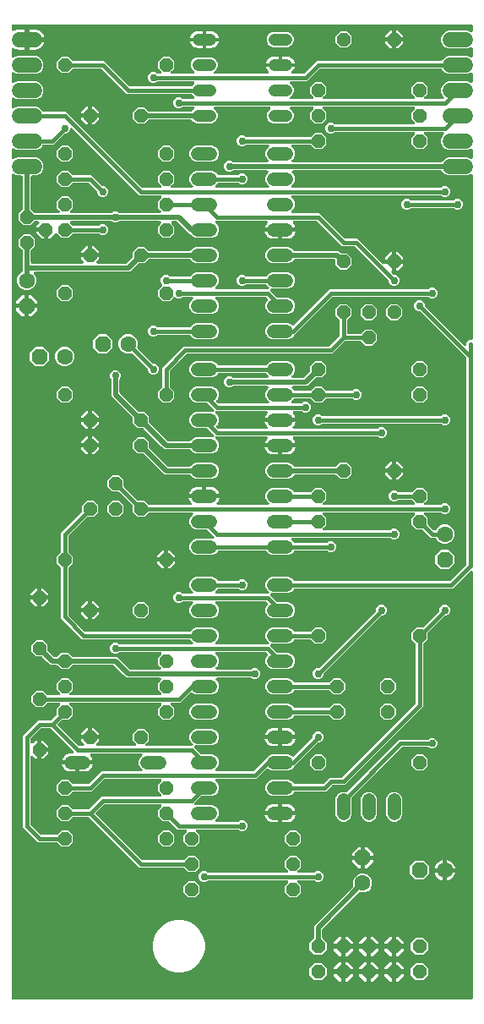
<source format=gbl>
G04 EAGLE Gerber RS-274X export*
G75*
%MOMM*%
%FSLAX34Y34*%
%LPD*%
%INBottom Copper*%
%IPPOS*%
%AMOC8*
5,1,8,0,0,1.08239X$1,22.5*%
G01*
%ADD10P,1.732040X8X202.500000*%
%ADD11C,1.600200*%
%ADD12P,1.732040X8X112.500000*%
%ADD13P,1.539592X8X22.500000*%
%ADD14P,1.429621X8X202.500000*%
%ADD15P,1.429621X8X22.500000*%
%ADD16C,1.320800*%
%ADD17P,1.732040X8X292.500000*%
%ADD18P,1.429621X8X292.500000*%
%ADD19C,1.524000*%
%ADD20C,1.208000*%
%ADD21C,0.756400*%
%ADD22C,0.508000*%
%ADD23C,0.406400*%

G36*
X470942Y10164D02*
X470942Y10164D01*
X470968Y10162D01*
X471115Y10184D01*
X471262Y10201D01*
X471287Y10209D01*
X471313Y10213D01*
X471451Y10268D01*
X471590Y10318D01*
X471612Y10332D01*
X471637Y10342D01*
X471758Y10427D01*
X471883Y10507D01*
X471901Y10526D01*
X471923Y10541D01*
X472022Y10651D01*
X472125Y10758D01*
X472139Y10780D01*
X472156Y10800D01*
X472228Y10930D01*
X472304Y11057D01*
X472312Y11082D01*
X472325Y11105D01*
X472365Y11248D01*
X472410Y11389D01*
X472412Y11415D01*
X472420Y11440D01*
X472439Y11684D01*
X472439Y438332D01*
X472428Y438432D01*
X472426Y438532D01*
X472408Y438604D01*
X472399Y438678D01*
X472366Y438773D01*
X472341Y438870D01*
X472307Y438936D01*
X472282Y439006D01*
X472227Y439091D01*
X472181Y439180D01*
X472133Y439237D01*
X472093Y439299D01*
X472021Y439369D01*
X471956Y439445D01*
X471896Y439489D01*
X471842Y439541D01*
X471756Y439593D01*
X471675Y439652D01*
X471607Y439682D01*
X471543Y439720D01*
X471447Y439751D01*
X471355Y439790D01*
X471282Y439804D01*
X471211Y439826D01*
X471111Y439834D01*
X471012Y439852D01*
X470938Y439848D01*
X470864Y439854D01*
X470764Y439839D01*
X470664Y439834D01*
X470593Y439814D01*
X470519Y439803D01*
X470426Y439765D01*
X470329Y439738D01*
X470264Y439701D01*
X470195Y439674D01*
X470113Y439617D01*
X470025Y439567D01*
X469949Y439502D01*
X469909Y439475D01*
X469885Y439448D01*
X469839Y439409D01*
X452323Y421893D01*
X294347Y421893D01*
X294271Y421885D01*
X294195Y421886D01*
X294098Y421865D01*
X294001Y421853D01*
X293929Y421828D01*
X293854Y421811D01*
X293765Y421769D01*
X293673Y421736D01*
X293608Y421694D01*
X293539Y421662D01*
X293463Y421600D01*
X293380Y421547D01*
X293327Y421492D01*
X293267Y421444D01*
X293206Y421367D01*
X293138Y421296D01*
X293098Y421231D01*
X293051Y421171D01*
X292983Y421038D01*
X292959Y420997D01*
X292953Y420979D01*
X292940Y420953D01*
X292895Y420845D01*
X290609Y418559D01*
X287621Y417321D01*
X271084Y417321D01*
X271056Y417329D01*
X271005Y417332D01*
X270956Y417342D01*
X270832Y417340D01*
X270708Y417346D01*
X270658Y417337D01*
X270608Y417336D01*
X270487Y417306D01*
X270365Y417284D01*
X270319Y417264D01*
X270270Y417251D01*
X270159Y417194D01*
X270045Y417145D01*
X270005Y417115D01*
X269960Y417092D01*
X269865Y417011D01*
X269765Y416937D01*
X269733Y416898D01*
X269695Y416866D01*
X269621Y416766D01*
X269540Y416671D01*
X269517Y416626D01*
X269487Y416586D01*
X269438Y416471D01*
X269381Y416361D01*
X269369Y416312D01*
X269349Y416266D01*
X269327Y416143D01*
X269297Y416023D01*
X269297Y415972D01*
X269288Y415923D01*
X269294Y415798D01*
X269292Y415674D01*
X269303Y415625D01*
X269306Y415574D01*
X269340Y415455D01*
X269367Y415334D01*
X269388Y415288D01*
X269402Y415240D01*
X269463Y415131D01*
X269516Y415019D01*
X269548Y414979D01*
X269572Y414935D01*
X269731Y414749D01*
X275855Y408625D01*
X275954Y408546D01*
X276048Y408462D01*
X276090Y408438D01*
X276128Y408408D01*
X276242Y408354D01*
X276353Y408293D01*
X276400Y408280D01*
X276443Y408259D01*
X276567Y408233D01*
X276688Y408198D01*
X276749Y408193D01*
X276784Y408186D01*
X276832Y408187D01*
X276932Y408179D01*
X287621Y408179D01*
X290609Y406941D01*
X292895Y404655D01*
X294133Y401667D01*
X294133Y398433D01*
X292895Y395445D01*
X290609Y393159D01*
X287621Y391921D01*
X271179Y391921D01*
X268191Y393159D01*
X265905Y395445D01*
X264667Y398433D01*
X264667Y401667D01*
X265905Y404655D01*
X266758Y405508D01*
X266774Y405528D01*
X266794Y405545D01*
X266882Y405664D01*
X266975Y405781D01*
X266986Y405805D01*
X267001Y405826D01*
X267060Y405961D01*
X267124Y406096D01*
X267129Y406122D01*
X267139Y406146D01*
X267166Y406292D01*
X267197Y406437D01*
X267197Y406463D01*
X267201Y406489D01*
X267194Y406637D01*
X267191Y406785D01*
X267185Y406810D01*
X267183Y406837D01*
X267142Y406979D01*
X267106Y407123D01*
X267094Y407146D01*
X267087Y407172D01*
X267014Y407301D01*
X266946Y407433D01*
X266929Y407453D01*
X266917Y407476D01*
X266758Y407662D01*
X265673Y408747D01*
X265574Y408826D01*
X265480Y408910D01*
X265438Y408934D01*
X265400Y408964D01*
X265286Y409018D01*
X265175Y409079D01*
X265128Y409092D01*
X265085Y409113D01*
X264961Y409139D01*
X264840Y409174D01*
X264779Y409179D01*
X264744Y409186D01*
X264696Y409185D01*
X264596Y409193D01*
X215834Y409193D01*
X215734Y409182D01*
X215634Y409180D01*
X215562Y409162D01*
X215488Y409153D01*
X215393Y409120D01*
X215296Y409095D01*
X215230Y409061D01*
X215160Y409036D01*
X215075Y408981D01*
X214986Y408935D01*
X214929Y408887D01*
X214867Y408847D01*
X214797Y408775D01*
X214721Y408710D01*
X214676Y408650D01*
X214625Y408596D01*
X214573Y408510D01*
X214513Y408429D01*
X214484Y408361D01*
X214446Y408297D01*
X214415Y408201D01*
X214375Y408109D01*
X214362Y408036D01*
X214340Y407965D01*
X214331Y407865D01*
X214314Y407766D01*
X214318Y407692D01*
X214312Y407618D01*
X214326Y407518D01*
X214332Y407418D01*
X214352Y407347D01*
X214363Y407273D01*
X214400Y407180D01*
X214428Y407083D01*
X214465Y407018D01*
X214492Y406949D01*
X214549Y406867D01*
X214598Y406779D01*
X214663Y406703D01*
X214691Y406663D01*
X214717Y406639D01*
X214757Y406593D01*
X216695Y404655D01*
X217933Y401667D01*
X217933Y398433D01*
X216695Y395445D01*
X214409Y393159D01*
X211421Y391921D01*
X194979Y391921D01*
X191991Y393159D01*
X189705Y395445D01*
X188467Y398433D01*
X188467Y401667D01*
X189705Y404655D01*
X191643Y406593D01*
X191706Y406671D01*
X191775Y406744D01*
X191814Y406808D01*
X191860Y406866D01*
X191903Y406957D01*
X191954Y407043D01*
X191977Y407114D01*
X192009Y407181D01*
X192030Y407279D01*
X192060Y407375D01*
X192066Y407449D01*
X192082Y407522D01*
X192080Y407622D01*
X192088Y407722D01*
X192077Y407796D01*
X192076Y407870D01*
X192052Y407967D01*
X192037Y408067D01*
X192009Y408136D01*
X191991Y408208D01*
X191945Y408297D01*
X191908Y408391D01*
X191866Y408452D01*
X191831Y408518D01*
X191766Y408594D01*
X191709Y408677D01*
X191654Y408727D01*
X191606Y408783D01*
X191525Y408843D01*
X191450Y408910D01*
X191385Y408946D01*
X191325Y408991D01*
X191233Y409030D01*
X191145Y409079D01*
X191074Y409099D01*
X191005Y409129D01*
X190907Y409146D01*
X190810Y409174D01*
X190710Y409182D01*
X190662Y409190D01*
X190627Y409188D01*
X190566Y409193D01*
X182379Y409193D01*
X182253Y409179D01*
X182127Y409172D01*
X182081Y409159D01*
X182033Y409153D01*
X181914Y409111D01*
X181792Y409076D01*
X181750Y409052D01*
X181705Y409036D01*
X181599Y408967D01*
X181488Y408906D01*
X181442Y408866D01*
X181412Y408847D01*
X181378Y408812D01*
X181302Y408747D01*
X180806Y408251D01*
X178856Y407443D01*
X176744Y407443D01*
X174794Y408251D01*
X173301Y409744D01*
X172493Y411694D01*
X172493Y413806D01*
X173301Y415756D01*
X174794Y417249D01*
X176744Y418057D01*
X178856Y418057D01*
X180806Y417249D01*
X181302Y416753D01*
X181401Y416674D01*
X181495Y416590D01*
X181537Y416566D01*
X181575Y416536D01*
X181689Y416482D01*
X181800Y416421D01*
X181846Y416408D01*
X181890Y416387D01*
X182013Y416361D01*
X182135Y416326D01*
X182196Y416321D01*
X182231Y416314D01*
X182279Y416315D01*
X182379Y416307D01*
X190566Y416307D01*
X190666Y416318D01*
X190766Y416320D01*
X190838Y416338D01*
X190912Y416347D01*
X191007Y416380D01*
X191104Y416405D01*
X191170Y416439D01*
X191240Y416464D01*
X191325Y416519D01*
X191414Y416565D01*
X191471Y416613D01*
X191533Y416653D01*
X191603Y416725D01*
X191679Y416790D01*
X191724Y416850D01*
X191775Y416904D01*
X191827Y416990D01*
X191887Y417071D01*
X191916Y417139D01*
X191954Y417203D01*
X191985Y417299D01*
X192025Y417391D01*
X192038Y417464D01*
X192060Y417535D01*
X192069Y417635D01*
X192086Y417734D01*
X192082Y417808D01*
X192088Y417882D01*
X192074Y417982D01*
X192068Y418082D01*
X192048Y418153D01*
X192037Y418227D01*
X192000Y418320D01*
X191972Y418417D01*
X191935Y418482D01*
X191908Y418551D01*
X191851Y418633D01*
X191802Y418721D01*
X191737Y418797D01*
X191709Y418837D01*
X191683Y418861D01*
X191643Y418907D01*
X189705Y420845D01*
X188467Y423833D01*
X188467Y427067D01*
X189705Y430055D01*
X191991Y432341D01*
X194979Y433579D01*
X211421Y433579D01*
X214409Y432341D01*
X216695Y430055D01*
X216740Y429947D01*
X216774Y429885D01*
X216785Y429857D01*
X216787Y429854D01*
X216805Y429809D01*
X216861Y429729D01*
X216909Y429642D01*
X216960Y429586D01*
X217004Y429523D01*
X217077Y429457D01*
X217143Y429384D01*
X217206Y429341D01*
X217263Y429290D01*
X217349Y429242D01*
X217430Y429186D01*
X217501Y429158D01*
X217568Y429121D01*
X217663Y429094D01*
X217754Y429058D01*
X217830Y429047D01*
X217903Y429026D01*
X218052Y429014D01*
X218099Y429007D01*
X218118Y429009D01*
X218147Y429007D01*
X236721Y429007D01*
X236847Y429021D01*
X236973Y429028D01*
X237019Y429041D01*
X237067Y429047D01*
X237186Y429089D01*
X237308Y429124D01*
X237350Y429148D01*
X237395Y429164D01*
X237501Y429233D01*
X237612Y429294D01*
X237658Y429334D01*
X237688Y429353D01*
X237722Y429388D01*
X237798Y429453D01*
X238294Y429949D01*
X240244Y430757D01*
X242356Y430757D01*
X244306Y429949D01*
X245799Y428456D01*
X246607Y426506D01*
X246607Y424394D01*
X245799Y422444D01*
X244306Y420951D01*
X242356Y420143D01*
X240244Y420143D01*
X238294Y420951D01*
X237798Y421447D01*
X237699Y421526D01*
X237605Y421610D01*
X237563Y421634D01*
X237525Y421664D01*
X237411Y421718D01*
X237300Y421779D01*
X237254Y421792D01*
X237210Y421813D01*
X237087Y421839D01*
X236965Y421874D01*
X236904Y421879D01*
X236869Y421886D01*
X236821Y421885D01*
X236721Y421893D01*
X218147Y421893D01*
X218071Y421885D01*
X217995Y421886D01*
X217898Y421865D01*
X217801Y421853D01*
X217729Y421828D01*
X217654Y421811D01*
X217565Y421769D01*
X217473Y421736D01*
X217408Y421694D01*
X217339Y421662D01*
X217263Y421600D01*
X217180Y421547D01*
X217127Y421492D01*
X217067Y421444D01*
X217006Y421367D01*
X216938Y421296D01*
X216898Y421231D01*
X216851Y421171D01*
X216783Y421038D01*
X216759Y420997D01*
X216753Y420979D01*
X216740Y420953D01*
X216695Y420845D01*
X214757Y418907D01*
X214694Y418829D01*
X214625Y418756D01*
X214586Y418692D01*
X214540Y418634D01*
X214497Y418543D01*
X214446Y418457D01*
X214423Y418386D01*
X214391Y418319D01*
X214370Y418221D01*
X214340Y418125D01*
X214334Y418051D01*
X214318Y417978D01*
X214320Y417878D01*
X214312Y417778D01*
X214323Y417704D01*
X214324Y417630D01*
X214348Y417533D01*
X214363Y417433D01*
X214391Y417364D01*
X214409Y417292D01*
X214455Y417203D01*
X214492Y417109D01*
X214534Y417048D01*
X214569Y416982D01*
X214634Y416906D01*
X214691Y416823D01*
X214746Y416773D01*
X214794Y416717D01*
X214875Y416657D01*
X214950Y416590D01*
X215015Y416554D01*
X215075Y416509D01*
X215167Y416470D01*
X215255Y416421D01*
X215326Y416401D01*
X215395Y416371D01*
X215493Y416354D01*
X215590Y416326D01*
X215690Y416318D01*
X215738Y416310D01*
X215773Y416312D01*
X215834Y416307D01*
X266766Y416307D01*
X266866Y416318D01*
X266966Y416320D01*
X267038Y416338D01*
X267112Y416347D01*
X267207Y416380D01*
X267304Y416405D01*
X267370Y416439D01*
X267440Y416464D01*
X267525Y416519D01*
X267614Y416565D01*
X267671Y416613D01*
X267733Y416653D01*
X267803Y416725D01*
X267879Y416790D01*
X267924Y416850D01*
X267975Y416904D01*
X268027Y416990D01*
X268087Y417071D01*
X268116Y417139D01*
X268154Y417203D01*
X268185Y417299D01*
X268225Y417391D01*
X268238Y417464D01*
X268260Y417535D01*
X268269Y417635D01*
X268286Y417734D01*
X268282Y417808D01*
X268288Y417882D01*
X268274Y417982D01*
X268268Y418082D01*
X268248Y418153D01*
X268237Y418227D01*
X268200Y418320D01*
X268172Y418417D01*
X268135Y418482D01*
X268108Y418551D01*
X268051Y418633D01*
X268002Y418721D01*
X267937Y418797D01*
X267909Y418837D01*
X267883Y418861D01*
X267843Y418907D01*
X265905Y420845D01*
X264667Y423833D01*
X264667Y427067D01*
X265905Y430055D01*
X268191Y432341D01*
X271179Y433579D01*
X287621Y433579D01*
X290609Y432341D01*
X292895Y430055D01*
X292940Y429947D01*
X292974Y429885D01*
X292985Y429857D01*
X292987Y429854D01*
X293005Y429809D01*
X293061Y429729D01*
X293109Y429642D01*
X293160Y429586D01*
X293204Y429523D01*
X293277Y429457D01*
X293343Y429384D01*
X293406Y429341D01*
X293463Y429290D01*
X293549Y429242D01*
X293630Y429186D01*
X293701Y429158D01*
X293768Y429121D01*
X293863Y429094D01*
X293954Y429058D01*
X294030Y429047D01*
X294103Y429026D01*
X294252Y429014D01*
X294299Y429007D01*
X294318Y429009D01*
X294347Y429007D01*
X448746Y429007D01*
X448871Y429021D01*
X448998Y429028D01*
X449044Y429041D01*
X449092Y429047D01*
X449211Y429089D01*
X449332Y429124D01*
X449375Y429148D01*
X449420Y429164D01*
X449526Y429233D01*
X449637Y429294D01*
X449683Y429334D01*
X449713Y429353D01*
X449746Y429388D01*
X449823Y429453D01*
X465897Y445527D01*
X465976Y445626D01*
X466060Y445720D01*
X466084Y445762D01*
X466114Y445800D01*
X466168Y445914D01*
X466229Y446025D01*
X466242Y446072D01*
X466263Y446115D01*
X466289Y446239D01*
X466324Y446360D01*
X466329Y446421D01*
X466336Y446456D01*
X466335Y446504D01*
X466343Y446604D01*
X466343Y651946D01*
X466329Y652071D01*
X466322Y652198D01*
X466309Y652244D01*
X466303Y652292D01*
X466261Y652411D01*
X466226Y652532D01*
X466202Y652575D01*
X466186Y652620D01*
X466117Y652726D01*
X466056Y652837D01*
X466016Y652883D01*
X465997Y652913D01*
X465962Y652946D01*
X465897Y653023D01*
X419823Y699097D01*
X419724Y699176D01*
X419630Y699260D01*
X419588Y699284D01*
X419550Y699314D01*
X419436Y699368D01*
X419325Y699429D01*
X419278Y699442D01*
X419235Y699463D01*
X419111Y699489D01*
X418990Y699524D01*
X418929Y699529D01*
X418894Y699536D01*
X418846Y699535D01*
X418746Y699543D01*
X418044Y699543D01*
X416094Y700351D01*
X414601Y701844D01*
X413793Y703794D01*
X413793Y705906D01*
X414601Y707856D01*
X416094Y709349D01*
X418044Y710157D01*
X420156Y710157D01*
X422106Y709349D01*
X423599Y707856D01*
X424407Y705906D01*
X424407Y705204D01*
X424421Y705079D01*
X424428Y704952D01*
X424441Y704906D01*
X424447Y704858D01*
X424489Y704739D01*
X424524Y704618D01*
X424548Y704575D01*
X424564Y704530D01*
X424633Y704424D01*
X424694Y704313D01*
X424734Y704267D01*
X424753Y704237D01*
X424788Y704203D01*
X424853Y704127D01*
X463743Y665237D01*
X463821Y665175D01*
X463894Y665105D01*
X463958Y665067D01*
X464016Y665020D01*
X464107Y664978D01*
X464193Y664926D01*
X464264Y664903D01*
X464331Y664872D01*
X464429Y664850D01*
X464525Y664820D01*
X464599Y664814D01*
X464672Y664798D01*
X464772Y664800D01*
X464872Y664792D01*
X464946Y664803D01*
X465020Y664804D01*
X465117Y664829D01*
X465217Y664843D01*
X465286Y664871D01*
X465358Y664889D01*
X465448Y664935D01*
X465541Y664972D01*
X465602Y665015D01*
X465668Y665049D01*
X465745Y665114D01*
X465827Y665171D01*
X465877Y665226D01*
X465933Y665275D01*
X465993Y665355D01*
X466060Y665430D01*
X466096Y665495D01*
X466141Y665555D01*
X466180Y665647D01*
X466229Y665735D01*
X466249Y665807D01*
X466279Y665875D01*
X466296Y665974D01*
X466324Y666070D01*
X466332Y666170D01*
X466340Y666218D01*
X466338Y666254D01*
X466343Y666314D01*
X466343Y668223D01*
X468427Y670307D01*
X470916Y670307D01*
X470942Y670310D01*
X470968Y670308D01*
X471115Y670330D01*
X471262Y670347D01*
X471287Y670355D01*
X471313Y670359D01*
X471451Y670414D01*
X471590Y670464D01*
X471612Y670478D01*
X471637Y670488D01*
X471758Y670573D01*
X471883Y670653D01*
X471901Y670672D01*
X471923Y670687D01*
X472022Y670797D01*
X472125Y670904D01*
X472139Y670926D01*
X472156Y670946D01*
X472228Y671076D01*
X472304Y671203D01*
X472312Y671228D01*
X472325Y671251D01*
X472365Y671394D01*
X472410Y671535D01*
X472412Y671561D01*
X472420Y671586D01*
X472439Y671830D01*
X472439Y835559D01*
X472428Y835659D01*
X472426Y835760D01*
X472408Y835832D01*
X472399Y835905D01*
X472365Y836000D01*
X472341Y836098D01*
X472307Y836164D01*
X472282Y836234D01*
X472227Y836318D01*
X472181Y836408D01*
X472133Y836464D01*
X472093Y836526D01*
X472020Y836596D01*
X471955Y836673D01*
X471896Y836717D01*
X471842Y836769D01*
X471756Y836820D01*
X471675Y836880D01*
X471607Y836909D01*
X471543Y836947D01*
X471447Y836978D01*
X471355Y837018D01*
X471282Y837031D01*
X471211Y837054D01*
X471111Y837062D01*
X471012Y837079D01*
X470938Y837076D01*
X470864Y837082D01*
X470764Y837067D01*
X470664Y837061D01*
X470593Y837041D01*
X470519Y837030D01*
X470426Y836993D01*
X470329Y836965D01*
X470264Y836929D01*
X470195Y836901D01*
X470114Y836845D01*
X466639Y835405D01*
X447761Y835405D01*
X444400Y836798D01*
X441827Y839370D01*
X441755Y839545D01*
X441718Y839612D01*
X441690Y839683D01*
X441633Y839764D01*
X441586Y839850D01*
X441534Y839906D01*
X441491Y839969D01*
X441418Y840035D01*
X441352Y840108D01*
X441289Y840151D01*
X441232Y840202D01*
X441146Y840250D01*
X441065Y840306D01*
X440994Y840334D01*
X440927Y840371D01*
X440832Y840398D01*
X440741Y840434D01*
X440665Y840445D01*
X440591Y840466D01*
X440443Y840478D01*
X440396Y840485D01*
X440377Y840483D01*
X440348Y840485D01*
X292542Y840485D01*
X292442Y840474D01*
X292342Y840472D01*
X292270Y840454D01*
X292196Y840445D01*
X292101Y840412D01*
X292004Y840387D01*
X291938Y840353D01*
X291868Y840328D01*
X291783Y840273D01*
X291694Y840227D01*
X291637Y840179D01*
X291575Y840139D01*
X291505Y840067D01*
X291429Y840002D01*
X291384Y839942D01*
X291333Y839888D01*
X291281Y839802D01*
X291221Y839721D01*
X291192Y839653D01*
X291154Y839589D01*
X291123Y839493D01*
X291083Y839401D01*
X291070Y839328D01*
X291048Y839257D01*
X291039Y839157D01*
X291022Y839058D01*
X291026Y838984D01*
X291020Y838910D01*
X291034Y838810D01*
X291040Y838710D01*
X291060Y838639D01*
X291071Y838565D01*
X291108Y838472D01*
X291136Y838375D01*
X291173Y838310D01*
X291200Y838241D01*
X291257Y838159D01*
X291306Y838071D01*
X291372Y837995D01*
X291399Y837955D01*
X291425Y837931D01*
X291465Y837885D01*
X292895Y836455D01*
X294133Y833467D01*
X294133Y830233D01*
X292895Y827245D01*
X290957Y825307D01*
X290894Y825229D01*
X290825Y825156D01*
X290786Y825092D01*
X290740Y825034D01*
X290697Y824943D01*
X290646Y824857D01*
X290623Y824786D01*
X290591Y824719D01*
X290570Y824621D01*
X290540Y824525D01*
X290534Y824451D01*
X290518Y824378D01*
X290520Y824278D01*
X290512Y824178D01*
X290523Y824104D01*
X290524Y824030D01*
X290548Y823933D01*
X290563Y823833D01*
X290591Y823764D01*
X290609Y823692D01*
X290655Y823603D01*
X290692Y823509D01*
X290734Y823448D01*
X290769Y823382D01*
X290834Y823306D01*
X290891Y823223D01*
X290946Y823173D01*
X290994Y823117D01*
X291075Y823057D01*
X291150Y822990D01*
X291215Y822954D01*
X291275Y822909D01*
X291367Y822870D01*
X291455Y822821D01*
X291526Y822801D01*
X291595Y822771D01*
X291693Y822754D01*
X291790Y822726D01*
X291890Y822718D01*
X291938Y822710D01*
X291973Y822712D01*
X292034Y822707D01*
X439921Y822707D01*
X440047Y822721D01*
X440173Y822728D01*
X440219Y822741D01*
X440267Y822747D01*
X440386Y822789D01*
X440508Y822824D01*
X440550Y822848D01*
X440595Y822864D01*
X440701Y822933D01*
X440812Y822994D01*
X440858Y823034D01*
X440888Y823053D01*
X440922Y823088D01*
X440998Y823153D01*
X441494Y823649D01*
X443444Y824457D01*
X445556Y824457D01*
X447506Y823649D01*
X448999Y822156D01*
X449807Y820206D01*
X449807Y818094D01*
X448999Y816144D01*
X447506Y814651D01*
X445556Y813843D01*
X443444Y813843D01*
X441494Y814651D01*
X440998Y815147D01*
X440899Y815226D01*
X440805Y815310D01*
X440763Y815334D01*
X440725Y815364D01*
X440611Y815418D01*
X440500Y815479D01*
X440454Y815492D01*
X440410Y815513D01*
X440287Y815539D01*
X440165Y815574D01*
X440104Y815579D01*
X440069Y815586D01*
X440021Y815585D01*
X439921Y815593D01*
X292034Y815593D01*
X291934Y815582D01*
X291834Y815580D01*
X291762Y815562D01*
X291688Y815553D01*
X291593Y815520D01*
X291496Y815495D01*
X291430Y815461D01*
X291360Y815436D01*
X291275Y815381D01*
X291186Y815335D01*
X291129Y815287D01*
X291067Y815247D01*
X290997Y815175D01*
X290921Y815110D01*
X290876Y815050D01*
X290825Y814996D01*
X290773Y814910D01*
X290713Y814829D01*
X290684Y814761D01*
X290646Y814697D01*
X290615Y814601D01*
X290575Y814509D01*
X290562Y814436D01*
X290540Y814365D01*
X290531Y814265D01*
X290514Y814166D01*
X290518Y814092D01*
X290512Y814018D01*
X290526Y813918D01*
X290532Y813818D01*
X290552Y813747D01*
X290563Y813673D01*
X290600Y813580D01*
X290628Y813483D01*
X290665Y813418D01*
X290692Y813349D01*
X290749Y813267D01*
X290798Y813179D01*
X290863Y813103D01*
X290891Y813063D01*
X290917Y813039D01*
X290957Y812993D01*
X292895Y811055D01*
X294133Y808067D01*
X294133Y804833D01*
X292895Y801845D01*
X290957Y799907D01*
X290894Y799829D01*
X290825Y799756D01*
X290786Y799692D01*
X290740Y799634D01*
X290697Y799543D01*
X290646Y799457D01*
X290623Y799386D01*
X290591Y799319D01*
X290570Y799221D01*
X290540Y799125D01*
X290534Y799051D01*
X290518Y798978D01*
X290520Y798878D01*
X290512Y798778D01*
X290523Y798704D01*
X290524Y798630D01*
X290548Y798533D01*
X290563Y798433D01*
X290591Y798364D01*
X290609Y798292D01*
X290655Y798203D01*
X290692Y798109D01*
X290734Y798048D01*
X290769Y797982D01*
X290834Y797906D01*
X290891Y797823D01*
X290946Y797773D01*
X290994Y797717D01*
X291075Y797657D01*
X291150Y797590D01*
X291215Y797554D01*
X291275Y797509D01*
X291367Y797470D01*
X291455Y797421D01*
X291526Y797401D01*
X291595Y797371D01*
X291693Y797354D01*
X291790Y797326D01*
X291890Y797318D01*
X291938Y797310D01*
X291973Y797312D01*
X292034Y797307D01*
X318973Y797307D01*
X343927Y772353D01*
X344026Y772274D01*
X344120Y772190D01*
X344162Y772166D01*
X344200Y772136D01*
X344314Y772082D01*
X344425Y772021D01*
X344472Y772008D01*
X344515Y771987D01*
X344639Y771961D01*
X344760Y771926D01*
X344821Y771921D01*
X344856Y771914D01*
X344904Y771915D01*
X345004Y771907D01*
X357073Y771907D01*
X381955Y747025D01*
X382034Y746963D01*
X382106Y746893D01*
X382170Y746855D01*
X382228Y746808D01*
X382319Y746766D01*
X382405Y746714D01*
X382476Y746691D01*
X382543Y746660D01*
X382641Y746638D01*
X382737Y746608D01*
X382811Y746602D01*
X382884Y746586D01*
X382984Y746588D01*
X383084Y746580D01*
X383158Y746591D01*
X383232Y746592D01*
X383330Y746617D01*
X383429Y746632D01*
X383498Y746659D01*
X383570Y746677D01*
X383660Y746723D01*
X383753Y746760D01*
X383814Y746803D01*
X383880Y746837D01*
X383956Y746902D01*
X384039Y746959D01*
X384089Y747014D01*
X384145Y747063D01*
X384205Y747143D01*
X384272Y747218D01*
X384300Y747269D01*
X391669Y747269D01*
X391669Y739905D01*
X391654Y739897D01*
X391598Y739849D01*
X391535Y739809D01*
X391465Y739737D01*
X391389Y739672D01*
X391345Y739612D01*
X391293Y739558D01*
X391241Y739472D01*
X391182Y739391D01*
X391152Y739323D01*
X391114Y739259D01*
X391083Y739163D01*
X391044Y739071D01*
X391030Y738998D01*
X391008Y738927D01*
X391000Y738827D01*
X390982Y738728D01*
X390986Y738654D01*
X390980Y738580D01*
X390995Y738480D01*
X391000Y738380D01*
X391020Y738309D01*
X391031Y738235D01*
X391069Y738142D01*
X391096Y738045D01*
X391133Y737980D01*
X391160Y737911D01*
X391217Y737829D01*
X391267Y737741D01*
X391332Y737665D01*
X391359Y737625D01*
X391386Y737601D01*
X391425Y737555D01*
X392977Y736003D01*
X393076Y735924D01*
X393170Y735840D01*
X393212Y735816D01*
X393250Y735786D01*
X393364Y735732D01*
X393475Y735671D01*
X393522Y735658D01*
X393565Y735637D01*
X393689Y735611D01*
X393810Y735576D01*
X393871Y735571D01*
X393906Y735564D01*
X393954Y735565D01*
X394054Y735557D01*
X394756Y735557D01*
X396706Y734749D01*
X398199Y733256D01*
X399007Y731306D01*
X399007Y729194D01*
X398199Y727244D01*
X396706Y725751D01*
X394756Y724943D01*
X392644Y724943D01*
X390694Y725751D01*
X389201Y727244D01*
X388393Y729194D01*
X388393Y729896D01*
X388379Y730021D01*
X388372Y730148D01*
X388359Y730194D01*
X388353Y730242D01*
X388311Y730361D01*
X388276Y730482D01*
X388252Y730525D01*
X388236Y730570D01*
X388167Y730676D01*
X388106Y730787D01*
X388066Y730833D01*
X388047Y730863D01*
X388012Y730896D01*
X387947Y730973D01*
X354573Y764347D01*
X354474Y764426D01*
X354380Y764510D01*
X354338Y764534D01*
X354300Y764564D01*
X354186Y764618D01*
X354075Y764679D01*
X354028Y764692D01*
X353985Y764713D01*
X353861Y764739D01*
X353740Y764774D01*
X353679Y764779D01*
X353644Y764786D01*
X353596Y764785D01*
X353496Y764793D01*
X341427Y764793D01*
X316473Y789747D01*
X316374Y789826D01*
X316280Y789910D01*
X316238Y789934D01*
X316200Y789964D01*
X316086Y790018D01*
X315975Y790079D01*
X315928Y790092D01*
X315885Y790113D01*
X315761Y790139D01*
X315640Y790174D01*
X315579Y790179D01*
X315544Y790186D01*
X315496Y790185D01*
X315396Y790193D01*
X293471Y790193D01*
X293371Y790182D01*
X293271Y790180D01*
X293198Y790162D01*
X293125Y790153D01*
X293030Y790120D01*
X292933Y790095D01*
X292867Y790061D01*
X292796Y790036D01*
X292712Y789981D01*
X292623Y789935D01*
X292566Y789887D01*
X292504Y789847D01*
X292434Y789775D01*
X292357Y789710D01*
X292313Y789650D01*
X292261Y789596D01*
X292210Y789510D01*
X292150Y789429D01*
X292121Y789361D01*
X292083Y789297D01*
X292052Y789202D01*
X292012Y789109D01*
X291999Y789036D01*
X291976Y788965D01*
X291968Y788865D01*
X291951Y788766D01*
X291954Y788692D01*
X291948Y788618D01*
X291963Y788519D01*
X291968Y788418D01*
X291989Y788347D01*
X292000Y788273D01*
X292037Y788180D01*
X292065Y788083D01*
X292101Y788018D01*
X292129Y787949D01*
X292186Y787867D01*
X292235Y787779D01*
X292300Y787703D01*
X292328Y787663D01*
X292354Y787639D01*
X292394Y787593D01*
X292979Y787007D01*
X293825Y785843D01*
X294479Y784560D01*
X294924Y783192D01*
X294941Y783081D01*
X279908Y783081D01*
X279882Y783078D01*
X279856Y783080D01*
X279709Y783058D01*
X279562Y783041D01*
X279537Y783033D01*
X279511Y783029D01*
X279404Y782986D01*
X279328Y783007D01*
X279187Y783052D01*
X279161Y783054D01*
X279136Y783062D01*
X278892Y783081D01*
X263859Y783081D01*
X263876Y783192D01*
X264321Y784560D01*
X264975Y785843D01*
X265821Y787007D01*
X266406Y787593D01*
X266469Y787671D01*
X266539Y787744D01*
X266577Y787808D01*
X266623Y787866D01*
X266666Y787957D01*
X266717Y788043D01*
X266740Y788114D01*
X266772Y788181D01*
X266793Y788279D01*
X266824Y788375D01*
X266830Y788449D01*
X266845Y788522D01*
X266844Y788622D01*
X266852Y788722D01*
X266841Y788796D01*
X266839Y788870D01*
X266815Y788967D01*
X266800Y789067D01*
X266772Y789136D01*
X266754Y789208D01*
X266708Y789297D01*
X266671Y789391D01*
X266629Y789452D01*
X266595Y789518D01*
X266529Y789595D01*
X266472Y789677D01*
X266417Y789727D01*
X266369Y789783D01*
X266288Y789843D01*
X266213Y789910D01*
X266148Y789946D01*
X266089Y789991D01*
X265996Y790030D01*
X265908Y790079D01*
X265837Y790099D01*
X265769Y790129D01*
X265670Y790146D01*
X265573Y790174D01*
X265473Y790182D01*
X265426Y790190D01*
X265390Y790188D01*
X265329Y790193D01*
X215834Y790193D01*
X215734Y790182D01*
X215634Y790180D01*
X215562Y790162D01*
X215488Y790153D01*
X215393Y790120D01*
X215296Y790095D01*
X215230Y790061D01*
X215160Y790036D01*
X215075Y789981D01*
X214986Y789935D01*
X214929Y789887D01*
X214867Y789847D01*
X214797Y789775D01*
X214721Y789710D01*
X214676Y789650D01*
X214625Y789596D01*
X214573Y789510D01*
X214513Y789429D01*
X214484Y789361D01*
X214446Y789297D01*
X214415Y789201D01*
X214375Y789109D01*
X214362Y789036D01*
X214340Y788965D01*
X214331Y788865D01*
X214314Y788766D01*
X214318Y788692D01*
X214312Y788618D01*
X214326Y788518D01*
X214332Y788418D01*
X214352Y788347D01*
X214363Y788273D01*
X214400Y788180D01*
X214428Y788083D01*
X214465Y788018D01*
X214492Y787949D01*
X214549Y787867D01*
X214598Y787779D01*
X214663Y787703D01*
X214691Y787663D01*
X214717Y787639D01*
X214757Y787593D01*
X216695Y785655D01*
X217933Y782667D01*
X217933Y779433D01*
X216695Y776445D01*
X214409Y774159D01*
X211421Y772921D01*
X194979Y772921D01*
X191991Y774159D01*
X189611Y776539D01*
X189512Y776618D01*
X189418Y776702D01*
X189376Y776726D01*
X189338Y776756D01*
X189224Y776810D01*
X189113Y776871D01*
X189067Y776884D01*
X189023Y776905D01*
X188900Y776931D01*
X188859Y776943D01*
X176562Y789239D01*
X176463Y789318D01*
X176370Y789402D01*
X176327Y789426D01*
X176289Y789456D01*
X176175Y789510D01*
X176065Y789571D01*
X176018Y789584D01*
X175974Y789605D01*
X175851Y789631D01*
X175729Y789666D01*
X175668Y789671D01*
X175634Y789678D01*
X175586Y789677D01*
X175485Y789685D01*
X171638Y789685D01*
X171538Y789674D01*
X171438Y789672D01*
X171366Y789654D01*
X171292Y789645D01*
X171197Y789612D01*
X171100Y789587D01*
X171034Y789553D01*
X170964Y789528D01*
X170879Y789473D01*
X170790Y789427D01*
X170733Y789379D01*
X170671Y789339D01*
X170601Y789267D01*
X170525Y789202D01*
X170480Y789142D01*
X170429Y789088D01*
X170377Y789002D01*
X170317Y788921D01*
X170288Y788853D01*
X170250Y788789D01*
X170219Y788693D01*
X170179Y788601D01*
X170166Y788528D01*
X170144Y788457D01*
X170135Y788357D01*
X170118Y788258D01*
X170122Y788184D01*
X170116Y788110D01*
X170130Y788010D01*
X170136Y787910D01*
X170156Y787839D01*
X170167Y787765D01*
X170204Y787672D01*
X170232Y787575D01*
X170269Y787510D01*
X170296Y787441D01*
X170353Y787359D01*
X170402Y787271D01*
X170467Y787195D01*
X170495Y787155D01*
X170521Y787131D01*
X170561Y787085D01*
X173229Y784417D01*
X173229Y777683D01*
X168467Y772921D01*
X161733Y772921D01*
X156971Y777683D01*
X156971Y784417D01*
X159639Y787085D01*
X159702Y787163D01*
X159771Y787236D01*
X159810Y787300D01*
X159856Y787358D01*
X159899Y787449D01*
X159950Y787535D01*
X159973Y787606D01*
X160005Y787673D01*
X160026Y787771D01*
X160056Y787867D01*
X160062Y787941D01*
X160078Y788014D01*
X160076Y788114D01*
X160084Y788214D01*
X160073Y788288D01*
X160072Y788362D01*
X160048Y788459D01*
X160033Y788559D01*
X160005Y788628D01*
X159987Y788700D01*
X159941Y788789D01*
X159904Y788883D01*
X159862Y788944D01*
X159827Y789010D01*
X159762Y789086D01*
X159705Y789169D01*
X159650Y789219D01*
X159602Y789275D01*
X159521Y789335D01*
X159446Y789402D01*
X159381Y789438D01*
X159321Y789483D01*
X159229Y789522D01*
X159141Y789571D01*
X159070Y789591D01*
X159001Y789621D01*
X158903Y789638D01*
X158806Y789666D01*
X158706Y789674D01*
X158658Y789682D01*
X158623Y789680D01*
X158562Y789685D01*
X118371Y789685D01*
X118245Y789671D01*
X118119Y789664D01*
X118073Y789651D01*
X118025Y789645D01*
X117906Y789603D01*
X117784Y789568D01*
X117742Y789544D01*
X117697Y789528D01*
X117591Y789459D01*
X117480Y789398D01*
X117434Y789358D01*
X117404Y789339D01*
X117370Y789304D01*
X117310Y789253D01*
X115356Y788443D01*
X113244Y788443D01*
X111287Y789254D01*
X111207Y789318D01*
X111113Y789402D01*
X111071Y789426D01*
X111033Y789456D01*
X110919Y789510D01*
X110808Y789571D01*
X110762Y789584D01*
X110718Y789605D01*
X110595Y789631D01*
X110473Y789666D01*
X110412Y789671D01*
X110377Y789678D01*
X110329Y789677D01*
X110229Y789685D01*
X70038Y789685D01*
X69938Y789674D01*
X69838Y789672D01*
X69766Y789654D01*
X69692Y789645D01*
X69597Y789612D01*
X69500Y789587D01*
X69434Y789553D01*
X69364Y789528D01*
X69279Y789473D01*
X69190Y789427D01*
X69133Y789379D01*
X69071Y789339D01*
X69001Y789267D01*
X68925Y789202D01*
X68880Y789142D01*
X68829Y789088D01*
X68777Y789002D01*
X68717Y788921D01*
X68688Y788853D01*
X68650Y788789D01*
X68619Y788693D01*
X68579Y788601D01*
X68566Y788528D01*
X68544Y788457D01*
X68535Y788357D01*
X68518Y788258D01*
X68522Y788184D01*
X68516Y788110D01*
X68530Y788010D01*
X68536Y787910D01*
X68556Y787839D01*
X68567Y787765D01*
X68604Y787672D01*
X68632Y787575D01*
X68669Y787510D01*
X68696Y787441D01*
X68753Y787359D01*
X68802Y787271D01*
X68867Y787195D01*
X68895Y787155D01*
X68921Y787131D01*
X68961Y787085D01*
X70993Y785053D01*
X71092Y784974D01*
X71186Y784890D01*
X71228Y784866D01*
X71266Y784836D01*
X71380Y784782D01*
X71491Y784721D01*
X71537Y784708D01*
X71581Y784687D01*
X71704Y784661D01*
X71826Y784626D01*
X71887Y784621D01*
X71922Y784614D01*
X71970Y784615D01*
X72070Y784607D01*
X97021Y784607D01*
X97147Y784621D01*
X97273Y784628D01*
X97319Y784641D01*
X97367Y784647D01*
X97486Y784689D01*
X97608Y784724D01*
X97650Y784748D01*
X97695Y784764D01*
X97801Y784833D01*
X97912Y784894D01*
X97958Y784934D01*
X97988Y784953D01*
X98022Y784988D01*
X98098Y785053D01*
X98594Y785549D01*
X100544Y786357D01*
X102656Y786357D01*
X104606Y785549D01*
X106099Y784056D01*
X106907Y782106D01*
X106907Y779994D01*
X106099Y778044D01*
X104606Y776551D01*
X102656Y775743D01*
X100544Y775743D01*
X98594Y776551D01*
X98098Y777047D01*
X97999Y777126D01*
X97905Y777210D01*
X97863Y777234D01*
X97825Y777264D01*
X97711Y777318D01*
X97600Y777379D01*
X97554Y777392D01*
X97510Y777413D01*
X97387Y777439D01*
X97265Y777474D01*
X97204Y777479D01*
X97169Y777486D01*
X97121Y777485D01*
X97021Y777493D01*
X72070Y777493D01*
X71944Y777479D01*
X71818Y777472D01*
X71772Y777459D01*
X71724Y777453D01*
X71605Y777411D01*
X71483Y777376D01*
X71441Y777352D01*
X71396Y777336D01*
X71289Y777267D01*
X71179Y777206D01*
X71133Y777166D01*
X71103Y777147D01*
X71069Y777112D01*
X70993Y777047D01*
X66867Y772921D01*
X60133Y772921D01*
X55771Y777284D01*
X55750Y777300D01*
X55733Y777320D01*
X55613Y777408D01*
X55498Y777500D01*
X55474Y777512D01*
X55453Y777527D01*
X55316Y777586D01*
X55182Y777649D01*
X55157Y777655D01*
X55133Y777665D01*
X54987Y777691D01*
X54842Y777723D01*
X54816Y777722D01*
X54790Y777727D01*
X54641Y777719D01*
X54493Y777717D01*
X54468Y777710D01*
X54442Y777709D01*
X54299Y777668D01*
X54155Y777632D01*
X54132Y777620D01*
X54107Y777612D01*
X53977Y777540D01*
X53845Y777472D01*
X53825Y777455D01*
X53803Y777442D01*
X53616Y777284D01*
X48238Y771905D01*
X46481Y771905D01*
X46481Y780542D01*
X46478Y780568D01*
X46480Y780594D01*
X46458Y780741D01*
X46441Y780888D01*
X46433Y780913D01*
X46429Y780939D01*
X46374Y781076D01*
X46324Y781216D01*
X46310Y781238D01*
X46300Y781263D01*
X46215Y781384D01*
X46135Y781509D01*
X46116Y781527D01*
X46101Y781549D01*
X45991Y781648D01*
X45884Y781751D01*
X45862Y781765D01*
X45842Y781782D01*
X45712Y781854D01*
X45585Y781930D01*
X45560Y781938D01*
X45537Y781951D01*
X45399Y781990D01*
X45358Y782093D01*
X45308Y782232D01*
X45293Y782254D01*
X45284Y782279D01*
X45199Y782400D01*
X45119Y782525D01*
X45100Y782543D01*
X45085Y782565D01*
X44975Y782664D01*
X44868Y782767D01*
X44845Y782781D01*
X44826Y782798D01*
X44696Y782870D01*
X44569Y782946D01*
X44544Y782954D01*
X44521Y782967D01*
X44378Y783007D01*
X44237Y783052D01*
X44211Y783054D01*
X44186Y783062D01*
X43942Y783081D01*
X35305Y783081D01*
X35305Y784838D01*
X37552Y787085D01*
X37615Y787163D01*
X37685Y787236D01*
X37723Y787300D01*
X37769Y787358D01*
X37812Y787449D01*
X37863Y787535D01*
X37886Y787606D01*
X37918Y787673D01*
X37939Y787771D01*
X37970Y787867D01*
X37976Y787941D01*
X37991Y788014D01*
X37990Y788114D01*
X37998Y788214D01*
X37987Y788288D01*
X37985Y788362D01*
X37961Y788459D01*
X37946Y788559D01*
X37918Y788628D01*
X37900Y788700D01*
X37854Y788789D01*
X37817Y788883D01*
X37775Y788944D01*
X37741Y789010D01*
X37676Y789086D01*
X37618Y789169D01*
X37563Y789219D01*
X37515Y789275D01*
X37434Y789335D01*
X37359Y789402D01*
X37294Y789438D01*
X37235Y789483D01*
X37142Y789522D01*
X37054Y789571D01*
X36983Y789591D01*
X36915Y789621D01*
X36816Y789638D01*
X36719Y789666D01*
X36619Y789674D01*
X36571Y789682D01*
X36536Y789680D01*
X36475Y789685D01*
X33462Y789685D01*
X33336Y789671D01*
X33210Y789664D01*
X33164Y789651D01*
X33116Y789645D01*
X32997Y789603D01*
X32875Y789568D01*
X32833Y789544D01*
X32788Y789528D01*
X32681Y789459D01*
X32571Y789398D01*
X32525Y789358D01*
X32495Y789339D01*
X32461Y789304D01*
X32385Y789239D01*
X28767Y785621D01*
X22033Y785621D01*
X17271Y790383D01*
X17271Y797117D01*
X20889Y800735D01*
X20968Y800834D01*
X21052Y800928D01*
X21076Y800970D01*
X21106Y801008D01*
X21160Y801122D01*
X21221Y801233D01*
X21234Y801279D01*
X21255Y801323D01*
X21281Y801446D01*
X21316Y801568D01*
X21321Y801629D01*
X21328Y801664D01*
X21327Y801712D01*
X21335Y801812D01*
X21335Y833882D01*
X21332Y833908D01*
X21334Y833934D01*
X21312Y834081D01*
X21295Y834228D01*
X21287Y834253D01*
X21283Y834279D01*
X21228Y834417D01*
X21178Y834556D01*
X21164Y834578D01*
X21154Y834603D01*
X21069Y834724D01*
X20989Y834849D01*
X20970Y834867D01*
X20955Y834889D01*
X20845Y834988D01*
X20738Y835091D01*
X20716Y835105D01*
X20696Y835122D01*
X20566Y835194D01*
X20439Y835270D01*
X20414Y835278D01*
X20391Y835291D01*
X20248Y835331D01*
X20107Y835376D01*
X20081Y835378D01*
X20056Y835386D01*
X19812Y835405D01*
X15961Y835405D01*
X12512Y836834D01*
X12488Y836853D01*
X12397Y836896D01*
X12311Y836947D01*
X12241Y836970D01*
X12173Y837002D01*
X12075Y837023D01*
X11979Y837054D01*
X11905Y837060D01*
X11833Y837075D01*
X11732Y837074D01*
X11632Y837082D01*
X11558Y837071D01*
X11484Y837069D01*
X11387Y837045D01*
X11287Y837030D01*
X11218Y837002D01*
X11146Y836984D01*
X11057Y836938D01*
X10963Y836901D01*
X10902Y836859D01*
X10836Y836825D01*
X10760Y836760D01*
X10677Y836702D01*
X10627Y836647D01*
X10571Y836599D01*
X10511Y836518D01*
X10444Y836443D01*
X10408Y836379D01*
X10364Y836319D01*
X10324Y836227D01*
X10275Y836138D01*
X10255Y836067D01*
X10226Y835999D01*
X10208Y835900D01*
X10180Y835803D01*
X10172Y835703D01*
X10164Y835656D01*
X10166Y835620D01*
X10161Y835559D01*
X10161Y11684D01*
X10164Y11658D01*
X10162Y11632D01*
X10184Y11485D01*
X10201Y11338D01*
X10209Y11313D01*
X10213Y11287D01*
X10268Y11149D01*
X10318Y11010D01*
X10332Y10988D01*
X10342Y10963D01*
X10427Y10842D01*
X10507Y10717D01*
X10526Y10699D01*
X10541Y10677D01*
X10651Y10578D01*
X10758Y10475D01*
X10780Y10461D01*
X10800Y10444D01*
X10930Y10372D01*
X11057Y10296D01*
X11082Y10288D01*
X11105Y10275D01*
X11248Y10235D01*
X11389Y10190D01*
X11415Y10188D01*
X11440Y10180D01*
X11684Y10161D01*
X470916Y10161D01*
X470942Y10164D01*
G37*
G36*
X159170Y822718D02*
X159170Y822718D01*
X159270Y822720D01*
X159342Y822738D01*
X159416Y822747D01*
X159511Y822780D01*
X159608Y822805D01*
X159674Y822839D01*
X159744Y822864D01*
X159829Y822919D01*
X159918Y822965D01*
X159975Y823013D01*
X160037Y823053D01*
X160107Y823125D01*
X160183Y823190D01*
X160228Y823250D01*
X160279Y823304D01*
X160331Y823390D01*
X160391Y823471D01*
X160420Y823539D01*
X160458Y823603D01*
X160489Y823699D01*
X160529Y823791D01*
X160542Y823864D01*
X160564Y823935D01*
X160573Y824035D01*
X160590Y824134D01*
X160586Y824208D01*
X160592Y824282D01*
X160578Y824382D01*
X160572Y824482D01*
X160552Y824553D01*
X160541Y824627D01*
X160504Y824720D01*
X160476Y824817D01*
X160439Y824882D01*
X160412Y824951D01*
X160355Y825033D01*
X160306Y825121D01*
X160241Y825197D01*
X160213Y825237D01*
X160187Y825261D01*
X160147Y825307D01*
X156971Y828483D01*
X156971Y835217D01*
X161733Y839979D01*
X168467Y839979D01*
X173229Y835217D01*
X173229Y828483D01*
X170053Y825307D01*
X169990Y825229D01*
X169921Y825156D01*
X169882Y825092D01*
X169836Y825034D01*
X169793Y824943D01*
X169742Y824857D01*
X169719Y824786D01*
X169687Y824719D01*
X169666Y824621D01*
X169636Y824525D01*
X169630Y824451D01*
X169614Y824378D01*
X169616Y824278D01*
X169608Y824178D01*
X169619Y824104D01*
X169620Y824030D01*
X169644Y823933D01*
X169659Y823833D01*
X169687Y823764D01*
X169705Y823692D01*
X169751Y823603D01*
X169788Y823509D01*
X169830Y823448D01*
X169865Y823382D01*
X169930Y823306D01*
X169987Y823223D01*
X170042Y823173D01*
X170090Y823117D01*
X170171Y823057D01*
X170246Y822990D01*
X170311Y822954D01*
X170371Y822909D01*
X170463Y822870D01*
X170551Y822821D01*
X170622Y822801D01*
X170691Y822771D01*
X170789Y822754D01*
X170886Y822726D01*
X170986Y822718D01*
X171034Y822710D01*
X171069Y822712D01*
X171130Y822707D01*
X190566Y822707D01*
X190666Y822718D01*
X190766Y822720D01*
X190838Y822738D01*
X190912Y822747D01*
X191007Y822780D01*
X191104Y822805D01*
X191170Y822839D01*
X191240Y822864D01*
X191325Y822919D01*
X191414Y822965D01*
X191471Y823013D01*
X191533Y823053D01*
X191603Y823125D01*
X191679Y823190D01*
X191724Y823250D01*
X191775Y823304D01*
X191827Y823390D01*
X191887Y823471D01*
X191916Y823539D01*
X191954Y823603D01*
X191985Y823699D01*
X192025Y823791D01*
X192038Y823864D01*
X192060Y823935D01*
X192069Y824035D01*
X192086Y824134D01*
X192082Y824208D01*
X192088Y824282D01*
X192074Y824382D01*
X192068Y824482D01*
X192048Y824553D01*
X192037Y824627D01*
X192000Y824720D01*
X191972Y824817D01*
X191935Y824882D01*
X191908Y824951D01*
X191851Y825033D01*
X191802Y825121D01*
X191737Y825197D01*
X191709Y825237D01*
X191683Y825261D01*
X191643Y825307D01*
X189705Y827245D01*
X188467Y830233D01*
X188467Y833467D01*
X189705Y836455D01*
X191991Y838741D01*
X194979Y839979D01*
X211421Y839979D01*
X214409Y838741D01*
X216695Y836455D01*
X216740Y836347D01*
X216777Y836280D01*
X216805Y836209D01*
X216861Y836129D01*
X216909Y836042D01*
X216960Y835986D01*
X217004Y835923D01*
X217077Y835857D01*
X217143Y835784D01*
X217206Y835741D01*
X217263Y835690D01*
X217349Y835642D01*
X217430Y835586D01*
X217501Y835558D01*
X217568Y835521D01*
X217663Y835494D01*
X217754Y835458D01*
X217830Y835447D01*
X217903Y835426D01*
X218052Y835414D01*
X218099Y835407D01*
X218118Y835409D01*
X218147Y835407D01*
X236721Y835407D01*
X236847Y835421D01*
X236973Y835428D01*
X237019Y835441D01*
X237067Y835447D01*
X237186Y835489D01*
X237308Y835524D01*
X237350Y835548D01*
X237395Y835564D01*
X237501Y835633D01*
X237612Y835694D01*
X237658Y835734D01*
X237688Y835753D01*
X237722Y835788D01*
X237798Y835853D01*
X238294Y836349D01*
X240244Y837157D01*
X242356Y837157D01*
X244306Y836349D01*
X245799Y834856D01*
X246607Y832906D01*
X246607Y830794D01*
X245799Y828844D01*
X244306Y827351D01*
X242356Y826543D01*
X240244Y826543D01*
X238294Y827351D01*
X237798Y827847D01*
X237699Y827926D01*
X237605Y828010D01*
X237563Y828034D01*
X237525Y828064D01*
X237411Y828118D01*
X237300Y828179D01*
X237254Y828192D01*
X237210Y828213D01*
X237087Y828239D01*
X236965Y828274D01*
X236904Y828279D01*
X236869Y828286D01*
X236821Y828285D01*
X236721Y828293D01*
X218147Y828293D01*
X218071Y828285D01*
X217995Y828286D01*
X217898Y828265D01*
X217801Y828253D01*
X217729Y828228D01*
X217654Y828211D01*
X217565Y828169D01*
X217473Y828136D01*
X217408Y828094D01*
X217339Y828062D01*
X217263Y828000D01*
X217180Y827947D01*
X217127Y827892D01*
X217067Y827844D01*
X217006Y827767D01*
X216938Y827696D01*
X216898Y827631D01*
X216851Y827571D01*
X216783Y827438D01*
X216759Y827397D01*
X216753Y827379D01*
X216740Y827353D01*
X216695Y827245D01*
X214757Y825307D01*
X214694Y825229D01*
X214625Y825156D01*
X214586Y825092D01*
X214540Y825034D01*
X214497Y824943D01*
X214446Y824857D01*
X214423Y824786D01*
X214391Y824719D01*
X214370Y824621D01*
X214340Y824525D01*
X214334Y824451D01*
X214318Y824378D01*
X214320Y824278D01*
X214312Y824178D01*
X214323Y824104D01*
X214324Y824030D01*
X214348Y823933D01*
X214363Y823833D01*
X214391Y823764D01*
X214409Y823692D01*
X214455Y823603D01*
X214492Y823509D01*
X214534Y823448D01*
X214569Y823382D01*
X214634Y823306D01*
X214691Y823223D01*
X214746Y823173D01*
X214794Y823117D01*
X214875Y823057D01*
X214950Y822990D01*
X215015Y822954D01*
X215075Y822909D01*
X215167Y822870D01*
X215255Y822821D01*
X215326Y822801D01*
X215395Y822771D01*
X215493Y822754D01*
X215590Y822726D01*
X215690Y822718D01*
X215738Y822710D01*
X215773Y822712D01*
X215834Y822707D01*
X266766Y822707D01*
X266866Y822718D01*
X266966Y822720D01*
X267038Y822738D01*
X267112Y822747D01*
X267207Y822780D01*
X267304Y822805D01*
X267370Y822839D01*
X267440Y822864D01*
X267525Y822919D01*
X267614Y822965D01*
X267671Y823013D01*
X267733Y823053D01*
X267803Y823125D01*
X267879Y823190D01*
X267924Y823250D01*
X267975Y823304D01*
X268027Y823390D01*
X268087Y823471D01*
X268116Y823539D01*
X268154Y823603D01*
X268185Y823699D01*
X268225Y823791D01*
X268238Y823864D01*
X268260Y823935D01*
X268269Y824035D01*
X268286Y824134D01*
X268282Y824208D01*
X268288Y824282D01*
X268274Y824382D01*
X268268Y824482D01*
X268248Y824553D01*
X268237Y824627D01*
X268200Y824720D01*
X268172Y824817D01*
X268135Y824882D01*
X268108Y824951D01*
X268051Y825033D01*
X268002Y825121D01*
X267937Y825197D01*
X267909Y825237D01*
X267883Y825261D01*
X267843Y825307D01*
X265905Y827245D01*
X264667Y830233D01*
X264667Y833467D01*
X265905Y836455D01*
X267335Y837885D01*
X267398Y837964D01*
X267467Y838036D01*
X267506Y838100D01*
X267552Y838158D01*
X267595Y838249D01*
X267646Y838335D01*
X267669Y838406D01*
X267701Y838473D01*
X267722Y838571D01*
X267752Y838667D01*
X267758Y838741D01*
X267774Y838814D01*
X267772Y838914D01*
X267780Y839014D01*
X267769Y839088D01*
X267768Y839162D01*
X267744Y839259D01*
X267729Y839359D01*
X267701Y839428D01*
X267683Y839500D01*
X267637Y839589D01*
X267600Y839683D01*
X267558Y839744D01*
X267523Y839810D01*
X267458Y839886D01*
X267401Y839969D01*
X267346Y840019D01*
X267298Y840075D01*
X267217Y840135D01*
X267142Y840202D01*
X267077Y840238D01*
X267017Y840283D01*
X266925Y840322D01*
X266837Y840371D01*
X266766Y840391D01*
X266697Y840421D01*
X266599Y840438D01*
X266502Y840466D01*
X266402Y840474D01*
X266354Y840482D01*
X266319Y840480D01*
X266258Y840485D01*
X232671Y840485D01*
X232545Y840471D01*
X232419Y840464D01*
X232373Y840451D01*
X232325Y840445D01*
X232206Y840403D01*
X232084Y840368D01*
X232042Y840344D01*
X231997Y840328D01*
X231891Y840259D01*
X231780Y840198D01*
X231734Y840158D01*
X231704Y840139D01*
X231670Y840104D01*
X231610Y840053D01*
X229656Y839243D01*
X227544Y839243D01*
X225594Y840051D01*
X224101Y841544D01*
X223293Y843494D01*
X223293Y845606D01*
X224101Y847556D01*
X225594Y849049D01*
X227544Y849857D01*
X229656Y849857D01*
X231613Y849046D01*
X231693Y848982D01*
X231787Y848898D01*
X231829Y848874D01*
X231867Y848844D01*
X231981Y848790D01*
X232092Y848729D01*
X232138Y848716D01*
X232182Y848695D01*
X232305Y848669D01*
X232427Y848634D01*
X232488Y848629D01*
X232523Y848622D01*
X232571Y848623D01*
X232671Y848615D01*
X266258Y848615D01*
X266358Y848626D01*
X266458Y848628D01*
X266530Y848646D01*
X266604Y848655D01*
X266699Y848688D01*
X266796Y848713D01*
X266862Y848747D01*
X266932Y848772D01*
X267017Y848827D01*
X267106Y848873D01*
X267163Y848921D01*
X267225Y848961D01*
X267295Y849033D01*
X267371Y849098D01*
X267416Y849158D01*
X267467Y849212D01*
X267519Y849298D01*
X267579Y849379D01*
X267608Y849447D01*
X267646Y849511D01*
X267677Y849607D01*
X267717Y849699D01*
X267730Y849772D01*
X267752Y849843D01*
X267761Y849943D01*
X267778Y850042D01*
X267774Y850116D01*
X267780Y850190D01*
X267766Y850290D01*
X267760Y850390D01*
X267740Y850461D01*
X267729Y850535D01*
X267692Y850628D01*
X267664Y850725D01*
X267627Y850790D01*
X267600Y850859D01*
X267543Y850941D01*
X267494Y851029D01*
X267428Y851105D01*
X267401Y851145D01*
X267375Y851169D01*
X267335Y851215D01*
X265905Y852645D01*
X264667Y855633D01*
X264667Y858867D01*
X265905Y861855D01*
X267843Y863793D01*
X267906Y863871D01*
X267975Y863944D01*
X268014Y864008D01*
X268060Y864066D01*
X268103Y864157D01*
X268154Y864243D01*
X268177Y864314D01*
X268209Y864381D01*
X268230Y864479D01*
X268260Y864575D01*
X268266Y864649D01*
X268282Y864722D01*
X268280Y864822D01*
X268288Y864922D01*
X268277Y864996D01*
X268276Y865070D01*
X268252Y865167D01*
X268237Y865267D01*
X268209Y865336D01*
X268191Y865408D01*
X268145Y865497D01*
X268108Y865591D01*
X268066Y865652D01*
X268031Y865718D01*
X267966Y865794D01*
X267909Y865877D01*
X267854Y865927D01*
X267806Y865983D01*
X267725Y866043D01*
X267650Y866110D01*
X267585Y866146D01*
X267525Y866191D01*
X267433Y866230D01*
X267345Y866279D01*
X267274Y866299D01*
X267205Y866329D01*
X267107Y866346D01*
X267010Y866374D01*
X266910Y866382D01*
X266862Y866390D01*
X266827Y866388D01*
X266766Y866393D01*
X245879Y866393D01*
X245753Y866379D01*
X245627Y866372D01*
X245581Y866359D01*
X245533Y866353D01*
X245414Y866311D01*
X245292Y866276D01*
X245250Y866252D01*
X245205Y866236D01*
X245099Y866167D01*
X244988Y866106D01*
X244942Y866066D01*
X244912Y866047D01*
X244878Y866012D01*
X244802Y865947D01*
X244306Y865451D01*
X242356Y864643D01*
X240244Y864643D01*
X238294Y865451D01*
X236801Y866944D01*
X235993Y868894D01*
X235993Y871006D01*
X236801Y872956D01*
X238294Y874449D01*
X240244Y875257D01*
X242356Y875257D01*
X244306Y874449D01*
X244802Y873953D01*
X244901Y873874D01*
X244995Y873790D01*
X245037Y873766D01*
X245075Y873736D01*
X245189Y873682D01*
X245300Y873621D01*
X245346Y873608D01*
X245390Y873587D01*
X245513Y873561D01*
X245635Y873526D01*
X245696Y873521D01*
X245731Y873514D01*
X245779Y873515D01*
X245879Y873507D01*
X308930Y873507D01*
X309056Y873521D01*
X309182Y873528D01*
X309228Y873541D01*
X309276Y873547D01*
X309395Y873589D01*
X309517Y873624D01*
X309559Y873648D01*
X309604Y873664D01*
X309711Y873733D01*
X309821Y873794D01*
X309867Y873834D01*
X309897Y873853D01*
X309931Y873888D01*
X310007Y873953D01*
X314133Y878079D01*
X320867Y878079D01*
X325629Y873317D01*
X325629Y866583D01*
X320867Y861821D01*
X314133Y861821D01*
X310007Y865947D01*
X309908Y866026D01*
X309814Y866110D01*
X309772Y866134D01*
X309734Y866164D01*
X309620Y866218D01*
X309509Y866279D01*
X309463Y866292D01*
X309419Y866313D01*
X309296Y866339D01*
X309174Y866374D01*
X309113Y866379D01*
X309078Y866386D01*
X309030Y866385D01*
X308930Y866393D01*
X292034Y866393D01*
X291934Y866382D01*
X291834Y866380D01*
X291762Y866362D01*
X291688Y866353D01*
X291593Y866320D01*
X291496Y866295D01*
X291430Y866261D01*
X291360Y866236D01*
X291275Y866181D01*
X291186Y866135D01*
X291129Y866087D01*
X291067Y866047D01*
X290997Y865975D01*
X290921Y865910D01*
X290876Y865850D01*
X290825Y865796D01*
X290773Y865710D01*
X290713Y865629D01*
X290684Y865561D01*
X290646Y865497D01*
X290615Y865401D01*
X290575Y865309D01*
X290562Y865236D01*
X290540Y865165D01*
X290531Y865065D01*
X290514Y864966D01*
X290518Y864892D01*
X290512Y864818D01*
X290526Y864718D01*
X290532Y864618D01*
X290552Y864547D01*
X290563Y864473D01*
X290600Y864380D01*
X290628Y864283D01*
X290665Y864218D01*
X290692Y864149D01*
X290749Y864067D01*
X290798Y863979D01*
X290863Y863903D01*
X290891Y863863D01*
X290917Y863839D01*
X290957Y863793D01*
X292895Y861855D01*
X294133Y858867D01*
X294133Y855633D01*
X292895Y852645D01*
X291465Y851215D01*
X291402Y851136D01*
X291333Y851064D01*
X291294Y851000D01*
X291248Y850942D01*
X291205Y850851D01*
X291154Y850765D01*
X291131Y850694D01*
X291099Y850627D01*
X291078Y850529D01*
X291048Y850433D01*
X291042Y850359D01*
X291026Y850286D01*
X291028Y850186D01*
X291020Y850086D01*
X291031Y850012D01*
X291032Y849938D01*
X291056Y849841D01*
X291071Y849741D01*
X291099Y849672D01*
X291117Y849600D01*
X291163Y849511D01*
X291200Y849417D01*
X291242Y849356D01*
X291277Y849290D01*
X291342Y849214D01*
X291399Y849131D01*
X291454Y849081D01*
X291502Y849025D01*
X291583Y848965D01*
X291658Y848898D01*
X291723Y848862D01*
X291783Y848817D01*
X291875Y848778D01*
X291963Y848729D01*
X292034Y848709D01*
X292103Y848679D01*
X292201Y848662D01*
X292298Y848634D01*
X292398Y848626D01*
X292446Y848618D01*
X292481Y848620D01*
X292542Y848615D01*
X440348Y848615D01*
X440424Y848623D01*
X440500Y848622D01*
X440596Y848643D01*
X440694Y848655D01*
X440766Y848680D01*
X440841Y848697D01*
X440929Y848739D01*
X441022Y848772D01*
X441086Y848814D01*
X441155Y848846D01*
X441232Y848908D01*
X441315Y848961D01*
X441368Y849016D01*
X441428Y849064D01*
X441489Y849141D01*
X441557Y849212D01*
X441596Y849277D01*
X441644Y849337D01*
X441712Y849470D01*
X441736Y849511D01*
X441742Y849529D01*
X441755Y849555D01*
X441827Y849730D01*
X444400Y852302D01*
X447761Y853695D01*
X466639Y853695D01*
X470088Y852266D01*
X470112Y852247D01*
X470203Y852204D01*
X470289Y852153D01*
X470359Y852130D01*
X470427Y852098D01*
X470525Y852077D01*
X470621Y852046D01*
X470695Y852040D01*
X470767Y852025D01*
X470868Y852026D01*
X470968Y852018D01*
X471042Y852029D01*
X471116Y852031D01*
X471213Y852055D01*
X471313Y852070D01*
X471382Y852098D01*
X471454Y852116D01*
X471543Y852162D01*
X471637Y852199D01*
X471698Y852241D01*
X471764Y852275D01*
X471840Y852340D01*
X471923Y852398D01*
X471973Y852453D01*
X472029Y852501D01*
X472089Y852582D01*
X472156Y852657D01*
X472192Y852721D01*
X472236Y852781D01*
X472276Y852873D01*
X472325Y852962D01*
X472345Y853033D01*
X472374Y853101D01*
X472392Y853200D01*
X472420Y853297D01*
X472428Y853397D01*
X472436Y853444D01*
X472434Y853480D01*
X472439Y853541D01*
X472439Y860959D01*
X472428Y861059D01*
X472426Y861160D01*
X472408Y861232D01*
X472399Y861305D01*
X472365Y861400D01*
X472341Y861498D01*
X472307Y861564D01*
X472282Y861634D01*
X472227Y861718D01*
X472181Y861808D01*
X472133Y861864D01*
X472093Y861926D01*
X472020Y861996D01*
X471955Y862073D01*
X471896Y862117D01*
X471842Y862169D01*
X471756Y862220D01*
X471675Y862280D01*
X471607Y862309D01*
X471543Y862347D01*
X471447Y862378D01*
X471355Y862418D01*
X471282Y862431D01*
X471211Y862454D01*
X471111Y862462D01*
X471012Y862479D01*
X470938Y862476D01*
X470864Y862482D01*
X470764Y862467D01*
X470664Y862461D01*
X470593Y862441D01*
X470519Y862430D01*
X470426Y862393D01*
X470329Y862365D01*
X470264Y862329D01*
X470195Y862301D01*
X470114Y862245D01*
X466639Y860805D01*
X447761Y860805D01*
X444400Y862198D01*
X441828Y864770D01*
X440435Y868131D01*
X440435Y871769D01*
X441827Y875130D01*
X443190Y876493D01*
X443253Y876572D01*
X443323Y876644D01*
X443361Y876708D01*
X443407Y876766D01*
X443450Y876857D01*
X443501Y876943D01*
X443524Y877014D01*
X443556Y877081D01*
X443577Y877179D01*
X443608Y877275D01*
X443614Y877349D01*
X443629Y877422D01*
X443628Y877522D01*
X443636Y877622D01*
X443625Y877696D01*
X443623Y877770D01*
X443599Y877867D01*
X443584Y877967D01*
X443556Y878036D01*
X443538Y878108D01*
X443492Y878197D01*
X443455Y878291D01*
X443413Y878352D01*
X443379Y878418D01*
X443314Y878494D01*
X443256Y878577D01*
X443201Y878627D01*
X443153Y878683D01*
X443072Y878743D01*
X442997Y878810D01*
X442932Y878846D01*
X442873Y878891D01*
X442780Y878930D01*
X442692Y878979D01*
X442621Y878999D01*
X442553Y879029D01*
X442454Y879046D01*
X442357Y879074D01*
X442257Y879082D01*
X442210Y879090D01*
X442174Y879088D01*
X442113Y879093D01*
X425130Y879093D01*
X425030Y879082D01*
X424930Y879080D01*
X424858Y879062D01*
X424784Y879053D01*
X424689Y879020D01*
X424592Y878995D01*
X424526Y878961D01*
X424456Y878936D01*
X424371Y878881D01*
X424282Y878835D01*
X424225Y878787D01*
X424163Y878747D01*
X424093Y878675D01*
X424017Y878610D01*
X423972Y878550D01*
X423921Y878496D01*
X423869Y878410D01*
X423809Y878329D01*
X423780Y878261D01*
X423742Y878197D01*
X423711Y878101D01*
X423671Y878009D01*
X423658Y877936D01*
X423636Y877865D01*
X423627Y877765D01*
X423610Y877666D01*
X423614Y877592D01*
X423608Y877518D01*
X423622Y877418D01*
X423628Y877318D01*
X423648Y877247D01*
X423659Y877173D01*
X423696Y877080D01*
X423724Y876983D01*
X423761Y876918D01*
X423788Y876849D01*
X423845Y876767D01*
X423894Y876679D01*
X423959Y876603D01*
X423987Y876563D01*
X424013Y876539D01*
X424053Y876493D01*
X427229Y873317D01*
X427229Y866583D01*
X422467Y861821D01*
X415733Y861821D01*
X410971Y866583D01*
X410971Y873317D01*
X414147Y876493D01*
X414210Y876571D01*
X414279Y876644D01*
X414318Y876708D01*
X414364Y876766D01*
X414407Y876857D01*
X414458Y876943D01*
X414481Y877014D01*
X414513Y877081D01*
X414534Y877179D01*
X414564Y877275D01*
X414570Y877349D01*
X414586Y877422D01*
X414584Y877522D01*
X414592Y877622D01*
X414581Y877696D01*
X414580Y877770D01*
X414556Y877867D01*
X414541Y877967D01*
X414513Y878036D01*
X414495Y878108D01*
X414449Y878197D01*
X414412Y878291D01*
X414370Y878352D01*
X414335Y878418D01*
X414270Y878494D01*
X414213Y878577D01*
X414158Y878627D01*
X414110Y878683D01*
X414029Y878743D01*
X413954Y878810D01*
X413889Y878846D01*
X413829Y878891D01*
X413737Y878930D01*
X413649Y878979D01*
X413578Y878999D01*
X413509Y879029D01*
X413411Y879046D01*
X413314Y879074D01*
X413214Y879082D01*
X413166Y879090D01*
X413131Y879088D01*
X413070Y879093D01*
X334779Y879093D01*
X334653Y879079D01*
X334527Y879072D01*
X334481Y879059D01*
X334433Y879053D01*
X334314Y879011D01*
X334192Y878976D01*
X334150Y878952D01*
X334105Y878936D01*
X333999Y878867D01*
X333888Y878806D01*
X333842Y878766D01*
X333812Y878747D01*
X333778Y878712D01*
X333702Y878647D01*
X333206Y878151D01*
X331256Y877343D01*
X329144Y877343D01*
X327194Y878151D01*
X325701Y879644D01*
X324893Y881594D01*
X324893Y883706D01*
X325701Y885656D01*
X327194Y887149D01*
X329144Y887957D01*
X331256Y887957D01*
X333206Y887149D01*
X333702Y886653D01*
X333801Y886574D01*
X333895Y886490D01*
X333937Y886466D01*
X333975Y886436D01*
X334089Y886382D01*
X334200Y886321D01*
X334246Y886308D01*
X334290Y886287D01*
X334413Y886261D01*
X334535Y886226D01*
X334596Y886221D01*
X334631Y886214D01*
X334679Y886215D01*
X334779Y886207D01*
X413070Y886207D01*
X413170Y886218D01*
X413270Y886220D01*
X413342Y886238D01*
X413416Y886247D01*
X413511Y886280D01*
X413608Y886305D01*
X413674Y886339D01*
X413744Y886364D01*
X413829Y886419D01*
X413918Y886465D01*
X413975Y886513D01*
X414037Y886553D01*
X414107Y886625D01*
X414183Y886690D01*
X414228Y886750D01*
X414279Y886804D01*
X414331Y886890D01*
X414391Y886971D01*
X414420Y887039D01*
X414458Y887103D01*
X414489Y887199D01*
X414529Y887291D01*
X414542Y887364D01*
X414564Y887435D01*
X414573Y887535D01*
X414590Y887634D01*
X414586Y887708D01*
X414592Y887782D01*
X414578Y887882D01*
X414572Y887982D01*
X414552Y888053D01*
X414541Y888127D01*
X414504Y888220D01*
X414476Y888317D01*
X414439Y888382D01*
X414412Y888451D01*
X414355Y888533D01*
X414306Y888621D01*
X414241Y888697D01*
X414213Y888737D01*
X414187Y888761D01*
X414147Y888807D01*
X410971Y891983D01*
X410971Y898717D01*
X414147Y901893D01*
X414210Y901971D01*
X414279Y902044D01*
X414318Y902108D01*
X414364Y902166D01*
X414407Y902257D01*
X414458Y902343D01*
X414481Y902414D01*
X414513Y902481D01*
X414534Y902579D01*
X414564Y902675D01*
X414570Y902749D01*
X414586Y902822D01*
X414584Y902922D01*
X414592Y903022D01*
X414581Y903096D01*
X414580Y903170D01*
X414556Y903267D01*
X414541Y903367D01*
X414513Y903436D01*
X414495Y903508D01*
X414449Y903597D01*
X414412Y903691D01*
X414370Y903752D01*
X414335Y903818D01*
X414270Y903894D01*
X414213Y903977D01*
X414158Y904027D01*
X414110Y904083D01*
X414029Y904143D01*
X413954Y904210D01*
X413889Y904246D01*
X413829Y904291D01*
X413737Y904330D01*
X413649Y904379D01*
X413578Y904399D01*
X413509Y904429D01*
X413411Y904446D01*
X413314Y904474D01*
X413214Y904482D01*
X413166Y904490D01*
X413131Y904488D01*
X413070Y904493D01*
X323530Y904493D01*
X323430Y904482D01*
X323330Y904480D01*
X323258Y904462D01*
X323184Y904453D01*
X323089Y904420D01*
X322992Y904395D01*
X322926Y904361D01*
X322856Y904336D01*
X322771Y904281D01*
X322682Y904235D01*
X322625Y904187D01*
X322563Y904147D01*
X322493Y904075D01*
X322417Y904010D01*
X322372Y903950D01*
X322321Y903896D01*
X322269Y903810D01*
X322209Y903729D01*
X322180Y903661D01*
X322142Y903597D01*
X322111Y903501D01*
X322071Y903409D01*
X322058Y903336D01*
X322036Y903265D01*
X322027Y903165D01*
X322010Y903066D01*
X322014Y902992D01*
X322008Y902918D01*
X322022Y902818D01*
X322028Y902718D01*
X322048Y902647D01*
X322059Y902573D01*
X322096Y902480D01*
X322124Y902383D01*
X322161Y902318D01*
X322188Y902249D01*
X322245Y902167D01*
X322294Y902079D01*
X322359Y902003D01*
X322387Y901963D01*
X322413Y901939D01*
X322453Y901893D01*
X325629Y898717D01*
X325629Y891983D01*
X320867Y887221D01*
X314133Y887221D01*
X309371Y891983D01*
X309371Y898717D01*
X312547Y901893D01*
X312610Y901971D01*
X312679Y902044D01*
X312718Y902108D01*
X312764Y902166D01*
X312807Y902257D01*
X312858Y902343D01*
X312881Y902414D01*
X312913Y902481D01*
X312934Y902579D01*
X312964Y902675D01*
X312970Y902749D01*
X312986Y902822D01*
X312984Y902922D01*
X312992Y903022D01*
X312981Y903096D01*
X312980Y903170D01*
X312956Y903267D01*
X312941Y903367D01*
X312913Y903436D01*
X312895Y903508D01*
X312849Y903597D01*
X312812Y903691D01*
X312770Y903752D01*
X312735Y903818D01*
X312670Y903894D01*
X312613Y903977D01*
X312558Y904027D01*
X312510Y904083D01*
X312429Y904143D01*
X312354Y904210D01*
X312289Y904246D01*
X312229Y904291D01*
X312137Y904330D01*
X312049Y904379D01*
X311978Y904399D01*
X311909Y904429D01*
X311811Y904446D01*
X311714Y904474D01*
X311614Y904482D01*
X311566Y904490D01*
X311531Y904488D01*
X311470Y904493D01*
X290672Y904493D01*
X290572Y904482D01*
X290472Y904480D01*
X290400Y904462D01*
X290326Y904453D01*
X290232Y904420D01*
X290134Y904395D01*
X290068Y904361D01*
X289998Y904336D01*
X289914Y904281D01*
X289824Y904235D01*
X289768Y904187D01*
X289705Y904147D01*
X289635Y904075D01*
X289559Y904010D01*
X289515Y903950D01*
X289463Y903896D01*
X289411Y903810D01*
X289352Y903729D01*
X289322Y903661D01*
X289284Y903597D01*
X289254Y903501D01*
X289214Y903409D01*
X289201Y903336D01*
X289178Y903265D01*
X289170Y903165D01*
X289152Y903066D01*
X289156Y902992D01*
X289150Y902918D01*
X289165Y902818D01*
X289170Y902718D01*
X289191Y902647D01*
X289202Y902573D01*
X289239Y902480D01*
X289267Y902383D01*
X289303Y902318D01*
X289330Y902249D01*
X289388Y902167D01*
X289437Y902079D01*
X289502Y902003D01*
X289529Y901963D01*
X289556Y901939D01*
X289595Y901893D01*
X291853Y899635D01*
X293005Y896855D01*
X293005Y893845D01*
X291853Y891065D01*
X289725Y888937D01*
X286945Y887785D01*
X271855Y887785D01*
X269075Y888937D01*
X266947Y891065D01*
X265795Y893845D01*
X265795Y896855D01*
X266947Y899635D01*
X269205Y901893D01*
X269267Y901971D01*
X269337Y902044D01*
X269375Y902108D01*
X269421Y902166D01*
X269464Y902257D01*
X269516Y902343D01*
X269539Y902414D01*
X269570Y902481D01*
X269591Y902579D01*
X269622Y902675D01*
X269628Y902749D01*
X269644Y902822D01*
X269642Y902922D01*
X269650Y903022D01*
X269639Y903096D01*
X269638Y903170D01*
X269613Y903267D01*
X269598Y903367D01*
X269571Y903436D01*
X269553Y903508D01*
X269507Y903597D01*
X269470Y903691D01*
X269427Y903752D01*
X269393Y903818D01*
X269328Y903894D01*
X269271Y903977D01*
X269216Y904027D01*
X269167Y904083D01*
X269086Y904143D01*
X269012Y904210D01*
X268947Y904246D01*
X268887Y904291D01*
X268795Y904330D01*
X268707Y904379D01*
X268635Y904399D01*
X268567Y904429D01*
X268468Y904446D01*
X268371Y904474D01*
X268271Y904482D01*
X268224Y904490D01*
X268188Y904488D01*
X268128Y904493D01*
X214472Y904493D01*
X214372Y904482D01*
X214272Y904480D01*
X214200Y904462D01*
X214126Y904453D01*
X214032Y904420D01*
X213934Y904395D01*
X213868Y904361D01*
X213798Y904336D01*
X213714Y904281D01*
X213624Y904235D01*
X213568Y904187D01*
X213505Y904147D01*
X213435Y904075D01*
X213359Y904010D01*
X213315Y903950D01*
X213263Y903896D01*
X213211Y903810D01*
X213152Y903729D01*
X213122Y903661D01*
X213084Y903597D01*
X213054Y903501D01*
X213014Y903409D01*
X213001Y903336D01*
X212978Y903265D01*
X212970Y903165D01*
X212952Y903066D01*
X212956Y902992D01*
X212950Y902918D01*
X212965Y902818D01*
X212970Y902718D01*
X212991Y902647D01*
X213002Y902573D01*
X213039Y902480D01*
X213067Y902383D01*
X213103Y902318D01*
X213130Y902249D01*
X213188Y902167D01*
X213237Y902079D01*
X213302Y902003D01*
X213329Y901963D01*
X213356Y901939D01*
X213395Y901893D01*
X215653Y899635D01*
X216805Y896855D01*
X216805Y893845D01*
X215653Y891065D01*
X213525Y888937D01*
X210745Y887785D01*
X195655Y887785D01*
X192875Y888937D01*
X190973Y890839D01*
X190874Y890918D01*
X190780Y891002D01*
X190738Y891026D01*
X190700Y891056D01*
X190586Y891110D01*
X190475Y891171D01*
X190428Y891184D01*
X190385Y891205D01*
X190261Y891231D01*
X190139Y891266D01*
X190079Y891271D01*
X190044Y891278D01*
X189996Y891277D01*
X189896Y891285D01*
X147762Y891285D01*
X147636Y891271D01*
X147510Y891264D01*
X147464Y891251D01*
X147416Y891245D01*
X147297Y891203D01*
X147175Y891168D01*
X147133Y891144D01*
X147088Y891128D01*
X146981Y891059D01*
X146871Y890998D01*
X146825Y890958D01*
X146795Y890939D01*
X146761Y890904D01*
X146685Y890839D01*
X143067Y887221D01*
X136333Y887221D01*
X131571Y891983D01*
X131571Y898717D01*
X136333Y903479D01*
X143067Y903479D01*
X146685Y899861D01*
X146784Y899782D01*
X146878Y899698D01*
X146920Y899674D01*
X146958Y899644D01*
X147072Y899590D01*
X147183Y899529D01*
X147229Y899516D01*
X147273Y899495D01*
X147396Y899469D01*
X147518Y899434D01*
X147579Y899429D01*
X147614Y899422D01*
X147662Y899423D01*
X147762Y899415D01*
X189896Y899415D01*
X190021Y899429D01*
X190147Y899436D01*
X190194Y899449D01*
X190242Y899455D01*
X190361Y899497D01*
X190482Y899532D01*
X190524Y899556D01*
X190570Y899572D01*
X190676Y899641D01*
X190787Y899702D01*
X190833Y899742D01*
X190863Y899761D01*
X190896Y899796D01*
X190973Y899861D01*
X193005Y901893D01*
X193067Y901971D01*
X193137Y902044D01*
X193175Y902108D01*
X193221Y902166D01*
X193264Y902257D01*
X193316Y902343D01*
X193339Y902414D01*
X193370Y902481D01*
X193391Y902579D01*
X193422Y902675D01*
X193428Y902749D01*
X193444Y902822D01*
X193442Y902922D01*
X193450Y903022D01*
X193439Y903096D01*
X193438Y903170D01*
X193413Y903267D01*
X193398Y903367D01*
X193371Y903436D01*
X193353Y903508D01*
X193307Y903598D01*
X193270Y903691D01*
X193227Y903752D01*
X193193Y903818D01*
X193128Y903895D01*
X193071Y903977D01*
X193016Y904027D01*
X192967Y904083D01*
X192886Y904143D01*
X192812Y904210D01*
X192747Y904246D01*
X192687Y904291D01*
X192595Y904330D01*
X192507Y904379D01*
X192435Y904399D01*
X192367Y904429D01*
X192268Y904446D01*
X192171Y904474D01*
X192071Y904482D01*
X192024Y904490D01*
X191988Y904488D01*
X191928Y904493D01*
X182379Y904493D01*
X182253Y904479D01*
X182127Y904472D01*
X182081Y904459D01*
X182033Y904453D01*
X181914Y904411D01*
X181792Y904376D01*
X181750Y904352D01*
X181705Y904336D01*
X181599Y904267D01*
X181488Y904206D01*
X181442Y904166D01*
X181412Y904147D01*
X181378Y904112D01*
X181302Y904047D01*
X180806Y903551D01*
X178856Y902743D01*
X176744Y902743D01*
X174794Y903551D01*
X173301Y905044D01*
X172493Y906994D01*
X172493Y909106D01*
X173301Y911056D01*
X174794Y912549D01*
X176744Y913357D01*
X178856Y913357D01*
X180806Y912549D01*
X181302Y912053D01*
X181401Y911974D01*
X181495Y911890D01*
X181537Y911866D01*
X181575Y911836D01*
X181689Y911782D01*
X181800Y911721D01*
X181846Y911708D01*
X181890Y911687D01*
X182013Y911661D01*
X182135Y911626D01*
X182196Y911621D01*
X182231Y911614D01*
X182279Y911615D01*
X182379Y911607D01*
X191928Y911607D01*
X192028Y911618D01*
X192128Y911620D01*
X192200Y911638D01*
X192274Y911647D01*
X192368Y911680D01*
X192466Y911705D01*
X192532Y911739D01*
X192602Y911764D01*
X192686Y911819D01*
X192776Y911865D01*
X192832Y911913D01*
X192895Y911953D01*
X192965Y912025D01*
X193041Y912090D01*
X193085Y912150D01*
X193137Y912204D01*
X193189Y912290D01*
X193248Y912371D01*
X193278Y912439D01*
X193316Y912503D01*
X193346Y912599D01*
X193386Y912691D01*
X193399Y912764D01*
X193422Y912835D01*
X193430Y912935D01*
X193448Y913034D01*
X193444Y913108D01*
X193450Y913182D01*
X193435Y913282D01*
X193430Y913382D01*
X193409Y913453D01*
X193398Y913527D01*
X193361Y913620D01*
X193333Y913717D01*
X193297Y913782D01*
X193270Y913851D01*
X193212Y913933D01*
X193163Y914021D01*
X193098Y914097D01*
X193071Y914137D01*
X193044Y914161D01*
X193005Y914207D01*
X190679Y916532D01*
X190666Y916557D01*
X190614Y916614D01*
X190570Y916677D01*
X190498Y916743D01*
X190432Y916816D01*
X190368Y916859D01*
X190312Y916910D01*
X190226Y916958D01*
X190145Y917014D01*
X190074Y917042D01*
X190007Y917079D01*
X189912Y917106D01*
X189821Y917142D01*
X189745Y917153D01*
X189671Y917174D01*
X189522Y917186D01*
X189476Y917192D01*
X189457Y917191D01*
X189427Y917193D01*
X125527Y917193D01*
X100573Y942147D01*
X100474Y942226D01*
X100380Y942310D01*
X100338Y942334D01*
X100300Y942364D01*
X100186Y942418D01*
X100075Y942479D01*
X100028Y942492D01*
X99985Y942513D01*
X99861Y942539D01*
X99740Y942574D01*
X99679Y942579D01*
X99644Y942586D01*
X99596Y942585D01*
X99496Y942593D01*
X72070Y942593D01*
X71944Y942579D01*
X71818Y942572D01*
X71772Y942559D01*
X71724Y942553D01*
X71605Y942511D01*
X71483Y942476D01*
X71441Y942452D01*
X71396Y942436D01*
X71289Y942367D01*
X71179Y942306D01*
X71133Y942266D01*
X71103Y942247D01*
X71069Y942212D01*
X70993Y942147D01*
X66867Y938021D01*
X60133Y938021D01*
X55371Y942783D01*
X55371Y949517D01*
X60133Y954279D01*
X66867Y954279D01*
X70993Y950153D01*
X71092Y950074D01*
X71186Y949990D01*
X71228Y949966D01*
X71266Y949936D01*
X71380Y949882D01*
X71491Y949821D01*
X71537Y949808D01*
X71581Y949787D01*
X71704Y949761D01*
X71826Y949726D01*
X71887Y949721D01*
X71922Y949714D01*
X71970Y949715D01*
X72070Y949707D01*
X103073Y949707D01*
X128027Y924753D01*
X128126Y924674D01*
X128220Y924590D01*
X128262Y924566D01*
X128300Y924536D01*
X128414Y924482D01*
X128525Y924421D01*
X128572Y924408D01*
X128615Y924387D01*
X128739Y924361D01*
X128860Y924326D01*
X128921Y924321D01*
X128956Y924314D01*
X129004Y924315D01*
X129104Y924307D01*
X189427Y924307D01*
X189503Y924315D01*
X189580Y924314D01*
X189676Y924335D01*
X189774Y924347D01*
X189846Y924372D01*
X189921Y924389D01*
X190009Y924431D01*
X190102Y924464D01*
X190166Y924506D01*
X190235Y924539D01*
X190312Y924600D01*
X190395Y924653D01*
X190448Y924708D01*
X190508Y924756D01*
X190568Y924833D01*
X190637Y924904D01*
X190668Y924956D01*
X193005Y927293D01*
X193067Y927371D01*
X193137Y927444D01*
X193175Y927508D01*
X193221Y927566D01*
X193264Y927657D01*
X193316Y927743D01*
X193339Y927814D01*
X193370Y927881D01*
X193391Y927979D01*
X193422Y928075D01*
X193428Y928149D01*
X193444Y928222D01*
X193442Y928322D01*
X193450Y928422D01*
X193439Y928496D01*
X193438Y928570D01*
X193413Y928667D01*
X193398Y928767D01*
X193371Y928836D01*
X193353Y928908D01*
X193307Y928997D01*
X193270Y929091D01*
X193227Y929152D01*
X193193Y929218D01*
X193128Y929294D01*
X193071Y929377D01*
X193016Y929427D01*
X192967Y929483D01*
X192886Y929543D01*
X192812Y929610D01*
X192747Y929646D01*
X192687Y929691D01*
X192595Y929730D01*
X192507Y929779D01*
X192435Y929799D01*
X192367Y929829D01*
X192268Y929846D01*
X192171Y929874D01*
X192071Y929882D01*
X192024Y929890D01*
X191988Y929888D01*
X191928Y929893D01*
X156979Y929893D01*
X156853Y929879D01*
X156727Y929872D01*
X156681Y929859D01*
X156633Y929853D01*
X156514Y929811D01*
X156392Y929776D01*
X156350Y929752D01*
X156305Y929736D01*
X156199Y929667D01*
X156088Y929606D01*
X156042Y929566D01*
X156012Y929547D01*
X155978Y929512D01*
X155902Y929447D01*
X155406Y928951D01*
X153456Y928143D01*
X151344Y928143D01*
X149394Y928951D01*
X147901Y930444D01*
X147093Y932394D01*
X147093Y934506D01*
X147901Y936456D01*
X149394Y937949D01*
X151344Y938757D01*
X153456Y938757D01*
X155406Y937949D01*
X155902Y937453D01*
X156001Y937374D01*
X156095Y937290D01*
X156137Y937266D01*
X156175Y937236D01*
X156289Y937182D01*
X156400Y937121D01*
X156446Y937108D01*
X156490Y937087D01*
X156613Y937061D01*
X156735Y937026D01*
X156796Y937021D01*
X156831Y937014D01*
X156879Y937015D01*
X156979Y937007D01*
X159070Y937007D01*
X159170Y937018D01*
X159270Y937020D01*
X159342Y937038D01*
X159416Y937047D01*
X159511Y937080D01*
X159608Y937105D01*
X159674Y937139D01*
X159744Y937164D01*
X159829Y937219D01*
X159918Y937265D01*
X159975Y937313D01*
X160037Y937353D01*
X160107Y937425D01*
X160183Y937490D01*
X160228Y937550D01*
X160279Y937604D01*
X160331Y937690D01*
X160391Y937771D01*
X160420Y937839D01*
X160458Y937903D01*
X160489Y937999D01*
X160529Y938091D01*
X160542Y938164D01*
X160564Y938235D01*
X160573Y938335D01*
X160590Y938434D01*
X160586Y938508D01*
X160592Y938582D01*
X160578Y938682D01*
X160572Y938782D01*
X160552Y938853D01*
X160541Y938927D01*
X160504Y939020D01*
X160476Y939117D01*
X160439Y939182D01*
X160412Y939251D01*
X160355Y939333D01*
X160306Y939421D01*
X160241Y939497D01*
X160213Y939537D01*
X160187Y939561D01*
X160147Y939607D01*
X156971Y942783D01*
X156971Y949517D01*
X161733Y954279D01*
X168467Y954279D01*
X173229Y949517D01*
X173229Y942783D01*
X170053Y939607D01*
X169990Y939529D01*
X169921Y939456D01*
X169882Y939392D01*
X169836Y939334D01*
X169793Y939243D01*
X169742Y939157D01*
X169719Y939086D01*
X169687Y939019D01*
X169666Y938921D01*
X169636Y938825D01*
X169630Y938751D01*
X169614Y938678D01*
X169616Y938578D01*
X169608Y938478D01*
X169619Y938404D01*
X169620Y938330D01*
X169644Y938233D01*
X169659Y938133D01*
X169687Y938064D01*
X169705Y937992D01*
X169751Y937903D01*
X169788Y937809D01*
X169830Y937748D01*
X169865Y937682D01*
X169930Y937606D01*
X169987Y937523D01*
X170042Y937473D01*
X170090Y937417D01*
X170171Y937357D01*
X170246Y937290D01*
X170311Y937254D01*
X170371Y937209D01*
X170463Y937170D01*
X170551Y937121D01*
X170622Y937101D01*
X170691Y937071D01*
X170789Y937054D01*
X170886Y937026D01*
X170986Y937018D01*
X171034Y937010D01*
X171069Y937012D01*
X171130Y937007D01*
X191928Y937007D01*
X192028Y937018D01*
X192128Y937020D01*
X192200Y937038D01*
X192274Y937047D01*
X192368Y937080D01*
X192466Y937105D01*
X192532Y937139D01*
X192602Y937164D01*
X192686Y937219D01*
X192776Y937265D01*
X192832Y937313D01*
X192895Y937353D01*
X192965Y937425D01*
X193041Y937490D01*
X193085Y937550D01*
X193137Y937604D01*
X193189Y937690D01*
X193248Y937771D01*
X193278Y937839D01*
X193316Y937903D01*
X193346Y937999D01*
X193386Y938091D01*
X193399Y938164D01*
X193422Y938235D01*
X193430Y938335D01*
X193448Y938434D01*
X193444Y938508D01*
X193450Y938582D01*
X193435Y938682D01*
X193430Y938782D01*
X193409Y938853D01*
X193398Y938927D01*
X193361Y939020D01*
X193333Y939117D01*
X193297Y939182D01*
X193270Y939251D01*
X193212Y939333D01*
X193163Y939421D01*
X193098Y939497D01*
X193071Y939537D01*
X193044Y939561D01*
X193005Y939607D01*
X190747Y941865D01*
X189595Y944645D01*
X189595Y947655D01*
X190747Y950435D01*
X192875Y952563D01*
X195655Y953715D01*
X210745Y953715D01*
X213525Y952563D01*
X215653Y950435D01*
X216805Y947655D01*
X216805Y944645D01*
X215653Y941865D01*
X213395Y939607D01*
X213333Y939529D01*
X213263Y939456D01*
X213225Y939392D01*
X213179Y939334D01*
X213136Y939243D01*
X213084Y939157D01*
X213061Y939086D01*
X213030Y939019D01*
X213009Y938921D01*
X212978Y938825D01*
X212972Y938751D01*
X212956Y938678D01*
X212958Y938578D01*
X212950Y938478D01*
X212961Y938404D01*
X212962Y938330D01*
X212987Y938233D01*
X213002Y938133D01*
X213029Y938064D01*
X213047Y937992D01*
X213093Y937903D01*
X213130Y937809D01*
X213173Y937748D01*
X213207Y937682D01*
X213272Y937606D01*
X213329Y937523D01*
X213384Y937473D01*
X213433Y937417D01*
X213514Y937357D01*
X213588Y937290D01*
X213653Y937254D01*
X213713Y937209D01*
X213805Y937170D01*
X213893Y937121D01*
X213965Y937101D01*
X214033Y937071D01*
X214132Y937054D01*
X214229Y937026D01*
X214329Y937018D01*
X214376Y937010D01*
X214412Y937012D01*
X214472Y937007D01*
X266691Y937007D01*
X266791Y937018D01*
X266891Y937020D01*
X266963Y937038D01*
X267037Y937047D01*
X267132Y937081D01*
X267229Y937105D01*
X267295Y937139D01*
X267365Y937164D01*
X267450Y937219D01*
X267539Y937265D01*
X267595Y937313D01*
X267658Y937353D01*
X267728Y937425D01*
X267804Y937490D01*
X267848Y937550D01*
X267900Y937604D01*
X267952Y937690D01*
X268011Y937771D01*
X268041Y937839D01*
X268079Y937903D01*
X268110Y937999D01*
X268149Y938091D01*
X268163Y938164D01*
X268185Y938235D01*
X268193Y938335D01*
X268211Y938434D01*
X268207Y938508D01*
X268213Y938582D01*
X268198Y938682D01*
X268193Y938782D01*
X268173Y938853D01*
X268162Y938927D01*
X268124Y939020D01*
X268097Y939117D01*
X268060Y939182D01*
X268033Y939251D01*
X267975Y939333D01*
X267926Y939421D01*
X267861Y939497D01*
X267834Y939537D01*
X267807Y939561D01*
X267768Y939607D01*
X266695Y940680D01*
X265756Y942085D01*
X265109Y943647D01*
X264959Y944401D01*
X279174Y944401D01*
X279200Y944404D01*
X279226Y944402D01*
X279371Y944423D01*
X279382Y944420D01*
X279626Y944401D01*
X293841Y944401D01*
X293803Y944208D01*
X293691Y943647D01*
X293044Y942085D01*
X292105Y940680D01*
X291032Y939607D01*
X290970Y939528D01*
X290900Y939456D01*
X290862Y939392D01*
X290815Y939334D01*
X290773Y939243D01*
X290721Y939157D01*
X290698Y939086D01*
X290667Y939019D01*
X290645Y938921D01*
X290615Y938825D01*
X290609Y938751D01*
X290593Y938678D01*
X290595Y938578D01*
X290587Y938478D01*
X290598Y938404D01*
X290599Y938330D01*
X290624Y938233D01*
X290638Y938133D01*
X290666Y938064D01*
X290684Y937992D01*
X290730Y937903D01*
X290767Y937809D01*
X290810Y937748D01*
X290844Y937682D01*
X290909Y937606D01*
X290966Y937523D01*
X291021Y937473D01*
X291070Y937417D01*
X291150Y937357D01*
X291225Y937290D01*
X291290Y937254D01*
X291350Y937209D01*
X291442Y937170D01*
X291530Y937121D01*
X291602Y937101D01*
X291670Y937071D01*
X291769Y937054D01*
X291865Y937026D01*
X291965Y937018D01*
X292013Y937010D01*
X292049Y937012D01*
X292109Y937007D01*
X302696Y937007D01*
X302821Y937021D01*
X302948Y937028D01*
X302994Y937041D01*
X303042Y937047D01*
X303161Y937089D01*
X303282Y937124D01*
X303325Y937148D01*
X303370Y937164D01*
X303476Y937233D01*
X303587Y937294D01*
X303633Y937334D01*
X303663Y937353D01*
X303696Y937388D01*
X303773Y937453D01*
X316027Y949707D01*
X440137Y949707D01*
X440213Y949715D01*
X440290Y949714D01*
X440386Y949735D01*
X440483Y949747D01*
X440555Y949772D01*
X440630Y949789D01*
X440719Y949831D01*
X440812Y949864D01*
X440876Y949906D01*
X440945Y949938D01*
X441022Y950000D01*
X441104Y950053D01*
X441158Y950108D01*
X441217Y950156D01*
X441278Y950233D01*
X441347Y950304D01*
X441386Y950369D01*
X441433Y950429D01*
X441501Y950562D01*
X441525Y950603D01*
X441531Y950621D01*
X441545Y950647D01*
X441827Y951330D01*
X444400Y953902D01*
X447761Y955295D01*
X466639Y955295D01*
X470088Y953866D01*
X470112Y953847D01*
X470203Y953804D01*
X470289Y953753D01*
X470359Y953730D01*
X470427Y953698D01*
X470525Y953677D01*
X470621Y953646D01*
X470695Y953640D01*
X470767Y953625D01*
X470868Y953626D01*
X470968Y953618D01*
X471042Y953629D01*
X471116Y953631D01*
X471213Y953655D01*
X471313Y953670D01*
X471382Y953698D01*
X471454Y953716D01*
X471543Y953762D01*
X471637Y953799D01*
X471698Y953841D01*
X471764Y953875D01*
X471840Y953940D01*
X471923Y953998D01*
X471973Y954053D01*
X472029Y954101D01*
X472089Y954182D01*
X472156Y954257D01*
X472192Y954321D01*
X472236Y954381D01*
X472276Y954473D01*
X472325Y954562D01*
X472345Y954633D01*
X472374Y954701D01*
X472392Y954800D01*
X472420Y954897D01*
X472428Y954997D01*
X472436Y955044D01*
X472434Y955080D01*
X472439Y955141D01*
X472439Y962559D01*
X472428Y962659D01*
X472426Y962760D01*
X472408Y962832D01*
X472399Y962905D01*
X472365Y963000D01*
X472341Y963098D01*
X472307Y963164D01*
X472282Y963234D01*
X472227Y963318D01*
X472181Y963408D01*
X472133Y963464D01*
X472093Y963526D01*
X472020Y963596D01*
X471955Y963673D01*
X471896Y963717D01*
X471842Y963769D01*
X471756Y963820D01*
X471675Y963880D01*
X471607Y963909D01*
X471543Y963947D01*
X471447Y963978D01*
X471355Y964018D01*
X471282Y964031D01*
X471211Y964054D01*
X471111Y964062D01*
X471012Y964079D01*
X470938Y964076D01*
X470864Y964082D01*
X470764Y964067D01*
X470664Y964061D01*
X470593Y964041D01*
X470519Y964030D01*
X470426Y963993D01*
X470329Y963965D01*
X470264Y963929D01*
X470195Y963901D01*
X470114Y963845D01*
X466639Y962405D01*
X447761Y962405D01*
X444400Y963798D01*
X441828Y966370D01*
X440435Y969731D01*
X440435Y973369D01*
X441828Y976730D01*
X444400Y979302D01*
X447761Y980695D01*
X466639Y980695D01*
X470088Y979266D01*
X470112Y979247D01*
X470203Y979204D01*
X470289Y979153D01*
X470359Y979130D01*
X470427Y979098D01*
X470525Y979077D01*
X470621Y979046D01*
X470695Y979040D01*
X470767Y979025D01*
X470868Y979026D01*
X470968Y979018D01*
X471042Y979029D01*
X471116Y979031D01*
X471213Y979055D01*
X471313Y979070D01*
X471382Y979098D01*
X471454Y979116D01*
X471543Y979162D01*
X471637Y979199D01*
X471698Y979241D01*
X471764Y979275D01*
X471840Y979340D01*
X471923Y979398D01*
X471973Y979453D01*
X472029Y979501D01*
X472089Y979582D01*
X472156Y979657D01*
X472192Y979721D01*
X472236Y979781D01*
X472276Y979873D01*
X472325Y979962D01*
X472345Y980033D01*
X472374Y980101D01*
X472392Y980200D01*
X472420Y980297D01*
X472428Y980397D01*
X472436Y980444D01*
X472434Y980480D01*
X472439Y980541D01*
X472439Y985264D01*
X472436Y985290D01*
X472438Y985316D01*
X472416Y985463D01*
X472399Y985610D01*
X472391Y985635D01*
X472387Y985661D01*
X472332Y985798D01*
X472282Y985938D01*
X472268Y985960D01*
X472258Y985985D01*
X472173Y986106D01*
X472093Y986231D01*
X472074Y986249D01*
X472059Y986271D01*
X471949Y986370D01*
X471842Y986473D01*
X471819Y986487D01*
X471800Y986504D01*
X471671Y986576D01*
X471543Y986652D01*
X471518Y986660D01*
X471495Y986673D01*
X471352Y986713D01*
X471211Y986758D01*
X471185Y986760D01*
X471159Y986767D01*
X470916Y986787D01*
X11684Y986692D01*
X11658Y986689D01*
X11632Y986691D01*
X11485Y986669D01*
X11337Y986652D01*
X11313Y986643D01*
X11287Y986639D01*
X11149Y986584D01*
X11009Y986534D01*
X10987Y986520D01*
X10963Y986510D01*
X10842Y986426D01*
X10717Y986345D01*
X10698Y986326D01*
X10677Y986311D01*
X10578Y986202D01*
X10474Y986094D01*
X10461Y986072D01*
X10444Y986053D01*
X10372Y985923D01*
X10296Y985795D01*
X10288Y985770D01*
X10275Y985748D01*
X10235Y985605D01*
X10190Y985463D01*
X10187Y985437D01*
X10180Y985412D01*
X10161Y985168D01*
X10161Y981557D01*
X10165Y981521D01*
X10162Y981486D01*
X10185Y981349D01*
X10201Y981211D01*
X10213Y981177D01*
X10218Y981142D01*
X10271Y981013D01*
X10318Y980883D01*
X10338Y980853D01*
X10351Y980819D01*
X10432Y980707D01*
X10507Y980590D01*
X10533Y980565D01*
X10554Y980536D01*
X10658Y980444D01*
X10758Y980348D01*
X10789Y980329D01*
X10816Y980306D01*
X10938Y980240D01*
X11057Y980169D01*
X11091Y980158D01*
X11123Y980141D01*
X11257Y980105D01*
X11389Y980063D01*
X11425Y980060D01*
X11459Y980051D01*
X11598Y980046D01*
X11736Y980035D01*
X11772Y980040D01*
X11808Y980039D01*
X11944Y980066D01*
X12081Y980086D01*
X12114Y980100D01*
X12149Y980107D01*
X12376Y980200D01*
X13880Y980966D01*
X15401Y981461D01*
X16980Y981711D01*
X22861Y981711D01*
X22861Y972566D01*
X22864Y972540D01*
X22862Y972514D01*
X22884Y972367D01*
X22901Y972220D01*
X22909Y972195D01*
X22913Y972169D01*
X22968Y972032D01*
X23018Y971892D01*
X23032Y971870D01*
X23042Y971845D01*
X23127Y971724D01*
X23207Y971599D01*
X23226Y971581D01*
X23241Y971559D01*
X23257Y971545D01*
X23175Y971460D01*
X23161Y971437D01*
X23144Y971418D01*
X23072Y971288D01*
X22996Y971161D01*
X22988Y971136D01*
X22975Y971113D01*
X22935Y970970D01*
X22890Y970829D01*
X22887Y970803D01*
X22880Y970778D01*
X22861Y970534D01*
X22861Y961389D01*
X16980Y961389D01*
X15401Y961639D01*
X13880Y962134D01*
X12376Y962900D01*
X12342Y962913D01*
X12311Y962931D01*
X12179Y962973D01*
X12049Y963022D01*
X12013Y963026D01*
X11979Y963037D01*
X11841Y963048D01*
X11703Y963066D01*
X11668Y963062D01*
X11632Y963065D01*
X11495Y963045D01*
X11357Y963031D01*
X11323Y963019D01*
X11287Y963014D01*
X11158Y962962D01*
X11027Y962917D01*
X10997Y962898D01*
X10963Y962885D01*
X10849Y962806D01*
X10732Y962732D01*
X10707Y962706D01*
X10677Y962686D01*
X10584Y962583D01*
X10487Y962484D01*
X10468Y962454D01*
X10444Y962427D01*
X10376Y962306D01*
X10304Y962188D01*
X10292Y962153D01*
X10275Y962122D01*
X10237Y961989D01*
X10193Y961857D01*
X10190Y961821D01*
X10180Y961787D01*
X10161Y961543D01*
X10161Y955141D01*
X10172Y955041D01*
X10174Y954940D01*
X10192Y954868D01*
X10201Y954795D01*
X10235Y954700D01*
X10259Y954602D01*
X10293Y954536D01*
X10318Y954466D01*
X10373Y954382D01*
X10419Y954292D01*
X10467Y954236D01*
X10507Y954174D01*
X10580Y954104D01*
X10645Y954027D01*
X10704Y953983D01*
X10758Y953931D01*
X10844Y953880D01*
X10925Y953820D01*
X10993Y953791D01*
X11057Y953753D01*
X11153Y953722D01*
X11245Y953682D01*
X11318Y953669D01*
X11389Y953646D01*
X11489Y953638D01*
X11588Y953621D01*
X11662Y953624D01*
X11736Y953618D01*
X11836Y953633D01*
X11936Y953639D01*
X12007Y953659D01*
X12081Y953670D01*
X12174Y953707D01*
X12271Y953735D01*
X12336Y953771D01*
X12405Y953799D01*
X12486Y953855D01*
X15961Y955295D01*
X34839Y955295D01*
X38200Y953902D01*
X40772Y951330D01*
X42165Y947969D01*
X42165Y944331D01*
X40772Y940970D01*
X38200Y938398D01*
X34839Y937005D01*
X15961Y937005D01*
X12512Y938434D01*
X12488Y938453D01*
X12397Y938496D01*
X12311Y938547D01*
X12241Y938570D01*
X12173Y938602D01*
X12075Y938623D01*
X11979Y938654D01*
X11905Y938660D01*
X11833Y938675D01*
X11732Y938674D01*
X11632Y938682D01*
X11558Y938671D01*
X11484Y938669D01*
X11387Y938645D01*
X11287Y938630D01*
X11218Y938602D01*
X11146Y938584D01*
X11057Y938538D01*
X10963Y938501D01*
X10902Y938459D01*
X10836Y938425D01*
X10760Y938360D01*
X10677Y938302D01*
X10627Y938247D01*
X10571Y938199D01*
X10511Y938118D01*
X10444Y938043D01*
X10408Y937979D01*
X10364Y937919D01*
X10324Y937827D01*
X10275Y937738D01*
X10255Y937667D01*
X10226Y937599D01*
X10208Y937500D01*
X10180Y937403D01*
X10172Y937303D01*
X10164Y937256D01*
X10166Y937220D01*
X10161Y937159D01*
X10161Y929741D01*
X10172Y929641D01*
X10174Y929540D01*
X10192Y929468D01*
X10201Y929395D01*
X10235Y929300D01*
X10259Y929202D01*
X10293Y929136D01*
X10318Y929066D01*
X10373Y928982D01*
X10419Y928892D01*
X10467Y928836D01*
X10507Y928774D01*
X10580Y928704D01*
X10645Y928627D01*
X10704Y928583D01*
X10758Y928531D01*
X10844Y928480D01*
X10925Y928420D01*
X10993Y928391D01*
X11057Y928353D01*
X11153Y928322D01*
X11245Y928282D01*
X11318Y928269D01*
X11389Y928246D01*
X11489Y928238D01*
X11588Y928221D01*
X11662Y928224D01*
X11736Y928218D01*
X11836Y928233D01*
X11936Y928239D01*
X12007Y928259D01*
X12081Y928270D01*
X12174Y928307D01*
X12271Y928335D01*
X12336Y928371D01*
X12405Y928399D01*
X12486Y928455D01*
X15961Y929895D01*
X34839Y929895D01*
X38200Y928502D01*
X40772Y925930D01*
X42165Y922569D01*
X42165Y918931D01*
X40772Y915570D01*
X38200Y912998D01*
X34839Y911605D01*
X15961Y911605D01*
X12512Y913034D01*
X12488Y913053D01*
X12397Y913096D01*
X12311Y913147D01*
X12241Y913170D01*
X12173Y913202D01*
X12075Y913223D01*
X11979Y913254D01*
X11905Y913260D01*
X11833Y913275D01*
X11732Y913274D01*
X11632Y913282D01*
X11558Y913271D01*
X11484Y913269D01*
X11387Y913245D01*
X11287Y913230D01*
X11218Y913202D01*
X11146Y913184D01*
X11057Y913138D01*
X10963Y913101D01*
X10902Y913059D01*
X10836Y913025D01*
X10760Y912960D01*
X10677Y912902D01*
X10627Y912847D01*
X10571Y912799D01*
X10511Y912718D01*
X10444Y912643D01*
X10408Y912579D01*
X10364Y912519D01*
X10324Y912427D01*
X10275Y912338D01*
X10255Y912267D01*
X10226Y912199D01*
X10208Y912100D01*
X10180Y912003D01*
X10172Y911903D01*
X10164Y911856D01*
X10166Y911820D01*
X10161Y911759D01*
X10161Y904341D01*
X10172Y904241D01*
X10174Y904140D01*
X10192Y904068D01*
X10201Y903995D01*
X10235Y903900D01*
X10259Y903802D01*
X10293Y903736D01*
X10318Y903666D01*
X10373Y903582D01*
X10419Y903492D01*
X10467Y903436D01*
X10507Y903374D01*
X10580Y903304D01*
X10645Y903227D01*
X10704Y903183D01*
X10758Y903131D01*
X10844Y903080D01*
X10925Y903020D01*
X10993Y902991D01*
X11057Y902953D01*
X11153Y902922D01*
X11245Y902882D01*
X11318Y902869D01*
X11389Y902846D01*
X11489Y902838D01*
X11588Y902821D01*
X11662Y902824D01*
X11736Y902818D01*
X11836Y902833D01*
X11936Y902839D01*
X12007Y902859D01*
X12081Y902870D01*
X12174Y902907D01*
X12271Y902935D01*
X12336Y902971D01*
X12405Y902999D01*
X12486Y903055D01*
X15961Y904495D01*
X34839Y904495D01*
X38200Y903102D01*
X40773Y900530D01*
X41055Y899847D01*
X41093Y899780D01*
X41121Y899709D01*
X41177Y899629D01*
X41225Y899542D01*
X41276Y899486D01*
X41320Y899423D01*
X41393Y899357D01*
X41459Y899284D01*
X41522Y899241D01*
X41579Y899190D01*
X41665Y899142D01*
X41746Y899086D01*
X41817Y899058D01*
X41884Y899021D01*
X41978Y898994D01*
X42070Y898958D01*
X42145Y898947D01*
X42219Y898926D01*
X42368Y898914D01*
X42415Y898907D01*
X42434Y898909D01*
X42463Y898907D01*
X64973Y898907D01*
X67503Y896377D01*
X140727Y823153D01*
X140826Y823074D01*
X140920Y822990D01*
X140962Y822966D01*
X141000Y822936D01*
X141114Y822882D01*
X141225Y822821D01*
X141272Y822808D01*
X141315Y822787D01*
X141439Y822761D01*
X141560Y822726D01*
X141621Y822721D01*
X141656Y822714D01*
X141704Y822715D01*
X141804Y822707D01*
X159070Y822707D01*
X159170Y822718D01*
G37*
%LPC*%
G36*
X187133Y137921D02*
X187133Y137921D01*
X183007Y142047D01*
X182908Y142126D01*
X182814Y142210D01*
X182772Y142234D01*
X182734Y142264D01*
X182620Y142318D01*
X182509Y142379D01*
X182463Y142392D01*
X182419Y142413D01*
X182296Y142439D01*
X182174Y142474D01*
X182113Y142479D01*
X182078Y142486D01*
X182030Y142485D01*
X181930Y142493D01*
X138227Y142493D01*
X87873Y192847D01*
X87774Y192926D01*
X87680Y193010D01*
X87638Y193034D01*
X87600Y193064D01*
X87486Y193118D01*
X87375Y193179D01*
X87328Y193192D01*
X87285Y193213D01*
X87161Y193239D01*
X87040Y193274D01*
X86979Y193279D01*
X86944Y193286D01*
X86896Y193285D01*
X86796Y193293D01*
X72070Y193293D01*
X71944Y193279D01*
X71818Y193272D01*
X71772Y193259D01*
X71724Y193253D01*
X71605Y193211D01*
X71483Y193176D01*
X71441Y193152D01*
X71396Y193136D01*
X71289Y193067D01*
X71179Y193006D01*
X71133Y192966D01*
X71103Y192947D01*
X71069Y192912D01*
X70993Y192847D01*
X66867Y188721D01*
X60133Y188721D01*
X55371Y193483D01*
X55371Y200217D01*
X60133Y204979D01*
X66867Y204979D01*
X70993Y200853D01*
X71092Y200774D01*
X71186Y200690D01*
X71228Y200666D01*
X71266Y200636D01*
X71380Y200582D01*
X71491Y200521D01*
X71537Y200508D01*
X71581Y200487D01*
X71704Y200461D01*
X71826Y200426D01*
X71887Y200421D01*
X71922Y200414D01*
X71970Y200415D01*
X72070Y200407D01*
X86796Y200407D01*
X86921Y200421D01*
X87048Y200428D01*
X87094Y200441D01*
X87142Y200447D01*
X87261Y200489D01*
X87382Y200524D01*
X87425Y200548D01*
X87470Y200564D01*
X87576Y200633D01*
X87687Y200694D01*
X87733Y200734D01*
X87763Y200753D01*
X87796Y200788D01*
X87873Y200853D01*
X100127Y213107D01*
X159070Y213107D01*
X159170Y213118D01*
X159270Y213120D01*
X159342Y213138D01*
X159416Y213147D01*
X159511Y213180D01*
X159608Y213205D01*
X159674Y213239D01*
X159744Y213264D01*
X159829Y213319D01*
X159918Y213365D01*
X159975Y213413D01*
X160037Y213453D01*
X160107Y213525D01*
X160183Y213590D01*
X160228Y213650D01*
X160279Y213704D01*
X160331Y213790D01*
X160391Y213871D01*
X160420Y213939D01*
X160458Y214003D01*
X160489Y214099D01*
X160529Y214191D01*
X160542Y214264D01*
X160564Y214335D01*
X160573Y214435D01*
X160590Y214534D01*
X160586Y214608D01*
X160592Y214682D01*
X160578Y214782D01*
X160572Y214882D01*
X160552Y214953D01*
X160541Y215027D01*
X160504Y215120D01*
X160476Y215217D01*
X160439Y215282D01*
X160412Y215351D01*
X160355Y215433D01*
X160306Y215521D01*
X160241Y215597D01*
X160213Y215637D01*
X160187Y215661D01*
X160147Y215707D01*
X156971Y218883D01*
X156971Y225617D01*
X160147Y228793D01*
X160210Y228871D01*
X160279Y228944D01*
X160318Y229008D01*
X160364Y229066D01*
X160407Y229157D01*
X160458Y229243D01*
X160481Y229314D01*
X160513Y229381D01*
X160534Y229479D01*
X160564Y229575D01*
X160570Y229649D01*
X160586Y229722D01*
X160584Y229822D01*
X160592Y229922D01*
X160581Y229996D01*
X160580Y230070D01*
X160556Y230167D01*
X160541Y230267D01*
X160513Y230336D01*
X160495Y230408D01*
X160449Y230497D01*
X160412Y230591D01*
X160370Y230652D01*
X160335Y230718D01*
X160270Y230794D01*
X160213Y230877D01*
X160158Y230927D01*
X160110Y230983D01*
X160029Y231043D01*
X159954Y231110D01*
X159889Y231146D01*
X159829Y231191D01*
X159737Y231230D01*
X159649Y231279D01*
X159578Y231299D01*
X159509Y231329D01*
X159411Y231346D01*
X159314Y231374D01*
X159214Y231382D01*
X159166Y231390D01*
X159131Y231388D01*
X159070Y231393D01*
X103704Y231393D01*
X103579Y231379D01*
X103452Y231372D01*
X103406Y231359D01*
X103358Y231353D01*
X103239Y231311D01*
X103118Y231276D01*
X103075Y231252D01*
X103030Y231236D01*
X102924Y231167D01*
X102813Y231106D01*
X102767Y231066D01*
X102737Y231047D01*
X102704Y231012D01*
X102627Y230947D01*
X90373Y218693D01*
X72070Y218693D01*
X71944Y218679D01*
X71818Y218672D01*
X71772Y218659D01*
X71724Y218653D01*
X71605Y218611D01*
X71483Y218576D01*
X71441Y218552D01*
X71396Y218536D01*
X71289Y218467D01*
X71179Y218406D01*
X71133Y218366D01*
X71103Y218347D01*
X71069Y218312D01*
X70993Y218247D01*
X66867Y214121D01*
X60133Y214121D01*
X55371Y218883D01*
X55371Y225617D01*
X60133Y230379D01*
X66867Y230379D01*
X70993Y226253D01*
X71092Y226174D01*
X71186Y226090D01*
X71228Y226066D01*
X71266Y226036D01*
X71380Y225982D01*
X71491Y225921D01*
X71537Y225908D01*
X71581Y225887D01*
X71704Y225861D01*
X71826Y225826D01*
X71887Y225821D01*
X71922Y225814D01*
X71970Y225815D01*
X72070Y225807D01*
X86796Y225807D01*
X86921Y225821D01*
X87048Y225828D01*
X87094Y225841D01*
X87142Y225847D01*
X87261Y225889D01*
X87382Y225924D01*
X87425Y225948D01*
X87470Y225964D01*
X87576Y226033D01*
X87687Y226094D01*
X87733Y226134D01*
X87763Y226153D01*
X87796Y226188D01*
X87873Y226253D01*
X100127Y238507D01*
X139766Y238507D01*
X139866Y238518D01*
X139966Y238520D01*
X140038Y238538D01*
X140112Y238547D01*
X140207Y238580D01*
X140304Y238605D01*
X140370Y238639D01*
X140440Y238664D01*
X140525Y238719D01*
X140614Y238765D01*
X140671Y238813D01*
X140733Y238853D01*
X140803Y238925D01*
X140879Y238990D01*
X140924Y239050D01*
X140975Y239104D01*
X141027Y239190D01*
X141087Y239271D01*
X141116Y239339D01*
X141154Y239403D01*
X141185Y239499D01*
X141225Y239591D01*
X141238Y239664D01*
X141260Y239735D01*
X141269Y239835D01*
X141286Y239934D01*
X141282Y240008D01*
X141288Y240082D01*
X141274Y240182D01*
X141268Y240282D01*
X141248Y240353D01*
X141237Y240427D01*
X141200Y240520D01*
X141172Y240617D01*
X141135Y240682D01*
X141108Y240751D01*
X141051Y240833D01*
X141002Y240921D01*
X140937Y240997D01*
X140909Y241037D01*
X140883Y241061D01*
X140843Y241107D01*
X138905Y243045D01*
X137667Y246033D01*
X137667Y249267D01*
X138905Y252255D01*
X140843Y254193D01*
X140905Y254271D01*
X140975Y254344D01*
X141014Y254408D01*
X141060Y254466D01*
X141103Y254557D01*
X141154Y254643D01*
X141177Y254714D01*
X141209Y254781D01*
X141230Y254879D01*
X141260Y254975D01*
X141266Y255049D01*
X141282Y255122D01*
X141280Y255222D01*
X141288Y255322D01*
X141277Y255396D01*
X141276Y255470D01*
X141252Y255567D01*
X141237Y255667D01*
X141209Y255736D01*
X141191Y255808D01*
X141145Y255897D01*
X141108Y255991D01*
X141066Y256052D01*
X141031Y256118D01*
X140966Y256194D01*
X140909Y256277D01*
X140854Y256327D01*
X140806Y256383D01*
X140725Y256443D01*
X140650Y256510D01*
X140585Y256546D01*
X140525Y256591D01*
X140433Y256630D01*
X140345Y256679D01*
X140274Y256699D01*
X140205Y256729D01*
X140107Y256746D01*
X140010Y256774D01*
X139910Y256782D01*
X139862Y256790D01*
X139827Y256788D01*
X139766Y256793D01*
X90271Y256793D01*
X90171Y256782D01*
X90071Y256780D01*
X89998Y256762D01*
X89925Y256753D01*
X89830Y256720D01*
X89733Y256695D01*
X89667Y256661D01*
X89596Y256636D01*
X89512Y256581D01*
X89423Y256535D01*
X89366Y256487D01*
X89304Y256447D01*
X89234Y256375D01*
X89157Y256310D01*
X89113Y256250D01*
X89061Y256196D01*
X89010Y256110D01*
X88950Y256029D01*
X88921Y255961D01*
X88883Y255897D01*
X88852Y255802D01*
X88812Y255709D01*
X88799Y255636D01*
X88776Y255565D01*
X88768Y255465D01*
X88751Y255366D01*
X88754Y255292D01*
X88748Y255218D01*
X88763Y255119D01*
X88768Y255018D01*
X88789Y254947D01*
X88800Y254873D01*
X88837Y254780D01*
X88865Y254683D01*
X88901Y254618D01*
X88929Y254549D01*
X88986Y254467D01*
X89035Y254379D01*
X89100Y254303D01*
X89128Y254263D01*
X89154Y254239D01*
X89194Y254193D01*
X89779Y253607D01*
X90625Y252443D01*
X91279Y251160D01*
X91724Y249792D01*
X91741Y249681D01*
X76708Y249681D01*
X76682Y249678D01*
X76656Y249680D01*
X76509Y249658D01*
X76362Y249641D01*
X76337Y249633D01*
X76311Y249629D01*
X76204Y249586D01*
X76128Y249607D01*
X75987Y249652D01*
X75961Y249654D01*
X75936Y249662D01*
X75692Y249681D01*
X60659Y249681D01*
X60676Y249792D01*
X61121Y251160D01*
X61775Y252443D01*
X62621Y253607D01*
X63639Y254625D01*
X64803Y255471D01*
X66086Y256125D01*
X67454Y256570D01*
X68876Y256795D01*
X71048Y256795D01*
X71148Y256806D01*
X71248Y256808D01*
X71320Y256826D01*
X71394Y256835D01*
X71489Y256868D01*
X71586Y256893D01*
X71652Y256927D01*
X71722Y256952D01*
X71807Y257007D01*
X71896Y257053D01*
X71953Y257101D01*
X72015Y257141D01*
X72085Y257213D01*
X72161Y257278D01*
X72205Y257338D01*
X72257Y257392D01*
X72309Y257478D01*
X72368Y257559D01*
X72398Y257627D01*
X72436Y257691D01*
X72467Y257787D01*
X72506Y257879D01*
X72520Y257952D01*
X72542Y258023D01*
X72550Y258123D01*
X72568Y258222D01*
X72564Y258296D01*
X72570Y258370D01*
X72555Y258470D01*
X72550Y258570D01*
X72530Y258641D01*
X72519Y258715D01*
X72481Y258808D01*
X72454Y258905D01*
X72417Y258970D01*
X72390Y259039D01*
X72333Y259121D01*
X72283Y259209D01*
X72218Y259285D01*
X72191Y259325D01*
X72164Y259349D01*
X72125Y259395D01*
X49773Y281747D01*
X49674Y281826D01*
X49580Y281910D01*
X49538Y281934D01*
X49500Y281964D01*
X49386Y282018D01*
X49275Y282079D01*
X49228Y282092D01*
X49185Y282113D01*
X49061Y282139D01*
X48940Y282174D01*
X48879Y282179D01*
X48844Y282186D01*
X48796Y282185D01*
X48696Y282193D01*
X40204Y282193D01*
X40079Y282179D01*
X39952Y282172D01*
X39906Y282159D01*
X39858Y282153D01*
X39739Y282111D01*
X39618Y282076D01*
X39575Y282052D01*
X39530Y282036D01*
X39424Y281967D01*
X39313Y281906D01*
X39267Y281866D01*
X39237Y281847D01*
X39204Y281812D01*
X39127Y281747D01*
X29403Y272023D01*
X29324Y271924D01*
X29240Y271830D01*
X29216Y271788D01*
X29186Y271750D01*
X29132Y271636D01*
X29071Y271525D01*
X29058Y271478D01*
X29037Y271435D01*
X29011Y271311D01*
X28976Y271190D01*
X28971Y271129D01*
X28964Y271094D01*
X28965Y271046D01*
X28957Y270946D01*
X28957Y267817D01*
X28968Y267717D01*
X28970Y267617D01*
X28988Y267544D01*
X28997Y267471D01*
X29030Y267376D01*
X29055Y267279D01*
X29089Y267212D01*
X29114Y267142D01*
X29169Y267058D01*
X29215Y266969D01*
X29263Y266912D01*
X29303Y266850D01*
X29375Y266780D01*
X29440Y266703D01*
X29500Y266659D01*
X29554Y266607D01*
X29640Y266556D01*
X29721Y266496D01*
X29789Y266467D01*
X29853Y266429D01*
X29949Y266398D01*
X30041Y266358D01*
X30114Y266345D01*
X30185Y266322D01*
X30285Y266314D01*
X30384Y266297D01*
X30458Y266300D01*
X30532Y266294D01*
X30632Y266309D01*
X30732Y266314D01*
X30803Y266335D01*
X30877Y266346D01*
X30970Y266383D01*
X31067Y266411D01*
X31132Y266447D01*
X31201Y266475D01*
X31283Y266532D01*
X31371Y266581D01*
X31447Y266646D01*
X31487Y266674D01*
X31511Y266700D01*
X31557Y266740D01*
X34312Y269495D01*
X36069Y269495D01*
X36069Y260858D01*
X36072Y260832D01*
X36070Y260806D01*
X36092Y260659D01*
X36109Y260512D01*
X36117Y260487D01*
X36121Y260461D01*
X36164Y260354D01*
X36143Y260278D01*
X36098Y260137D01*
X36095Y260111D01*
X36088Y260086D01*
X36069Y259842D01*
X36069Y251205D01*
X34312Y251205D01*
X31557Y253960D01*
X31479Y254023D01*
X31406Y254093D01*
X31342Y254131D01*
X31284Y254177D01*
X31193Y254220D01*
X31107Y254271D01*
X31036Y254294D01*
X30969Y254326D01*
X30871Y254347D01*
X30775Y254378D01*
X30701Y254384D01*
X30628Y254399D01*
X30528Y254398D01*
X30428Y254406D01*
X30354Y254395D01*
X30280Y254393D01*
X30183Y254369D01*
X30083Y254354D01*
X30014Y254326D01*
X29942Y254308D01*
X29853Y254262D01*
X29759Y254225D01*
X29698Y254183D01*
X29632Y254149D01*
X29556Y254084D01*
X29473Y254026D01*
X29423Y253971D01*
X29367Y253923D01*
X29307Y253842D01*
X29240Y253767D01*
X29204Y253702D01*
X29159Y253643D01*
X29120Y253550D01*
X29071Y253462D01*
X29051Y253391D01*
X29021Y253323D01*
X29004Y253224D01*
X28976Y253127D01*
X28968Y253027D01*
X28960Y252979D01*
X28962Y252944D01*
X28957Y252883D01*
X28957Y186254D01*
X28971Y186129D01*
X28978Y186002D01*
X28991Y185956D01*
X28997Y185908D01*
X29039Y185789D01*
X29074Y185668D01*
X29098Y185625D01*
X29114Y185580D01*
X29183Y185474D01*
X29244Y185363D01*
X29284Y185317D01*
X29303Y185287D01*
X29338Y185254D01*
X29403Y185177D01*
X39127Y175453D01*
X39226Y175374D01*
X39320Y175290D01*
X39362Y175266D01*
X39400Y175236D01*
X39514Y175182D01*
X39625Y175121D01*
X39672Y175108D01*
X39715Y175087D01*
X39839Y175061D01*
X39960Y175026D01*
X40021Y175021D01*
X40056Y175014D01*
X40104Y175015D01*
X40204Y175007D01*
X54930Y175007D01*
X55056Y175021D01*
X55182Y175028D01*
X55228Y175041D01*
X55276Y175047D01*
X55395Y175089D01*
X55517Y175124D01*
X55559Y175148D01*
X55604Y175164D01*
X55711Y175233D01*
X55821Y175294D01*
X55867Y175334D01*
X55897Y175353D01*
X55931Y175388D01*
X56007Y175453D01*
X60133Y179579D01*
X66867Y179579D01*
X71629Y174817D01*
X71629Y168083D01*
X66867Y163321D01*
X60133Y163321D01*
X56007Y167447D01*
X55908Y167526D01*
X55814Y167610D01*
X55772Y167634D01*
X55734Y167664D01*
X55620Y167718D01*
X55509Y167779D01*
X55463Y167792D01*
X55419Y167813D01*
X55296Y167839D01*
X55174Y167874D01*
X55113Y167879D01*
X55078Y167886D01*
X55030Y167885D01*
X54930Y167893D01*
X36627Y167893D01*
X21843Y182677D01*
X21843Y274523D01*
X36627Y289307D01*
X48696Y289307D01*
X48821Y289321D01*
X48948Y289328D01*
X48994Y289341D01*
X49042Y289347D01*
X49161Y289389D01*
X49282Y289424D01*
X49325Y289448D01*
X49370Y289464D01*
X49476Y289533D01*
X49587Y289594D01*
X49633Y289634D01*
X49663Y289653D01*
X49696Y289688D01*
X49773Y289753D01*
X54925Y294905D01*
X55004Y295004D01*
X55088Y295098D01*
X55112Y295140D01*
X55142Y295178D01*
X55196Y295292D01*
X55257Y295403D01*
X55270Y295450D01*
X55291Y295493D01*
X55317Y295617D01*
X55352Y295738D01*
X55357Y295799D01*
X55364Y295834D01*
X55363Y295882D01*
X55371Y295982D01*
X55371Y301817D01*
X58547Y304993D01*
X58610Y305071D01*
X58679Y305144D01*
X58718Y305208D01*
X58764Y305266D01*
X58807Y305357D01*
X58858Y305443D01*
X58881Y305514D01*
X58913Y305581D01*
X58934Y305679D01*
X58964Y305775D01*
X58970Y305849D01*
X58986Y305922D01*
X58984Y306022D01*
X58992Y306122D01*
X58981Y306196D01*
X58980Y306270D01*
X58956Y306367D01*
X58941Y306467D01*
X58913Y306536D01*
X58895Y306608D01*
X58849Y306697D01*
X58812Y306791D01*
X58770Y306852D01*
X58735Y306918D01*
X58670Y306994D01*
X58613Y307077D01*
X58558Y307127D01*
X58510Y307183D01*
X58429Y307243D01*
X58354Y307310D01*
X58289Y307346D01*
X58229Y307391D01*
X58137Y307430D01*
X58049Y307479D01*
X57978Y307499D01*
X57909Y307529D01*
X57811Y307546D01*
X57714Y307574D01*
X57614Y307582D01*
X57566Y307590D01*
X57531Y307588D01*
X57470Y307593D01*
X46670Y307593D01*
X46544Y307579D01*
X46418Y307572D01*
X46372Y307559D01*
X46324Y307553D01*
X46205Y307511D01*
X46083Y307476D01*
X46041Y307452D01*
X45996Y307436D01*
X45889Y307367D01*
X45779Y307306D01*
X45733Y307266D01*
X45703Y307247D01*
X45669Y307212D01*
X45593Y307147D01*
X41467Y303021D01*
X34733Y303021D01*
X29971Y307783D01*
X29971Y314517D01*
X34733Y319279D01*
X41467Y319279D01*
X45593Y315153D01*
X45692Y315074D01*
X45786Y314990D01*
X45828Y314966D01*
X45866Y314936D01*
X45980Y314882D01*
X46091Y314821D01*
X46137Y314808D01*
X46181Y314787D01*
X46304Y314761D01*
X46426Y314726D01*
X46487Y314721D01*
X46522Y314714D01*
X46570Y314715D01*
X46670Y314707D01*
X57470Y314707D01*
X57570Y314718D01*
X57670Y314720D01*
X57742Y314738D01*
X57816Y314747D01*
X57911Y314780D01*
X58008Y314805D01*
X58074Y314839D01*
X58144Y314864D01*
X58229Y314919D01*
X58318Y314965D01*
X58375Y315013D01*
X58437Y315053D01*
X58507Y315125D01*
X58583Y315190D01*
X58628Y315250D01*
X58679Y315304D01*
X58731Y315390D01*
X58791Y315471D01*
X58820Y315539D01*
X58858Y315603D01*
X58889Y315699D01*
X58929Y315791D01*
X58942Y315864D01*
X58964Y315935D01*
X58973Y316035D01*
X58990Y316134D01*
X58986Y316208D01*
X58992Y316282D01*
X58978Y316382D01*
X58972Y316482D01*
X58952Y316553D01*
X58941Y316627D01*
X58904Y316720D01*
X58876Y316817D01*
X58839Y316882D01*
X58812Y316951D01*
X58755Y317033D01*
X58706Y317121D01*
X58641Y317197D01*
X58613Y317237D01*
X58587Y317261D01*
X58547Y317307D01*
X55371Y320483D01*
X55371Y327217D01*
X60133Y331979D01*
X66867Y331979D01*
X71629Y327217D01*
X71629Y320483D01*
X68453Y317307D01*
X68390Y317229D01*
X68321Y317156D01*
X68282Y317092D01*
X68236Y317034D01*
X68193Y316943D01*
X68142Y316857D01*
X68119Y316786D01*
X68087Y316719D01*
X68066Y316621D01*
X68036Y316525D01*
X68030Y316451D01*
X68014Y316378D01*
X68016Y316278D01*
X68008Y316178D01*
X68019Y316104D01*
X68020Y316030D01*
X68044Y315933D01*
X68059Y315833D01*
X68087Y315764D01*
X68105Y315692D01*
X68151Y315603D01*
X68188Y315509D01*
X68230Y315448D01*
X68265Y315382D01*
X68330Y315306D01*
X68387Y315223D01*
X68442Y315173D01*
X68490Y315117D01*
X68571Y315057D01*
X68646Y314990D01*
X68711Y314954D01*
X68771Y314909D01*
X68863Y314870D01*
X68951Y314821D01*
X69022Y314801D01*
X69091Y314771D01*
X69189Y314754D01*
X69286Y314726D01*
X69386Y314718D01*
X69434Y314710D01*
X69469Y314712D01*
X69530Y314707D01*
X159070Y314707D01*
X159170Y314718D01*
X159270Y314720D01*
X159342Y314738D01*
X159416Y314747D01*
X159511Y314780D01*
X159608Y314805D01*
X159674Y314839D01*
X159744Y314864D01*
X159829Y314919D01*
X159918Y314965D01*
X159975Y315013D01*
X160037Y315053D01*
X160107Y315125D01*
X160183Y315190D01*
X160228Y315250D01*
X160279Y315304D01*
X160331Y315390D01*
X160391Y315471D01*
X160420Y315539D01*
X160458Y315603D01*
X160489Y315699D01*
X160529Y315791D01*
X160542Y315864D01*
X160564Y315935D01*
X160573Y316035D01*
X160590Y316134D01*
X160586Y316208D01*
X160592Y316282D01*
X160578Y316382D01*
X160572Y316482D01*
X160552Y316553D01*
X160541Y316627D01*
X160504Y316720D01*
X160476Y316817D01*
X160439Y316882D01*
X160412Y316951D01*
X160355Y317033D01*
X160306Y317121D01*
X160241Y317197D01*
X160213Y317237D01*
X160187Y317261D01*
X160147Y317307D01*
X156971Y320483D01*
X156971Y327217D01*
X159639Y329885D01*
X159702Y329963D01*
X159771Y330036D01*
X159810Y330100D01*
X159856Y330158D01*
X159899Y330249D01*
X159950Y330335D01*
X159973Y330406D01*
X160005Y330473D01*
X160026Y330571D01*
X160056Y330667D01*
X160062Y330741D01*
X160078Y330814D01*
X160076Y330914D01*
X160084Y331014D01*
X160073Y331088D01*
X160072Y331162D01*
X160048Y331259D01*
X160033Y331359D01*
X160005Y331428D01*
X159987Y331500D01*
X159941Y331589D01*
X159904Y331683D01*
X159862Y331744D01*
X159827Y331810D01*
X159762Y331886D01*
X159705Y331969D01*
X159650Y332019D01*
X159602Y332075D01*
X159521Y332135D01*
X159446Y332202D01*
X159381Y332238D01*
X159321Y332283D01*
X159229Y332322D01*
X159141Y332371D01*
X159070Y332391D01*
X159001Y332421D01*
X158903Y332438D01*
X158806Y332466D01*
X158706Y332474D01*
X158658Y332482D01*
X158623Y332480D01*
X158562Y332485D01*
X125316Y332485D01*
X122489Y335312D01*
X113062Y344739D01*
X112963Y344818D01*
X112870Y344902D01*
X112827Y344926D01*
X112789Y344956D01*
X112675Y345010D01*
X112565Y345071D01*
X112518Y345084D01*
X112474Y345105D01*
X112351Y345131D01*
X112229Y345166D01*
X112168Y345171D01*
X112134Y345178D01*
X112086Y345177D01*
X111985Y345185D01*
X71562Y345185D01*
X71436Y345171D01*
X71310Y345164D01*
X71264Y345151D01*
X71216Y345145D01*
X71097Y345103D01*
X70975Y345068D01*
X70933Y345044D01*
X70888Y345028D01*
X70781Y344959D01*
X70671Y344898D01*
X70625Y344858D01*
X70595Y344839D01*
X70561Y344804D01*
X70485Y344739D01*
X66867Y341121D01*
X60133Y341121D01*
X56515Y344739D01*
X56416Y344818D01*
X56322Y344902D01*
X56280Y344926D01*
X56242Y344956D01*
X56128Y345010D01*
X56017Y345071D01*
X55971Y345084D01*
X55927Y345105D01*
X55804Y345131D01*
X55682Y345166D01*
X55621Y345171D01*
X55586Y345178D01*
X55538Y345177D01*
X55438Y345185D01*
X49116Y345185D01*
X46289Y348012D01*
X40926Y353375D01*
X40827Y353454D01*
X40734Y353538D01*
X40691Y353562D01*
X40653Y353592D01*
X40539Y353646D01*
X40429Y353707D01*
X40382Y353720D01*
X40338Y353741D01*
X40215Y353767D01*
X40093Y353802D01*
X40032Y353807D01*
X39998Y353814D01*
X39950Y353813D01*
X39849Y353821D01*
X34733Y353821D01*
X29971Y358583D01*
X29971Y365317D01*
X34733Y370079D01*
X41467Y370079D01*
X46229Y365317D01*
X46229Y360201D01*
X46243Y360075D01*
X46250Y359949D01*
X46263Y359902D01*
X46269Y359854D01*
X46311Y359735D01*
X46346Y359614D01*
X46370Y359572D01*
X46386Y359526D01*
X46455Y359420D01*
X46516Y359310D01*
X46556Y359263D01*
X46575Y359233D01*
X46610Y359200D01*
X46675Y359124D01*
X52038Y353761D01*
X52137Y353682D01*
X52230Y353598D01*
X52273Y353574D01*
X52311Y353544D01*
X52425Y353490D01*
X52535Y353429D01*
X52582Y353416D01*
X52626Y353395D01*
X52749Y353369D01*
X52871Y353334D01*
X52932Y353329D01*
X52966Y353322D01*
X53014Y353323D01*
X53115Y353315D01*
X55438Y353315D01*
X55564Y353329D01*
X55690Y353336D01*
X55736Y353349D01*
X55784Y353355D01*
X55903Y353397D01*
X56025Y353432D01*
X56067Y353456D01*
X56112Y353472D01*
X56219Y353541D01*
X56329Y353602D01*
X56375Y353642D01*
X56405Y353661D01*
X56439Y353696D01*
X56515Y353761D01*
X60133Y357379D01*
X66867Y357379D01*
X70485Y353761D01*
X70584Y353682D01*
X70678Y353598D01*
X70720Y353574D01*
X70758Y353544D01*
X70872Y353490D01*
X70983Y353429D01*
X71029Y353416D01*
X71073Y353395D01*
X71196Y353369D01*
X71318Y353334D01*
X71379Y353329D01*
X71414Y353322D01*
X71462Y353323D01*
X71562Y353315D01*
X115984Y353315D01*
X118811Y350488D01*
X128238Y341061D01*
X128337Y340982D01*
X128430Y340898D01*
X128473Y340874D01*
X128511Y340844D01*
X128625Y340790D01*
X128735Y340729D01*
X128782Y340716D01*
X128826Y340695D01*
X128949Y340669D01*
X129071Y340634D01*
X129132Y340629D01*
X129166Y340622D01*
X129214Y340623D01*
X129315Y340615D01*
X158562Y340615D01*
X158662Y340626D01*
X158762Y340628D01*
X158834Y340646D01*
X158908Y340655D01*
X159003Y340688D01*
X159100Y340713D01*
X159166Y340747D01*
X159236Y340772D01*
X159321Y340827D01*
X159410Y340873D01*
X159467Y340921D01*
X159529Y340961D01*
X159599Y341033D01*
X159675Y341098D01*
X159720Y341158D01*
X159771Y341212D01*
X159823Y341298D01*
X159883Y341379D01*
X159912Y341447D01*
X159950Y341511D01*
X159981Y341607D01*
X160021Y341699D01*
X160034Y341772D01*
X160056Y341843D01*
X160065Y341943D01*
X160082Y342042D01*
X160078Y342116D01*
X160084Y342190D01*
X160070Y342290D01*
X160064Y342390D01*
X160044Y342461D01*
X160033Y342535D01*
X159996Y342628D01*
X159968Y342725D01*
X159931Y342790D01*
X159904Y342859D01*
X159847Y342941D01*
X159798Y343029D01*
X159733Y343105D01*
X159705Y343145D01*
X159679Y343169D01*
X159639Y343215D01*
X156971Y345883D01*
X156971Y352617D01*
X160147Y355793D01*
X160210Y355871D01*
X160279Y355944D01*
X160318Y356008D01*
X160364Y356066D01*
X160407Y356157D01*
X160458Y356243D01*
X160481Y356314D01*
X160513Y356381D01*
X160534Y356479D01*
X160564Y356575D01*
X160570Y356649D01*
X160586Y356722D01*
X160584Y356822D01*
X160592Y356922D01*
X160581Y356996D01*
X160580Y357070D01*
X160556Y357167D01*
X160541Y357267D01*
X160513Y357336D01*
X160495Y357408D01*
X160449Y357497D01*
X160412Y357591D01*
X160370Y357652D01*
X160335Y357718D01*
X160270Y357794D01*
X160213Y357877D01*
X160158Y357927D01*
X160110Y357983D01*
X160029Y358043D01*
X159954Y358110D01*
X159889Y358146D01*
X159829Y358191D01*
X159737Y358230D01*
X159649Y358279D01*
X159578Y358299D01*
X159509Y358329D01*
X159411Y358346D01*
X159314Y358374D01*
X159214Y358382D01*
X159166Y358390D01*
X159131Y358388D01*
X159070Y358393D01*
X118879Y358393D01*
X118753Y358379D01*
X118627Y358372D01*
X118581Y358359D01*
X118533Y358353D01*
X118414Y358311D01*
X118292Y358276D01*
X118250Y358252D01*
X118205Y358236D01*
X118099Y358167D01*
X117988Y358106D01*
X117942Y358066D01*
X117912Y358047D01*
X117878Y358012D01*
X117802Y357947D01*
X117306Y357451D01*
X115356Y356643D01*
X113244Y356643D01*
X111294Y357451D01*
X109801Y358944D01*
X108993Y360894D01*
X108993Y363006D01*
X109801Y364956D01*
X111294Y366449D01*
X113244Y367257D01*
X115356Y367257D01*
X117306Y366449D01*
X117802Y365953D01*
X117901Y365874D01*
X117995Y365790D01*
X118037Y365766D01*
X118075Y365736D01*
X118189Y365682D01*
X118300Y365621D01*
X118346Y365608D01*
X118390Y365587D01*
X118513Y365561D01*
X118635Y365526D01*
X118696Y365521D01*
X118731Y365514D01*
X118779Y365515D01*
X118879Y365507D01*
X190566Y365507D01*
X190666Y365518D01*
X190766Y365520D01*
X190838Y365538D01*
X190912Y365547D01*
X191007Y365580D01*
X191104Y365605D01*
X191170Y365639D01*
X191240Y365664D01*
X191325Y365719D01*
X191414Y365765D01*
X191471Y365813D01*
X191533Y365853D01*
X191603Y365925D01*
X191679Y365990D01*
X191724Y366050D01*
X191775Y366104D01*
X191827Y366190D01*
X191887Y366271D01*
X191916Y366339D01*
X191954Y366403D01*
X191985Y366499D01*
X192025Y366591D01*
X192038Y366664D01*
X192060Y366735D01*
X192069Y366835D01*
X192086Y366934D01*
X192082Y367008D01*
X192088Y367082D01*
X192074Y367182D01*
X192068Y367282D01*
X192048Y367353D01*
X192037Y367427D01*
X192000Y367520D01*
X191972Y367617D01*
X191935Y367682D01*
X191908Y367751D01*
X191851Y367833D01*
X191802Y367921D01*
X191737Y367997D01*
X191709Y368037D01*
X191683Y368061D01*
X191643Y368107D01*
X189705Y370045D01*
X189660Y370153D01*
X189623Y370220D01*
X189595Y370291D01*
X189539Y370371D01*
X189491Y370458D01*
X189440Y370514D01*
X189396Y370577D01*
X189323Y370643D01*
X189257Y370716D01*
X189194Y370759D01*
X189137Y370810D01*
X189051Y370858D01*
X188970Y370914D01*
X188899Y370942D01*
X188832Y370979D01*
X188737Y371006D01*
X188646Y371042D01*
X188570Y371053D01*
X188497Y371074D01*
X188348Y371086D01*
X188301Y371093D01*
X188282Y371091D01*
X188253Y371093D01*
X81077Y371093D01*
X62473Y389697D01*
X59943Y392227D01*
X59943Y442280D01*
X59929Y442406D01*
X59922Y442532D01*
X59909Y442578D01*
X59903Y442626D01*
X59861Y442745D01*
X59826Y442867D01*
X59802Y442909D01*
X59786Y442954D01*
X59717Y443061D01*
X59656Y443171D01*
X59616Y443217D01*
X59597Y443247D01*
X59562Y443281D01*
X59497Y443357D01*
X55371Y447483D01*
X55371Y454217D01*
X59497Y458343D01*
X59576Y458442D01*
X59660Y458536D01*
X59684Y458578D01*
X59714Y458616D01*
X59768Y458730D01*
X59829Y458841D01*
X59842Y458887D01*
X59863Y458931D01*
X59889Y459054D01*
X59924Y459176D01*
X59929Y459237D01*
X59936Y459272D01*
X59935Y459320D01*
X59943Y459420D01*
X59943Y477723D01*
X80325Y498105D01*
X80396Y498195D01*
X80399Y498198D01*
X80401Y498200D01*
X80404Y498204D01*
X80488Y498298D01*
X80512Y498340D01*
X80542Y498378D01*
X80596Y498492D01*
X80657Y498603D01*
X80670Y498650D01*
X80691Y498693D01*
X80717Y498817D01*
X80752Y498938D01*
X80757Y498999D01*
X80764Y499034D01*
X80763Y499082D01*
X80771Y499182D01*
X80771Y505017D01*
X85533Y509779D01*
X92267Y509779D01*
X97029Y505017D01*
X97029Y498283D01*
X92267Y493521D01*
X86432Y493521D01*
X86307Y493507D01*
X86180Y493500D01*
X86134Y493487D01*
X86086Y493481D01*
X85967Y493439D01*
X85846Y493404D01*
X85803Y493380D01*
X85758Y493364D01*
X85652Y493295D01*
X85541Y493234D01*
X85495Y493194D01*
X85465Y493175D01*
X85432Y493140D01*
X85355Y493075D01*
X67503Y475223D01*
X67424Y475124D01*
X67340Y475030D01*
X67316Y474988D01*
X67286Y474950D01*
X67232Y474836D01*
X67171Y474725D01*
X67158Y474678D01*
X67137Y474635D01*
X67111Y474511D01*
X67076Y474390D01*
X67071Y474329D01*
X67064Y474294D01*
X67065Y474246D01*
X67057Y474146D01*
X67057Y459420D01*
X67071Y459294D01*
X67078Y459168D01*
X67091Y459122D01*
X67097Y459074D01*
X67139Y458955D01*
X67174Y458833D01*
X67198Y458791D01*
X67214Y458746D01*
X67283Y458639D01*
X67344Y458529D01*
X67384Y458483D01*
X67403Y458453D01*
X67438Y458419D01*
X67503Y458343D01*
X71629Y454217D01*
X71629Y447483D01*
X67503Y443357D01*
X67424Y443258D01*
X67340Y443164D01*
X67316Y443122D01*
X67286Y443084D01*
X67232Y442970D01*
X67171Y442859D01*
X67158Y442813D01*
X67137Y442769D01*
X67111Y442646D01*
X67076Y442524D01*
X67071Y442463D01*
X67064Y442428D01*
X67065Y442380D01*
X67057Y442280D01*
X67057Y395804D01*
X67071Y395679D01*
X67078Y395552D01*
X67091Y395506D01*
X67097Y395458D01*
X67139Y395339D01*
X67174Y395218D01*
X67198Y395175D01*
X67214Y395130D01*
X67283Y395024D01*
X67344Y394913D01*
X67384Y394867D01*
X67403Y394837D01*
X67438Y394804D01*
X67503Y394727D01*
X83577Y378653D01*
X83676Y378574D01*
X83770Y378490D01*
X83812Y378466D01*
X83850Y378436D01*
X83964Y378382D01*
X84075Y378321D01*
X84122Y378308D01*
X84165Y378287D01*
X84289Y378261D01*
X84410Y378226D01*
X84471Y378221D01*
X84506Y378214D01*
X84554Y378215D01*
X84654Y378207D01*
X188253Y378207D01*
X188329Y378215D01*
X188405Y378214D01*
X188502Y378235D01*
X188599Y378247D01*
X188671Y378272D01*
X188746Y378289D01*
X188835Y378331D01*
X188927Y378364D01*
X188992Y378406D01*
X189061Y378438D01*
X189137Y378500D01*
X189220Y378553D01*
X189273Y378608D01*
X189333Y378656D01*
X189394Y378733D01*
X189462Y378804D01*
X189502Y378869D01*
X189549Y378929D01*
X189617Y379062D01*
X189641Y379103D01*
X189647Y379121D01*
X189660Y379147D01*
X189705Y379255D01*
X191991Y381541D01*
X194979Y382779D01*
X211421Y382779D01*
X214409Y381541D01*
X216695Y379255D01*
X217933Y376267D01*
X217933Y373033D01*
X216695Y370045D01*
X214757Y368107D01*
X214694Y368029D01*
X214625Y367956D01*
X214586Y367892D01*
X214540Y367834D01*
X214497Y367743D01*
X214446Y367657D01*
X214423Y367586D01*
X214391Y367519D01*
X214370Y367421D01*
X214340Y367325D01*
X214334Y367251D01*
X214318Y367178D01*
X214320Y367078D01*
X214312Y366978D01*
X214323Y366904D01*
X214324Y366830D01*
X214348Y366733D01*
X214363Y366633D01*
X214391Y366564D01*
X214409Y366492D01*
X214455Y366403D01*
X214492Y366309D01*
X214534Y366248D01*
X214569Y366182D01*
X214634Y366106D01*
X214691Y366023D01*
X214746Y365973D01*
X214794Y365917D01*
X214875Y365857D01*
X214950Y365790D01*
X215015Y365754D01*
X215075Y365709D01*
X215167Y365670D01*
X215255Y365621D01*
X215326Y365601D01*
X215395Y365571D01*
X215493Y365554D01*
X215590Y365526D01*
X215690Y365518D01*
X215738Y365510D01*
X215773Y365512D01*
X215834Y365507D01*
X266766Y365507D01*
X266866Y365518D01*
X266966Y365520D01*
X267038Y365538D01*
X267112Y365547D01*
X267207Y365580D01*
X267304Y365605D01*
X267370Y365639D01*
X267440Y365664D01*
X267525Y365719D01*
X267614Y365765D01*
X267671Y365813D01*
X267733Y365853D01*
X267803Y365925D01*
X267879Y365990D01*
X267924Y366050D01*
X267975Y366104D01*
X268027Y366190D01*
X268087Y366271D01*
X268116Y366339D01*
X268154Y366403D01*
X268185Y366499D01*
X268225Y366591D01*
X268238Y366664D01*
X268260Y366735D01*
X268269Y366835D01*
X268286Y366934D01*
X268282Y367008D01*
X268288Y367082D01*
X268274Y367182D01*
X268268Y367282D01*
X268248Y367353D01*
X268237Y367427D01*
X268200Y367520D01*
X268172Y367617D01*
X268135Y367682D01*
X268108Y367751D01*
X268051Y367833D01*
X268002Y367921D01*
X267937Y367997D01*
X267909Y368037D01*
X267883Y368061D01*
X267843Y368107D01*
X265905Y370045D01*
X264667Y373033D01*
X264667Y376267D01*
X265905Y379255D01*
X268191Y381541D01*
X271179Y382779D01*
X287621Y382779D01*
X290609Y381541D01*
X292895Y379255D01*
X292940Y379147D01*
X292977Y379080D01*
X293005Y379009D01*
X293061Y378929D01*
X293109Y378842D01*
X293160Y378786D01*
X293204Y378723D01*
X293277Y378657D01*
X293343Y378584D01*
X293406Y378541D01*
X293463Y378490D01*
X293549Y378442D01*
X293630Y378386D01*
X293701Y378358D01*
X293768Y378321D01*
X293863Y378294D01*
X293954Y378258D01*
X294030Y378247D01*
X294103Y378226D01*
X294252Y378214D01*
X294299Y378207D01*
X294318Y378209D01*
X294347Y378207D01*
X308930Y378207D01*
X309056Y378221D01*
X309182Y378228D01*
X309228Y378241D01*
X309276Y378247D01*
X309395Y378289D01*
X309517Y378324D01*
X309559Y378348D01*
X309604Y378364D01*
X309711Y378433D01*
X309821Y378494D01*
X309867Y378534D01*
X309897Y378553D01*
X309931Y378588D01*
X310007Y378653D01*
X314133Y382779D01*
X320867Y382779D01*
X325629Y378017D01*
X325629Y371283D01*
X320867Y366521D01*
X314133Y366521D01*
X310007Y370647D01*
X309908Y370726D01*
X309814Y370810D01*
X309772Y370834D01*
X309734Y370864D01*
X309620Y370918D01*
X309509Y370979D01*
X309463Y370992D01*
X309419Y371013D01*
X309296Y371039D01*
X309174Y371074D01*
X309113Y371079D01*
X309078Y371086D01*
X309030Y371085D01*
X308930Y371093D01*
X294347Y371093D01*
X294271Y371085D01*
X294195Y371086D01*
X294098Y371065D01*
X294001Y371053D01*
X293929Y371028D01*
X293854Y371011D01*
X293765Y370969D01*
X293673Y370936D01*
X293608Y370894D01*
X293539Y370862D01*
X293463Y370800D01*
X293380Y370747D01*
X293327Y370692D01*
X293267Y370644D01*
X293206Y370567D01*
X293138Y370496D01*
X293098Y370431D01*
X293051Y370371D01*
X292983Y370238D01*
X292959Y370197D01*
X292953Y370179D01*
X292940Y370153D01*
X292895Y370045D01*
X290609Y367759D01*
X287621Y366521D01*
X271084Y366521D01*
X271056Y366529D01*
X271005Y366532D01*
X270956Y366542D01*
X270832Y366540D01*
X270708Y366546D01*
X270658Y366537D01*
X270608Y366536D01*
X270487Y366506D01*
X270365Y366484D01*
X270319Y366464D01*
X270270Y366451D01*
X270159Y366394D01*
X270045Y366345D01*
X270005Y366315D01*
X269960Y366292D01*
X269865Y366211D01*
X269765Y366137D01*
X269733Y366098D01*
X269695Y366066D01*
X269621Y365966D01*
X269540Y365871D01*
X269517Y365826D01*
X269487Y365786D01*
X269438Y365671D01*
X269381Y365561D01*
X269369Y365512D01*
X269349Y365466D01*
X269327Y365343D01*
X269297Y365223D01*
X269297Y365172D01*
X269288Y365123D01*
X269294Y364998D01*
X269292Y364874D01*
X269303Y364825D01*
X269306Y364774D01*
X269340Y364655D01*
X269367Y364534D01*
X269388Y364488D01*
X269402Y364440D01*
X269463Y364331D01*
X269516Y364219D01*
X269548Y364179D01*
X269572Y364135D01*
X269731Y363949D01*
X275855Y357825D01*
X275954Y357746D01*
X276048Y357662D01*
X276090Y357638D01*
X276128Y357608D01*
X276242Y357554D01*
X276353Y357493D01*
X276400Y357480D01*
X276443Y357459D01*
X276567Y357433D01*
X276688Y357398D01*
X276749Y357393D01*
X276784Y357386D01*
X276832Y357387D01*
X276932Y357379D01*
X287621Y357379D01*
X290609Y356141D01*
X292895Y353855D01*
X294133Y350867D01*
X294133Y347633D01*
X292895Y344645D01*
X290609Y342359D01*
X287621Y341121D01*
X271179Y341121D01*
X268191Y342359D01*
X265905Y344645D01*
X264667Y347633D01*
X264667Y350867D01*
X265905Y353855D01*
X266758Y354708D01*
X266774Y354728D01*
X266794Y354745D01*
X266882Y354864D01*
X266975Y354981D01*
X266986Y355005D01*
X267001Y355026D01*
X267060Y355161D01*
X267124Y355296D01*
X267129Y355322D01*
X267139Y355346D01*
X267166Y355492D01*
X267197Y355637D01*
X267197Y355663D01*
X267201Y355689D01*
X267194Y355837D01*
X267191Y355985D01*
X267185Y356010D01*
X267183Y356037D01*
X267142Y356179D01*
X267106Y356323D01*
X267094Y356346D01*
X267087Y356372D01*
X267014Y356501D01*
X266946Y356633D01*
X266929Y356653D01*
X266917Y356676D01*
X266758Y356862D01*
X265673Y357947D01*
X265574Y358026D01*
X265480Y358110D01*
X265438Y358134D01*
X265400Y358164D01*
X265286Y358218D01*
X265175Y358279D01*
X265128Y358292D01*
X265085Y358313D01*
X264961Y358339D01*
X264840Y358374D01*
X264779Y358379D01*
X264744Y358386D01*
X264696Y358385D01*
X264596Y358393D01*
X215834Y358393D01*
X215734Y358382D01*
X215634Y358380D01*
X215562Y358362D01*
X215488Y358353D01*
X215393Y358320D01*
X215296Y358295D01*
X215230Y358261D01*
X215160Y358236D01*
X215075Y358181D01*
X214986Y358135D01*
X214929Y358087D01*
X214867Y358047D01*
X214797Y357975D01*
X214721Y357910D01*
X214676Y357850D01*
X214625Y357796D01*
X214573Y357710D01*
X214513Y357629D01*
X214484Y357561D01*
X214446Y357497D01*
X214415Y357401D01*
X214375Y357309D01*
X214362Y357236D01*
X214340Y357165D01*
X214331Y357065D01*
X214314Y356966D01*
X214318Y356892D01*
X214312Y356818D01*
X214326Y356718D01*
X214332Y356618D01*
X214352Y356547D01*
X214363Y356473D01*
X214400Y356380D01*
X214428Y356283D01*
X214465Y356218D01*
X214492Y356149D01*
X214549Y356067D01*
X214598Y355979D01*
X214663Y355903D01*
X214691Y355863D01*
X214717Y355839D01*
X214757Y355793D01*
X216695Y353855D01*
X217933Y350867D01*
X217933Y347633D01*
X216695Y344645D01*
X215265Y343215D01*
X215202Y343136D01*
X215133Y343064D01*
X215094Y343000D01*
X215048Y342942D01*
X215005Y342851D01*
X214954Y342765D01*
X214931Y342694D01*
X214899Y342627D01*
X214878Y342529D01*
X214848Y342433D01*
X214842Y342359D01*
X214826Y342286D01*
X214828Y342186D01*
X214820Y342086D01*
X214831Y342012D01*
X214832Y341938D01*
X214856Y341841D01*
X214871Y341741D01*
X214899Y341672D01*
X214917Y341600D01*
X214963Y341511D01*
X215000Y341417D01*
X215042Y341356D01*
X215077Y341290D01*
X215142Y341214D01*
X215199Y341131D01*
X215254Y341081D01*
X215302Y341025D01*
X215383Y340965D01*
X215458Y340898D01*
X215523Y340862D01*
X215583Y340817D01*
X215675Y340778D01*
X215763Y340729D01*
X215834Y340709D01*
X215903Y340679D01*
X216001Y340662D01*
X216098Y340634D01*
X216198Y340626D01*
X216246Y340618D01*
X216281Y340620D01*
X216342Y340615D01*
X249929Y340615D01*
X250054Y340629D01*
X250181Y340636D01*
X250227Y340649D01*
X250275Y340655D01*
X250394Y340697D01*
X250516Y340732D01*
X250558Y340756D01*
X250603Y340772D01*
X250710Y340841D01*
X250820Y340902D01*
X250866Y340942D01*
X250896Y340961D01*
X250930Y340996D01*
X250990Y341047D01*
X252944Y341857D01*
X255056Y341857D01*
X257006Y341049D01*
X258499Y339556D01*
X259307Y337606D01*
X259307Y335494D01*
X258499Y333544D01*
X257006Y332051D01*
X255056Y331243D01*
X252944Y331243D01*
X250987Y332054D01*
X250907Y332118D01*
X250813Y332202D01*
X250771Y332226D01*
X250733Y332256D01*
X250619Y332310D01*
X250508Y332371D01*
X250462Y332384D01*
X250418Y332405D01*
X250295Y332431D01*
X250173Y332466D01*
X250112Y332471D01*
X250077Y332478D01*
X250029Y332477D01*
X249929Y332485D01*
X216342Y332485D01*
X216242Y332474D01*
X216142Y332472D01*
X216070Y332454D01*
X215996Y332445D01*
X215901Y332412D01*
X215804Y332387D01*
X215738Y332353D01*
X215668Y332328D01*
X215583Y332273D01*
X215494Y332227D01*
X215437Y332179D01*
X215375Y332139D01*
X215305Y332067D01*
X215229Y332002D01*
X215184Y331942D01*
X215133Y331888D01*
X215081Y331802D01*
X215021Y331721D01*
X214992Y331653D01*
X214954Y331589D01*
X214923Y331493D01*
X214883Y331401D01*
X214870Y331328D01*
X214848Y331257D01*
X214839Y331157D01*
X214822Y331058D01*
X214826Y330984D01*
X214820Y330910D01*
X214834Y330810D01*
X214840Y330710D01*
X214860Y330639D01*
X214871Y330565D01*
X214908Y330472D01*
X214936Y330375D01*
X214973Y330310D01*
X215000Y330241D01*
X215057Y330159D01*
X215106Y330071D01*
X215172Y329995D01*
X215199Y329955D01*
X215225Y329931D01*
X215265Y329885D01*
X216695Y328455D01*
X217933Y325467D01*
X217933Y322233D01*
X216695Y319245D01*
X214409Y316959D01*
X211421Y315721D01*
X194979Y315721D01*
X191991Y316959D01*
X191392Y317558D01*
X191372Y317574D01*
X191355Y317594D01*
X191236Y317682D01*
X191119Y317775D01*
X191095Y317786D01*
X191074Y317801D01*
X190939Y317860D01*
X190804Y317924D01*
X190778Y317929D01*
X190754Y317939D01*
X190608Y317966D01*
X190463Y317997D01*
X190437Y317997D01*
X190411Y318001D01*
X190263Y317994D01*
X190115Y317991D01*
X190090Y317985D01*
X190063Y317983D01*
X189921Y317942D01*
X189777Y317906D01*
X189754Y317894D01*
X189728Y317887D01*
X189599Y317814D01*
X189467Y317746D01*
X189447Y317729D01*
X189424Y317717D01*
X189238Y317558D01*
X181803Y310123D01*
X179273Y307593D01*
X171130Y307593D01*
X171030Y307582D01*
X170930Y307580D01*
X170858Y307562D01*
X170784Y307553D01*
X170689Y307520D01*
X170592Y307495D01*
X170526Y307461D01*
X170456Y307436D01*
X170371Y307381D01*
X170282Y307335D01*
X170225Y307287D01*
X170163Y307247D01*
X170093Y307175D01*
X170017Y307110D01*
X169972Y307050D01*
X169921Y306996D01*
X169869Y306910D01*
X169809Y306829D01*
X169780Y306761D01*
X169742Y306697D01*
X169711Y306601D01*
X169671Y306509D01*
X169658Y306436D01*
X169636Y306365D01*
X169627Y306265D01*
X169610Y306166D01*
X169614Y306092D01*
X169608Y306018D01*
X169622Y305918D01*
X169628Y305818D01*
X169648Y305747D01*
X169659Y305673D01*
X169696Y305580D01*
X169724Y305483D01*
X169761Y305418D01*
X169788Y305349D01*
X169845Y305267D01*
X169894Y305179D01*
X169959Y305103D01*
X169987Y305063D01*
X170013Y305039D01*
X170053Y304993D01*
X173229Y301817D01*
X173229Y295083D01*
X168467Y290321D01*
X161733Y290321D01*
X156971Y295083D01*
X156971Y301817D01*
X160147Y304993D01*
X160210Y305071D01*
X160279Y305144D01*
X160318Y305208D01*
X160364Y305266D01*
X160407Y305357D01*
X160458Y305443D01*
X160481Y305514D01*
X160513Y305581D01*
X160534Y305679D01*
X160564Y305775D01*
X160570Y305849D01*
X160586Y305922D01*
X160584Y306022D01*
X160592Y306122D01*
X160581Y306196D01*
X160580Y306270D01*
X160556Y306367D01*
X160541Y306467D01*
X160513Y306536D01*
X160495Y306608D01*
X160449Y306697D01*
X160412Y306791D01*
X160370Y306852D01*
X160335Y306918D01*
X160270Y306994D01*
X160213Y307077D01*
X160158Y307127D01*
X160110Y307183D01*
X160029Y307243D01*
X159954Y307310D01*
X159889Y307346D01*
X159829Y307391D01*
X159737Y307430D01*
X159649Y307479D01*
X159578Y307499D01*
X159509Y307529D01*
X159411Y307546D01*
X159314Y307574D01*
X159214Y307582D01*
X159166Y307590D01*
X159131Y307588D01*
X159070Y307593D01*
X69530Y307593D01*
X69430Y307582D01*
X69330Y307580D01*
X69258Y307562D01*
X69184Y307553D01*
X69089Y307520D01*
X68992Y307495D01*
X68926Y307461D01*
X68856Y307436D01*
X68771Y307381D01*
X68682Y307335D01*
X68625Y307287D01*
X68563Y307247D01*
X68493Y307175D01*
X68417Y307110D01*
X68372Y307050D01*
X68321Y306996D01*
X68269Y306910D01*
X68209Y306829D01*
X68180Y306761D01*
X68142Y306697D01*
X68111Y306601D01*
X68071Y306509D01*
X68058Y306436D01*
X68036Y306365D01*
X68027Y306265D01*
X68010Y306166D01*
X68014Y306092D01*
X68008Y306018D01*
X68022Y305918D01*
X68028Y305818D01*
X68048Y305747D01*
X68059Y305673D01*
X68096Y305580D01*
X68124Y305483D01*
X68161Y305418D01*
X68188Y305349D01*
X68245Y305267D01*
X68294Y305179D01*
X68359Y305103D01*
X68387Y305063D01*
X68413Y305039D01*
X68453Y304993D01*
X71629Y301817D01*
X71629Y295083D01*
X66867Y290321D01*
X61032Y290321D01*
X60907Y290307D01*
X60780Y290300D01*
X60734Y290287D01*
X60686Y290281D01*
X60567Y290239D01*
X60446Y290204D01*
X60403Y290180D01*
X60358Y290164D01*
X60252Y290095D01*
X60141Y290034D01*
X60095Y289994D01*
X60065Y289975D01*
X60031Y289940D01*
X59955Y289875D01*
X56907Y286827D01*
X56891Y286807D01*
X56871Y286790D01*
X56782Y286670D01*
X56690Y286554D01*
X56679Y286530D01*
X56664Y286509D01*
X56605Y286373D01*
X56542Y286239D01*
X56536Y286213D01*
X56526Y286189D01*
X56499Y286043D01*
X56468Y285898D01*
X56469Y285872D01*
X56464Y285846D01*
X56472Y285698D01*
X56474Y285550D01*
X56481Y285524D01*
X56482Y285498D01*
X56523Y285356D01*
X56559Y285212D01*
X56571Y285189D01*
X56578Y285163D01*
X56651Y285034D01*
X56719Y284902D01*
X56736Y284882D01*
X56749Y284859D01*
X56907Y284673D01*
X77227Y264353D01*
X77326Y264274D01*
X77420Y264190D01*
X77462Y264166D01*
X77500Y264136D01*
X77614Y264082D01*
X77725Y264021D01*
X77772Y264008D01*
X77815Y263987D01*
X77939Y263961D01*
X78060Y263926D01*
X78121Y263921D01*
X78156Y263914D01*
X78204Y263915D01*
X78304Y263907D01*
X81433Y263907D01*
X81533Y263918D01*
X81633Y263920D01*
X81706Y263938D01*
X81779Y263947D01*
X81874Y263980D01*
X81971Y264005D01*
X82038Y264039D01*
X82108Y264064D01*
X82192Y264119D01*
X82281Y264165D01*
X82338Y264213D01*
X82400Y264253D01*
X82470Y264325D01*
X82547Y264390D01*
X82591Y264450D01*
X82643Y264504D01*
X82694Y264590D01*
X82754Y264671D01*
X82783Y264739D01*
X82821Y264803D01*
X82852Y264899D01*
X82892Y264991D01*
X82905Y265064D01*
X82928Y265135D01*
X82936Y265235D01*
X82953Y265334D01*
X82950Y265408D01*
X82956Y265482D01*
X82941Y265582D01*
X82936Y265682D01*
X82915Y265753D01*
X82904Y265827D01*
X82867Y265920D01*
X82839Y266017D01*
X82803Y266082D01*
X82775Y266151D01*
X82718Y266233D01*
X82669Y266321D01*
X82604Y266397D01*
X82576Y266437D01*
X82550Y266461D01*
X82510Y266507D01*
X79755Y269262D01*
X79755Y271019D01*
X88392Y271019D01*
X88418Y271022D01*
X88444Y271020D01*
X88591Y271042D01*
X88738Y271059D01*
X88763Y271067D01*
X88789Y271071D01*
X88896Y271114D01*
X88972Y271093D01*
X89113Y271048D01*
X89139Y271045D01*
X89164Y271038D01*
X89408Y271019D01*
X98045Y271019D01*
X98045Y269262D01*
X95290Y266507D01*
X95227Y266429D01*
X95157Y266356D01*
X95119Y266292D01*
X95073Y266234D01*
X95030Y266143D01*
X94979Y266057D01*
X94956Y265986D01*
X94924Y265919D01*
X94903Y265821D01*
X94872Y265725D01*
X94866Y265651D01*
X94851Y265578D01*
X94852Y265478D01*
X94844Y265378D01*
X94855Y265304D01*
X94857Y265230D01*
X94881Y265133D01*
X94896Y265033D01*
X94924Y264964D01*
X94942Y264892D01*
X94988Y264803D01*
X95025Y264709D01*
X95067Y264648D01*
X95101Y264582D01*
X95166Y264506D01*
X95224Y264423D01*
X95279Y264373D01*
X95327Y264317D01*
X95408Y264257D01*
X95483Y264190D01*
X95548Y264154D01*
X95607Y264109D01*
X95700Y264070D01*
X95788Y264021D01*
X95859Y264001D01*
X95927Y263971D01*
X96026Y263954D01*
X96123Y263926D01*
X96223Y263918D01*
X96271Y263910D01*
X96306Y263912D01*
X96367Y263907D01*
X133670Y263907D01*
X133770Y263918D01*
X133870Y263920D01*
X133942Y263938D01*
X134016Y263947D01*
X134111Y263980D01*
X134208Y264005D01*
X134274Y264039D01*
X134344Y264064D01*
X134429Y264119D01*
X134518Y264165D01*
X134575Y264213D01*
X134637Y264253D01*
X134707Y264325D01*
X134783Y264390D01*
X134828Y264450D01*
X134879Y264504D01*
X134931Y264590D01*
X134991Y264671D01*
X135020Y264739D01*
X135058Y264803D01*
X135089Y264899D01*
X135129Y264991D01*
X135142Y265064D01*
X135164Y265135D01*
X135173Y265235D01*
X135190Y265334D01*
X135186Y265408D01*
X135192Y265482D01*
X135178Y265582D01*
X135172Y265682D01*
X135152Y265753D01*
X135141Y265827D01*
X135104Y265920D01*
X135076Y266017D01*
X135039Y266082D01*
X135012Y266151D01*
X134955Y266233D01*
X134906Y266321D01*
X134841Y266397D01*
X134813Y266437D01*
X134787Y266461D01*
X134747Y266507D01*
X131571Y269683D01*
X131571Y276417D01*
X136333Y281179D01*
X143067Y281179D01*
X147829Y276417D01*
X147829Y269683D01*
X144653Y266507D01*
X144590Y266429D01*
X144521Y266356D01*
X144482Y266292D01*
X144436Y266234D01*
X144393Y266143D01*
X144342Y266057D01*
X144319Y265986D01*
X144287Y265919D01*
X144266Y265821D01*
X144236Y265725D01*
X144230Y265651D01*
X144214Y265578D01*
X144216Y265478D01*
X144208Y265378D01*
X144219Y265304D01*
X144220Y265230D01*
X144244Y265133D01*
X144259Y265033D01*
X144287Y264964D01*
X144305Y264892D01*
X144351Y264803D01*
X144388Y264709D01*
X144430Y264648D01*
X144465Y264582D01*
X144530Y264506D01*
X144587Y264423D01*
X144642Y264373D01*
X144690Y264317D01*
X144771Y264257D01*
X144846Y264190D01*
X144911Y264154D01*
X144971Y264109D01*
X145063Y264070D01*
X145151Y264021D01*
X145222Y264001D01*
X145291Y263971D01*
X145389Y263954D01*
X145486Y263926D01*
X145586Y263918D01*
X145634Y263910D01*
X145669Y263912D01*
X145730Y263907D01*
X190566Y263907D01*
X190666Y263918D01*
X190766Y263920D01*
X190838Y263938D01*
X190912Y263947D01*
X191007Y263980D01*
X191104Y264005D01*
X191170Y264039D01*
X191240Y264064D01*
X191325Y264119D01*
X191414Y264165D01*
X191471Y264213D01*
X191533Y264253D01*
X191603Y264325D01*
X191679Y264390D01*
X191724Y264450D01*
X191775Y264504D01*
X191827Y264590D01*
X191887Y264671D01*
X191916Y264739D01*
X191954Y264803D01*
X191985Y264899D01*
X192025Y264991D01*
X192038Y265064D01*
X192060Y265135D01*
X192069Y265235D01*
X192086Y265334D01*
X192082Y265408D01*
X192088Y265482D01*
X192074Y265582D01*
X192068Y265682D01*
X192048Y265753D01*
X192037Y265827D01*
X192000Y265920D01*
X191972Y266017D01*
X191935Y266082D01*
X191908Y266151D01*
X191851Y266233D01*
X191802Y266321D01*
X191737Y266397D01*
X191709Y266437D01*
X191683Y266461D01*
X191643Y266507D01*
X189705Y268445D01*
X188467Y271433D01*
X188467Y274667D01*
X189705Y277655D01*
X191991Y279941D01*
X194979Y281179D01*
X211421Y281179D01*
X214409Y279941D01*
X216695Y277655D01*
X217933Y274667D01*
X217933Y271433D01*
X216695Y268445D01*
X214409Y266159D01*
X211421Y264921D01*
X194884Y264921D01*
X194856Y264929D01*
X194806Y264932D01*
X194756Y264942D01*
X194632Y264940D01*
X194508Y264946D01*
X194458Y264937D01*
X194408Y264936D01*
X194287Y264906D01*
X194165Y264884D01*
X194118Y264864D01*
X194070Y264851D01*
X193959Y264794D01*
X193845Y264745D01*
X193805Y264715D01*
X193760Y264692D01*
X193665Y264611D01*
X193565Y264537D01*
X193533Y264498D01*
X193494Y264466D01*
X193421Y264366D01*
X193340Y264271D01*
X193317Y264226D01*
X193287Y264186D01*
X193238Y264071D01*
X193181Y263961D01*
X193169Y263912D01*
X193149Y263866D01*
X193127Y263743D01*
X193097Y263623D01*
X193097Y263572D01*
X193088Y263522D01*
X193094Y263398D01*
X193092Y263274D01*
X193103Y263225D01*
X193106Y263174D01*
X193140Y263055D01*
X193167Y262934D01*
X193188Y262888D01*
X193202Y262840D01*
X193263Y262731D01*
X193316Y262619D01*
X193348Y262579D01*
X193372Y262535D01*
X193531Y262349D01*
X194503Y261377D01*
X199655Y256225D01*
X199754Y256146D01*
X199848Y256062D01*
X199890Y256038D01*
X199928Y256008D01*
X200042Y255954D01*
X200153Y255893D01*
X200200Y255880D01*
X200243Y255859D01*
X200367Y255833D01*
X200488Y255798D01*
X200549Y255793D01*
X200584Y255786D01*
X200632Y255787D01*
X200732Y255779D01*
X211421Y255779D01*
X214409Y254541D01*
X216695Y252255D01*
X217933Y249267D01*
X217933Y246033D01*
X216695Y243045D01*
X214757Y241107D01*
X214694Y241029D01*
X214625Y240956D01*
X214586Y240892D01*
X214540Y240834D01*
X214497Y240743D01*
X214446Y240657D01*
X214423Y240586D01*
X214391Y240519D01*
X214370Y240421D01*
X214340Y240325D01*
X214334Y240251D01*
X214318Y240178D01*
X214320Y240078D01*
X214312Y239978D01*
X214323Y239904D01*
X214324Y239830D01*
X214348Y239733D01*
X214363Y239633D01*
X214391Y239564D01*
X214409Y239492D01*
X214455Y239403D01*
X214492Y239309D01*
X214534Y239248D01*
X214569Y239182D01*
X214634Y239106D01*
X214691Y239023D01*
X214746Y238973D01*
X214794Y238917D01*
X214875Y238857D01*
X214950Y238790D01*
X215015Y238754D01*
X215075Y238709D01*
X215167Y238670D01*
X215255Y238621D01*
X215326Y238601D01*
X215395Y238571D01*
X215493Y238554D01*
X215590Y238526D01*
X215690Y238518D01*
X215738Y238510D01*
X215773Y238512D01*
X215834Y238507D01*
X251896Y238507D01*
X252021Y238521D01*
X252148Y238528D01*
X252194Y238541D01*
X252242Y238547D01*
X252361Y238589D01*
X252482Y238624D01*
X252525Y238648D01*
X252570Y238664D01*
X252676Y238733D01*
X252787Y238794D01*
X252833Y238834D01*
X252863Y238853D01*
X252897Y238888D01*
X252973Y238953D01*
X265429Y251409D01*
X265430Y251411D01*
X265432Y251412D01*
X265542Y251552D01*
X265646Y251682D01*
X265647Y251684D01*
X265648Y251686D01*
X265759Y251903D01*
X265905Y252255D01*
X268191Y254541D01*
X271179Y255779D01*
X287621Y255779D01*
X290609Y254541D01*
X291208Y253942D01*
X291228Y253926D01*
X291245Y253906D01*
X291364Y253818D01*
X291481Y253725D01*
X291505Y253714D01*
X291526Y253699D01*
X291661Y253640D01*
X291796Y253576D01*
X291822Y253571D01*
X291846Y253561D01*
X291992Y253534D01*
X292137Y253503D01*
X292163Y253503D01*
X292189Y253499D01*
X292337Y253506D01*
X292485Y253509D01*
X292510Y253515D01*
X292537Y253517D01*
X292679Y253558D01*
X292823Y253594D01*
X292846Y253606D01*
X292872Y253613D01*
X293001Y253686D01*
X293133Y253754D01*
X293153Y253771D01*
X293176Y253783D01*
X293362Y253942D01*
X311747Y272327D01*
X311826Y272426D01*
X311910Y272520D01*
X311934Y272562D01*
X311964Y272600D01*
X312018Y272714D01*
X312079Y272825D01*
X312092Y272872D01*
X312113Y272915D01*
X312139Y273039D01*
X312174Y273160D01*
X312179Y273221D01*
X312186Y273256D01*
X312185Y273304D01*
X312193Y273404D01*
X312193Y274106D01*
X313001Y276056D01*
X314494Y277549D01*
X316444Y278357D01*
X318556Y278357D01*
X320506Y277549D01*
X321999Y276056D01*
X322807Y274106D01*
X322807Y271994D01*
X321999Y270044D01*
X320506Y268551D01*
X318556Y267743D01*
X317854Y267743D01*
X317729Y267729D01*
X317602Y267722D01*
X317556Y267709D01*
X317508Y267703D01*
X317389Y267661D01*
X317268Y267626D01*
X317225Y267602D01*
X317180Y267586D01*
X317074Y267517D01*
X316963Y267456D01*
X316917Y267416D01*
X316887Y267397D01*
X316854Y267362D01*
X316777Y267297D01*
X296103Y246623D01*
X293371Y243891D01*
X293370Y243889D01*
X293368Y243888D01*
X293258Y243748D01*
X293154Y243618D01*
X293153Y243616D01*
X293152Y243614D01*
X293041Y243397D01*
X292895Y243045D01*
X290609Y240759D01*
X287621Y239521D01*
X271179Y239521D01*
X268191Y240759D01*
X267592Y241358D01*
X267572Y241374D01*
X267555Y241394D01*
X267436Y241482D01*
X267319Y241575D01*
X267295Y241586D01*
X267274Y241601D01*
X267139Y241660D01*
X267004Y241724D01*
X266978Y241729D01*
X266954Y241739D01*
X266808Y241766D01*
X266663Y241797D01*
X266637Y241797D01*
X266611Y241801D01*
X266463Y241794D01*
X266315Y241791D01*
X266290Y241785D01*
X266263Y241783D01*
X266121Y241742D01*
X265977Y241706D01*
X265954Y241694D01*
X265928Y241687D01*
X265799Y241614D01*
X265667Y241546D01*
X265647Y241529D01*
X265624Y241517D01*
X265438Y241358D01*
X258003Y233923D01*
X255473Y231393D01*
X215834Y231393D01*
X215734Y231382D01*
X215634Y231380D01*
X215562Y231362D01*
X215488Y231353D01*
X215393Y231320D01*
X215296Y231295D01*
X215230Y231261D01*
X215160Y231236D01*
X215075Y231181D01*
X214986Y231135D01*
X214929Y231087D01*
X214867Y231047D01*
X214797Y230975D01*
X214721Y230910D01*
X214676Y230850D01*
X214625Y230796D01*
X214573Y230710D01*
X214513Y230629D01*
X214484Y230561D01*
X214446Y230497D01*
X214415Y230401D01*
X214375Y230309D01*
X214362Y230236D01*
X214340Y230165D01*
X214331Y230065D01*
X214314Y229966D01*
X214318Y229892D01*
X214312Y229818D01*
X214326Y229718D01*
X214332Y229618D01*
X214352Y229547D01*
X214363Y229473D01*
X214400Y229380D01*
X214428Y229283D01*
X214465Y229218D01*
X214492Y229149D01*
X214549Y229067D01*
X214598Y228979D01*
X214663Y228903D01*
X214691Y228863D01*
X214717Y228839D01*
X214757Y228793D01*
X216695Y226855D01*
X217933Y223867D01*
X217933Y220633D01*
X216695Y217645D01*
X214409Y215359D01*
X211421Y214121D01*
X200732Y214121D01*
X200607Y214107D01*
X200480Y214100D01*
X200434Y214087D01*
X200386Y214081D01*
X200267Y214039D01*
X200146Y214004D01*
X200103Y213980D01*
X200058Y213964D01*
X199952Y213895D01*
X199841Y213834D01*
X199795Y213794D01*
X199765Y213775D01*
X199732Y213740D01*
X199655Y213675D01*
X194503Y208523D01*
X193531Y207551D01*
X193499Y207511D01*
X193462Y207477D01*
X193392Y207376D01*
X193314Y207278D01*
X193293Y207232D01*
X193264Y207191D01*
X193218Y207075D01*
X193165Y206963D01*
X193155Y206913D01*
X193136Y206867D01*
X193118Y206743D01*
X193092Y206622D01*
X193093Y206572D01*
X193085Y206522D01*
X193096Y206398D01*
X193098Y206274D01*
X193110Y206225D01*
X193114Y206174D01*
X193153Y206056D01*
X193183Y205936D01*
X193206Y205891D01*
X193221Y205843D01*
X193286Y205736D01*
X193342Y205626D01*
X193375Y205587D01*
X193401Y205544D01*
X193488Y205455D01*
X193568Y205360D01*
X193609Y205330D01*
X193644Y205294D01*
X193749Y205227D01*
X193849Y205153D01*
X193895Y205133D01*
X193937Y205106D01*
X194054Y205064D01*
X194169Y205015D01*
X194218Y205006D01*
X194266Y204989D01*
X194389Y204976D01*
X194512Y204954D01*
X194562Y204956D01*
X194612Y204950D01*
X194735Y204965D01*
X194860Y204971D01*
X194885Y204979D01*
X211421Y204979D01*
X214409Y203741D01*
X216695Y201455D01*
X217933Y198467D01*
X217933Y195233D01*
X216695Y192245D01*
X214757Y190307D01*
X214694Y190229D01*
X214625Y190156D01*
X214586Y190092D01*
X214540Y190034D01*
X214497Y189943D01*
X214446Y189857D01*
X214423Y189786D01*
X214391Y189719D01*
X214370Y189621D01*
X214340Y189525D01*
X214334Y189451D01*
X214318Y189378D01*
X214320Y189278D01*
X214312Y189178D01*
X214323Y189104D01*
X214324Y189030D01*
X214348Y188933D01*
X214363Y188833D01*
X214391Y188764D01*
X214409Y188692D01*
X214455Y188603D01*
X214492Y188509D01*
X214534Y188448D01*
X214569Y188382D01*
X214634Y188306D01*
X214691Y188223D01*
X214746Y188173D01*
X214794Y188117D01*
X214875Y188057D01*
X214950Y187990D01*
X215015Y187954D01*
X215075Y187909D01*
X215167Y187870D01*
X215255Y187821D01*
X215326Y187801D01*
X215395Y187771D01*
X215493Y187754D01*
X215590Y187726D01*
X215690Y187718D01*
X215738Y187710D01*
X215773Y187712D01*
X215834Y187707D01*
X236721Y187707D01*
X236847Y187721D01*
X236973Y187728D01*
X237019Y187741D01*
X237067Y187747D01*
X237186Y187789D01*
X237308Y187824D01*
X237350Y187848D01*
X237395Y187864D01*
X237501Y187933D01*
X237612Y187994D01*
X237658Y188034D01*
X237688Y188053D01*
X237722Y188088D01*
X237798Y188153D01*
X238294Y188649D01*
X240244Y189457D01*
X242356Y189457D01*
X244306Y188649D01*
X245799Y187156D01*
X246607Y185206D01*
X246607Y183094D01*
X245799Y181144D01*
X244306Y179651D01*
X242356Y178843D01*
X240244Y178843D01*
X238294Y179651D01*
X237798Y180147D01*
X237699Y180226D01*
X237605Y180310D01*
X237563Y180334D01*
X237525Y180364D01*
X237411Y180418D01*
X237300Y180479D01*
X237254Y180492D01*
X237210Y180513D01*
X237087Y180539D01*
X236965Y180574D01*
X236904Y180579D01*
X236869Y180586D01*
X236821Y180585D01*
X236721Y180593D01*
X196530Y180593D01*
X196430Y180582D01*
X196330Y180580D01*
X196258Y180562D01*
X196184Y180553D01*
X196089Y180520D01*
X195992Y180495D01*
X195926Y180461D01*
X195856Y180436D01*
X195771Y180381D01*
X195682Y180335D01*
X195625Y180287D01*
X195563Y180247D01*
X195493Y180175D01*
X195417Y180110D01*
X195372Y180050D01*
X195321Y179996D01*
X195269Y179910D01*
X195209Y179829D01*
X195180Y179761D01*
X195142Y179697D01*
X195111Y179601D01*
X195071Y179509D01*
X195058Y179436D01*
X195036Y179365D01*
X195027Y179265D01*
X195010Y179166D01*
X195014Y179092D01*
X195008Y179018D01*
X195022Y178918D01*
X195028Y178818D01*
X195048Y178747D01*
X195059Y178673D01*
X195096Y178580D01*
X195124Y178483D01*
X195161Y178418D01*
X195188Y178349D01*
X195245Y178267D01*
X195294Y178179D01*
X195359Y178103D01*
X195387Y178063D01*
X195413Y178039D01*
X195453Y177993D01*
X198629Y174817D01*
X198629Y168083D01*
X193867Y163321D01*
X187133Y163321D01*
X182371Y168083D01*
X182371Y174817D01*
X185547Y177993D01*
X185610Y178071D01*
X185679Y178144D01*
X185718Y178208D01*
X185764Y178266D01*
X185807Y178357D01*
X185858Y178443D01*
X185881Y178514D01*
X185913Y178581D01*
X185934Y178679D01*
X185964Y178775D01*
X185970Y178849D01*
X185986Y178922D01*
X185984Y179022D01*
X185992Y179122D01*
X185981Y179196D01*
X185980Y179270D01*
X185956Y179367D01*
X185941Y179467D01*
X185913Y179536D01*
X185895Y179608D01*
X185849Y179697D01*
X185812Y179791D01*
X185770Y179852D01*
X185735Y179918D01*
X185670Y179994D01*
X185613Y180077D01*
X185558Y180127D01*
X185510Y180183D01*
X185429Y180243D01*
X185354Y180310D01*
X185289Y180346D01*
X185229Y180391D01*
X185137Y180430D01*
X185049Y180479D01*
X184978Y180499D01*
X184909Y180529D01*
X184811Y180546D01*
X184714Y180574D01*
X184614Y180582D01*
X184566Y180590D01*
X184531Y180588D01*
X184470Y180593D01*
X176327Y180593D01*
X168645Y188275D01*
X168546Y188354D01*
X168452Y188438D01*
X168410Y188462D01*
X168372Y188492D01*
X168258Y188546D01*
X168147Y188607D01*
X168100Y188620D01*
X168057Y188641D01*
X167933Y188667D01*
X167812Y188702D01*
X167751Y188707D01*
X167716Y188714D01*
X167668Y188713D01*
X167568Y188721D01*
X161733Y188721D01*
X156971Y193483D01*
X156971Y200217D01*
X160147Y203393D01*
X160210Y203471D01*
X160279Y203544D01*
X160318Y203608D01*
X160364Y203666D01*
X160407Y203757D01*
X160458Y203843D01*
X160481Y203914D01*
X160513Y203981D01*
X160534Y204079D01*
X160564Y204175D01*
X160570Y204249D01*
X160586Y204322D01*
X160584Y204422D01*
X160592Y204522D01*
X160581Y204596D01*
X160580Y204670D01*
X160556Y204767D01*
X160541Y204867D01*
X160513Y204936D01*
X160495Y205008D01*
X160449Y205097D01*
X160412Y205191D01*
X160370Y205252D01*
X160335Y205318D01*
X160270Y205394D01*
X160213Y205477D01*
X160158Y205527D01*
X160110Y205583D01*
X160029Y205643D01*
X159954Y205710D01*
X159889Y205746D01*
X159829Y205791D01*
X159737Y205830D01*
X159649Y205879D01*
X159578Y205899D01*
X159509Y205929D01*
X159411Y205946D01*
X159314Y205974D01*
X159214Y205982D01*
X159166Y205990D01*
X159131Y205988D01*
X159070Y205993D01*
X103704Y205993D01*
X103579Y205979D01*
X103452Y205972D01*
X103406Y205959D01*
X103358Y205953D01*
X103239Y205911D01*
X103118Y205876D01*
X103075Y205852D01*
X103030Y205836D01*
X102924Y205767D01*
X102813Y205706D01*
X102767Y205666D01*
X102737Y205647D01*
X102704Y205612D01*
X102627Y205547D01*
X95007Y197927D01*
X94991Y197907D01*
X94971Y197890D01*
X94882Y197770D01*
X94790Y197654D01*
X94779Y197630D01*
X94764Y197609D01*
X94705Y197473D01*
X94642Y197339D01*
X94636Y197313D01*
X94626Y197289D01*
X94599Y197143D01*
X94568Y196998D01*
X94569Y196972D01*
X94564Y196946D01*
X94572Y196798D01*
X94574Y196650D01*
X94581Y196624D01*
X94582Y196598D01*
X94623Y196456D01*
X94659Y196312D01*
X94671Y196288D01*
X94678Y196263D01*
X94751Y196134D01*
X94819Y196002D01*
X94836Y195982D01*
X94849Y195959D01*
X95007Y195773D01*
X140727Y150053D01*
X140826Y149974D01*
X140920Y149890D01*
X140962Y149866D01*
X141000Y149836D01*
X141114Y149782D01*
X141225Y149721D01*
X141272Y149708D01*
X141315Y149687D01*
X141439Y149661D01*
X141560Y149626D01*
X141621Y149621D01*
X141656Y149614D01*
X141704Y149615D01*
X141804Y149607D01*
X181930Y149607D01*
X182056Y149621D01*
X182182Y149628D01*
X182228Y149641D01*
X182276Y149647D01*
X182395Y149689D01*
X182517Y149724D01*
X182559Y149748D01*
X182604Y149764D01*
X182711Y149833D01*
X182821Y149894D01*
X182867Y149934D01*
X182897Y149953D01*
X182931Y149988D01*
X183007Y150053D01*
X187133Y154179D01*
X193867Y154179D01*
X198629Y149417D01*
X198629Y142683D01*
X193867Y137921D01*
X187133Y137921D01*
G37*
%LPD*%
%LPC*%
G36*
X194979Y455421D02*
X194979Y455421D01*
X191991Y456659D01*
X189705Y458945D01*
X188467Y461933D01*
X188467Y465167D01*
X189705Y468155D01*
X191991Y470441D01*
X194979Y471679D01*
X211516Y471679D01*
X211544Y471671D01*
X211594Y471668D01*
X211644Y471658D01*
X211768Y471660D01*
X211892Y471654D01*
X211942Y471663D01*
X211992Y471664D01*
X212113Y471694D01*
X212235Y471716D01*
X212282Y471736D01*
X212330Y471749D01*
X212441Y471806D01*
X212555Y471855D01*
X212595Y471885D01*
X212640Y471908D01*
X212735Y471989D01*
X212835Y472063D01*
X212867Y472102D01*
X212906Y472134D01*
X212979Y472234D01*
X213060Y472329D01*
X213083Y472374D01*
X213113Y472414D01*
X213162Y472529D01*
X213219Y472639D01*
X213231Y472688D01*
X213251Y472734D01*
X213273Y472857D01*
X213303Y472977D01*
X213303Y473028D01*
X213312Y473078D01*
X213306Y473202D01*
X213308Y473326D01*
X213297Y473375D01*
X213294Y473426D01*
X213260Y473545D01*
X213233Y473666D01*
X213212Y473712D01*
X213198Y473760D01*
X213137Y473869D01*
X213084Y473981D01*
X213052Y474021D01*
X213028Y474065D01*
X212869Y474251D01*
X211897Y475223D01*
X206745Y480375D01*
X206646Y480454D01*
X206552Y480538D01*
X206510Y480562D01*
X206472Y480592D01*
X206358Y480646D01*
X206247Y480707D01*
X206200Y480720D01*
X206157Y480741D01*
X206033Y480767D01*
X205912Y480802D01*
X205851Y480807D01*
X205816Y480814D01*
X205768Y480813D01*
X205668Y480821D01*
X194979Y480821D01*
X191991Y482059D01*
X189705Y484345D01*
X188467Y487333D01*
X188467Y490567D01*
X189705Y493555D01*
X191643Y495493D01*
X191706Y495571D01*
X191775Y495644D01*
X191814Y495708D01*
X191860Y495766D01*
X191903Y495857D01*
X191954Y495943D01*
X191977Y496014D01*
X192009Y496081D01*
X192030Y496179D01*
X192060Y496275D01*
X192066Y496349D01*
X192082Y496422D01*
X192080Y496522D01*
X192088Y496622D01*
X192077Y496696D01*
X192076Y496770D01*
X192052Y496867D01*
X192037Y496967D01*
X192009Y497036D01*
X191991Y497108D01*
X191945Y497197D01*
X191908Y497291D01*
X191866Y497352D01*
X191831Y497418D01*
X191766Y497494D01*
X191709Y497577D01*
X191654Y497627D01*
X191606Y497683D01*
X191525Y497743D01*
X191450Y497810D01*
X191385Y497846D01*
X191325Y497891D01*
X191233Y497930D01*
X191145Y497979D01*
X191074Y497999D01*
X191005Y498029D01*
X190907Y498046D01*
X190810Y498074D01*
X190710Y498082D01*
X190662Y498090D01*
X190627Y498088D01*
X190566Y498093D01*
X148270Y498093D01*
X148144Y498079D01*
X148018Y498072D01*
X147972Y498059D01*
X147924Y498053D01*
X147805Y498011D01*
X147683Y497976D01*
X147641Y497952D01*
X147596Y497936D01*
X147489Y497867D01*
X147379Y497806D01*
X147333Y497766D01*
X147303Y497747D01*
X147269Y497712D01*
X147193Y497647D01*
X143067Y493521D01*
X136333Y493521D01*
X131571Y498283D01*
X131571Y504118D01*
X131557Y504243D01*
X131550Y504370D01*
X131537Y504416D01*
X131531Y504464D01*
X131489Y504583D01*
X131454Y504704D01*
X131430Y504747D01*
X131414Y504792D01*
X131345Y504898D01*
X131284Y505009D01*
X131244Y505055D01*
X131225Y505085D01*
X131190Y505119D01*
X131125Y505195D01*
X117845Y518475D01*
X117746Y518554D01*
X117652Y518638D01*
X117610Y518662D01*
X117572Y518692D01*
X117458Y518746D01*
X117347Y518807D01*
X117300Y518820D01*
X117257Y518841D01*
X117133Y518867D01*
X117012Y518902D01*
X116951Y518907D01*
X116916Y518914D01*
X116868Y518913D01*
X116768Y518921D01*
X110933Y518921D01*
X106171Y523683D01*
X106171Y530417D01*
X110933Y535179D01*
X117667Y535179D01*
X122429Y530417D01*
X122429Y524582D01*
X122443Y524457D01*
X122450Y524330D01*
X122463Y524284D01*
X122469Y524236D01*
X122511Y524117D01*
X122546Y523996D01*
X122570Y523953D01*
X122586Y523908D01*
X122655Y523802D01*
X122716Y523691D01*
X122756Y523645D01*
X122775Y523615D01*
X122810Y523582D01*
X122875Y523505D01*
X136155Y510225D01*
X136254Y510146D01*
X136348Y510062D01*
X136390Y510038D01*
X136428Y510008D01*
X136542Y509954D01*
X136653Y509893D01*
X136700Y509880D01*
X136743Y509859D01*
X136867Y509833D01*
X136988Y509798D01*
X137049Y509793D01*
X137084Y509786D01*
X137132Y509787D01*
X137232Y509779D01*
X143067Y509779D01*
X147193Y505653D01*
X147292Y505574D01*
X147386Y505490D01*
X147428Y505466D01*
X147466Y505436D01*
X147580Y505382D01*
X147691Y505321D01*
X147737Y505308D01*
X147781Y505287D01*
X147904Y505261D01*
X148026Y505226D01*
X148087Y505221D01*
X148122Y505214D01*
X148170Y505215D01*
X148270Y505207D01*
X189129Y505207D01*
X189229Y505218D01*
X189329Y505220D01*
X189402Y505238D01*
X189475Y505247D01*
X189570Y505280D01*
X189667Y505305D01*
X189733Y505339D01*
X189804Y505364D01*
X189888Y505419D01*
X189977Y505465D01*
X190034Y505513D01*
X190096Y505553D01*
X190166Y505625D01*
X190243Y505690D01*
X190287Y505750D01*
X190339Y505804D01*
X190390Y505890D01*
X190450Y505971D01*
X190479Y506039D01*
X190517Y506103D01*
X190548Y506198D01*
X190588Y506291D01*
X190601Y506364D01*
X190624Y506435D01*
X190632Y506535D01*
X190649Y506634D01*
X190646Y506708D01*
X190652Y506782D01*
X190637Y506881D01*
X190632Y506982D01*
X190611Y507053D01*
X190600Y507127D01*
X190563Y507220D01*
X190535Y507317D01*
X190499Y507382D01*
X190471Y507451D01*
X190414Y507533D01*
X190365Y507621D01*
X190300Y507697D01*
X190272Y507737D01*
X190264Y507744D01*
X190262Y507747D01*
X190242Y507765D01*
X190206Y507807D01*
X189621Y508393D01*
X188775Y509557D01*
X188121Y510840D01*
X187676Y512208D01*
X187659Y512319D01*
X202692Y512319D01*
X202718Y512322D01*
X202744Y512320D01*
X202891Y512342D01*
X203038Y512359D01*
X203063Y512367D01*
X203089Y512371D01*
X203196Y512414D01*
X203272Y512393D01*
X203413Y512348D01*
X203439Y512345D01*
X203464Y512338D01*
X203708Y512319D01*
X218741Y512319D01*
X218724Y512208D01*
X218279Y510840D01*
X217625Y509557D01*
X216779Y508393D01*
X216194Y507807D01*
X216131Y507729D01*
X216061Y507656D01*
X216023Y507592D01*
X215977Y507534D01*
X215934Y507443D01*
X215883Y507357D01*
X215860Y507286D01*
X215828Y507219D01*
X215807Y507121D01*
X215776Y507025D01*
X215770Y506951D01*
X215755Y506878D01*
X215756Y506778D01*
X215748Y506678D01*
X215759Y506604D01*
X215761Y506530D01*
X215785Y506433D01*
X215800Y506333D01*
X215828Y506264D01*
X215846Y506192D01*
X215892Y506103D01*
X215929Y506009D01*
X215971Y505948D01*
X216005Y505882D01*
X216071Y505805D01*
X216128Y505723D01*
X216183Y505673D01*
X216231Y505617D01*
X216312Y505557D01*
X216387Y505490D01*
X216452Y505454D01*
X216511Y505409D01*
X216604Y505370D01*
X216692Y505321D01*
X216763Y505301D01*
X216831Y505271D01*
X216930Y505254D01*
X217027Y505226D01*
X217127Y505218D01*
X217174Y505210D01*
X217210Y505212D01*
X217271Y505207D01*
X266766Y505207D01*
X266866Y505218D01*
X266966Y505220D01*
X267038Y505238D01*
X267112Y505247D01*
X267207Y505280D01*
X267304Y505305D01*
X267370Y505339D01*
X267440Y505364D01*
X267525Y505419D01*
X267614Y505465D01*
X267671Y505513D01*
X267733Y505553D01*
X267803Y505625D01*
X267879Y505690D01*
X267924Y505750D01*
X267975Y505804D01*
X268027Y505890D01*
X268087Y505971D01*
X268116Y506039D01*
X268154Y506103D01*
X268185Y506199D01*
X268225Y506291D01*
X268238Y506364D01*
X268260Y506435D01*
X268269Y506535D01*
X268286Y506634D01*
X268282Y506708D01*
X268288Y506782D01*
X268274Y506882D01*
X268268Y506982D01*
X268248Y507053D01*
X268237Y507127D01*
X268200Y507220D01*
X268172Y507317D01*
X268135Y507382D01*
X268108Y507451D01*
X268051Y507533D01*
X268002Y507621D01*
X267937Y507697D01*
X267909Y507737D01*
X267901Y507744D01*
X267899Y507747D01*
X267879Y507765D01*
X267843Y507807D01*
X265905Y509745D01*
X264667Y512733D01*
X264667Y515967D01*
X265905Y518955D01*
X268191Y521241D01*
X271179Y522479D01*
X287621Y522479D01*
X290609Y521241D01*
X292895Y518955D01*
X292940Y518847D01*
X292977Y518780D01*
X293005Y518709D01*
X293061Y518629D01*
X293109Y518542D01*
X293160Y518486D01*
X293204Y518423D01*
X293277Y518357D01*
X293343Y518284D01*
X293406Y518241D01*
X293463Y518190D01*
X293549Y518142D01*
X293630Y518086D01*
X293701Y518058D01*
X293768Y518021D01*
X293863Y517994D01*
X293954Y517958D01*
X294030Y517947D01*
X294103Y517926D01*
X294252Y517914D01*
X294299Y517907D01*
X294318Y517909D01*
X294347Y517907D01*
X308930Y517907D01*
X309056Y517921D01*
X309182Y517928D01*
X309228Y517941D01*
X309276Y517947D01*
X309395Y517989D01*
X309517Y518024D01*
X309559Y518048D01*
X309604Y518064D01*
X309711Y518133D01*
X309821Y518194D01*
X309867Y518234D01*
X309897Y518253D01*
X309931Y518288D01*
X310007Y518353D01*
X314133Y522479D01*
X320867Y522479D01*
X325629Y517717D01*
X325629Y510983D01*
X322453Y507807D01*
X322390Y507729D01*
X322321Y507656D01*
X322282Y507592D01*
X322236Y507534D01*
X322193Y507443D01*
X322142Y507357D01*
X322119Y507286D01*
X322087Y507219D01*
X322066Y507121D01*
X322036Y507025D01*
X322030Y506951D01*
X322014Y506878D01*
X322016Y506778D01*
X322008Y506678D01*
X322019Y506604D01*
X322020Y506530D01*
X322044Y506433D01*
X322059Y506333D01*
X322087Y506264D01*
X322105Y506192D01*
X322151Y506103D01*
X322188Y506009D01*
X322230Y505948D01*
X322265Y505882D01*
X322330Y505806D01*
X322387Y505723D01*
X322442Y505673D01*
X322490Y505617D01*
X322571Y505557D01*
X322646Y505490D01*
X322711Y505454D01*
X322771Y505409D01*
X322863Y505370D01*
X322951Y505321D01*
X323022Y505301D01*
X323091Y505271D01*
X323189Y505254D01*
X323286Y505226D01*
X323386Y505218D01*
X323434Y505210D01*
X323469Y505212D01*
X323530Y505207D01*
X413070Y505207D01*
X413170Y505218D01*
X413270Y505220D01*
X413342Y505238D01*
X413416Y505247D01*
X413511Y505280D01*
X413608Y505305D01*
X413674Y505339D01*
X413744Y505364D01*
X413829Y505419D01*
X413918Y505465D01*
X413975Y505513D01*
X414037Y505553D01*
X414107Y505625D01*
X414183Y505690D01*
X414228Y505750D01*
X414279Y505804D01*
X414331Y505890D01*
X414391Y505971D01*
X414420Y506039D01*
X414458Y506103D01*
X414489Y506199D01*
X414529Y506291D01*
X414542Y506364D01*
X414564Y506435D01*
X414573Y506535D01*
X414590Y506634D01*
X414586Y506708D01*
X414592Y506782D01*
X414578Y506882D01*
X414572Y506982D01*
X414552Y507053D01*
X414541Y507127D01*
X414504Y507220D01*
X414476Y507317D01*
X414439Y507382D01*
X414412Y507451D01*
X414355Y507533D01*
X414306Y507621D01*
X414241Y507697D01*
X414213Y507737D01*
X414205Y507744D01*
X414203Y507747D01*
X414183Y507765D01*
X414147Y507807D01*
X411607Y510347D01*
X411508Y510426D01*
X411414Y510510D01*
X411372Y510534D01*
X411334Y510564D01*
X411220Y510618D01*
X411109Y510679D01*
X411063Y510692D01*
X411019Y510713D01*
X410896Y510739D01*
X410774Y510774D01*
X410713Y510779D01*
X410678Y510786D01*
X410630Y510785D01*
X410530Y510793D01*
X398279Y510793D01*
X398153Y510779D01*
X398027Y510772D01*
X397981Y510759D01*
X397933Y510753D01*
X397814Y510711D01*
X397692Y510676D01*
X397650Y510652D01*
X397605Y510636D01*
X397498Y510567D01*
X397388Y510506D01*
X397342Y510466D01*
X397312Y510447D01*
X397278Y510412D01*
X397202Y510347D01*
X396706Y509851D01*
X394756Y509043D01*
X392644Y509043D01*
X390694Y509851D01*
X389201Y511344D01*
X388393Y513294D01*
X388393Y515406D01*
X389201Y517356D01*
X390694Y518849D01*
X392644Y519657D01*
X394756Y519657D01*
X396706Y518849D01*
X397202Y518353D01*
X397301Y518274D01*
X397395Y518190D01*
X397437Y518166D01*
X397475Y518136D01*
X397589Y518082D01*
X397700Y518021D01*
X397746Y518008D01*
X397790Y517987D01*
X397914Y517961D01*
X398035Y517926D01*
X398096Y517921D01*
X398131Y517914D01*
X398179Y517915D01*
X398279Y517907D01*
X410530Y517907D01*
X410656Y517921D01*
X410782Y517928D01*
X410828Y517941D01*
X410876Y517947D01*
X410995Y517989D01*
X411117Y518024D01*
X411159Y518048D01*
X411204Y518064D01*
X411311Y518133D01*
X411421Y518194D01*
X411467Y518234D01*
X411497Y518253D01*
X411531Y518288D01*
X411607Y518353D01*
X415733Y522479D01*
X422467Y522479D01*
X427229Y517717D01*
X427229Y510983D01*
X424053Y507807D01*
X423990Y507729D01*
X423921Y507656D01*
X423882Y507592D01*
X423836Y507534D01*
X423793Y507443D01*
X423742Y507357D01*
X423719Y507286D01*
X423687Y507219D01*
X423666Y507121D01*
X423636Y507025D01*
X423630Y506951D01*
X423614Y506878D01*
X423616Y506778D01*
X423608Y506678D01*
X423619Y506604D01*
X423620Y506530D01*
X423644Y506433D01*
X423659Y506333D01*
X423687Y506264D01*
X423705Y506192D01*
X423751Y506103D01*
X423788Y506009D01*
X423830Y505948D01*
X423865Y505882D01*
X423930Y505806D01*
X423987Y505723D01*
X424042Y505673D01*
X424090Y505617D01*
X424171Y505557D01*
X424246Y505490D01*
X424311Y505454D01*
X424371Y505409D01*
X424463Y505370D01*
X424551Y505321D01*
X424622Y505301D01*
X424691Y505271D01*
X424789Y505254D01*
X424886Y505226D01*
X424986Y505218D01*
X425034Y505210D01*
X425069Y505212D01*
X425130Y505207D01*
X439921Y505207D01*
X440047Y505221D01*
X440173Y505228D01*
X440219Y505241D01*
X440267Y505247D01*
X440386Y505289D01*
X440508Y505324D01*
X440550Y505348D01*
X440595Y505364D01*
X440701Y505433D01*
X440812Y505494D01*
X440858Y505534D01*
X440888Y505553D01*
X440897Y505563D01*
X440898Y505563D01*
X440924Y505590D01*
X440998Y505653D01*
X441494Y506149D01*
X443444Y506957D01*
X445556Y506957D01*
X447506Y506149D01*
X448999Y504656D01*
X449807Y502706D01*
X449807Y500594D01*
X448999Y498644D01*
X447506Y497151D01*
X445556Y496343D01*
X443444Y496343D01*
X441494Y497151D01*
X440998Y497647D01*
X440899Y497726D01*
X440805Y497810D01*
X440763Y497834D01*
X440725Y497864D01*
X440611Y497918D01*
X440500Y497979D01*
X440454Y497992D01*
X440410Y498013D01*
X440287Y498039D01*
X440165Y498074D01*
X440104Y498079D01*
X440069Y498086D01*
X440021Y498085D01*
X439921Y498093D01*
X425130Y498093D01*
X425030Y498082D01*
X424930Y498080D01*
X424858Y498062D01*
X424784Y498053D01*
X424689Y498020D01*
X424592Y497995D01*
X424526Y497961D01*
X424456Y497936D01*
X424371Y497881D01*
X424282Y497835D01*
X424225Y497787D01*
X424163Y497747D01*
X424093Y497675D01*
X424017Y497610D01*
X423972Y497550D01*
X423921Y497496D01*
X423869Y497410D01*
X423809Y497329D01*
X423780Y497261D01*
X423742Y497197D01*
X423711Y497101D01*
X423671Y497009D01*
X423658Y496936D01*
X423636Y496865D01*
X423627Y496765D01*
X423610Y496666D01*
X423614Y496592D01*
X423608Y496518D01*
X423622Y496418D01*
X423628Y496318D01*
X423648Y496247D01*
X423659Y496173D01*
X423696Y496080D01*
X423724Y495983D01*
X423761Y495918D01*
X423788Y495849D01*
X423845Y495767D01*
X423894Y495679D01*
X423959Y495603D01*
X423987Y495563D01*
X424013Y495539D01*
X424053Y495493D01*
X427229Y492317D01*
X427229Y486482D01*
X427243Y486357D01*
X427250Y486230D01*
X427263Y486184D01*
X427269Y486136D01*
X427311Y486017D01*
X427346Y485896D01*
X427370Y485853D01*
X427386Y485808D01*
X427455Y485702D01*
X427516Y485591D01*
X427556Y485545D01*
X427575Y485515D01*
X427610Y485482D01*
X427675Y485405D01*
X432827Y480253D01*
X432926Y480174D01*
X433020Y480090D01*
X433062Y480066D01*
X433100Y480036D01*
X433214Y479982D01*
X433325Y479921D01*
X433372Y479908D01*
X433415Y479887D01*
X433539Y479861D01*
X433660Y479826D01*
X433721Y479821D01*
X433756Y479814D01*
X433804Y479815D01*
X433904Y479807D01*
X434645Y479807D01*
X434721Y479815D01*
X434797Y479814D01*
X434893Y479835D01*
X434991Y479847D01*
X435063Y479872D01*
X435138Y479889D01*
X435226Y479931D01*
X435319Y479964D01*
X435383Y480006D01*
X435452Y480038D01*
X435529Y480100D01*
X435612Y480153D01*
X435665Y480208D01*
X435725Y480256D01*
X435786Y480333D01*
X435854Y480404D01*
X435893Y480469D01*
X435941Y480529D01*
X436009Y480662D01*
X436033Y480703D01*
X436039Y480721D01*
X436052Y480747D01*
X436424Y481646D01*
X439104Y484326D01*
X442605Y485776D01*
X446395Y485776D01*
X449896Y484326D01*
X452576Y481646D01*
X454026Y478145D01*
X454026Y474355D01*
X452576Y470854D01*
X449896Y468174D01*
X446395Y466724D01*
X442605Y466724D01*
X439104Y468174D01*
X436424Y470854D01*
X436052Y471753D01*
X436015Y471820D01*
X435987Y471891D01*
X435931Y471972D01*
X435883Y472058D01*
X435831Y472114D01*
X435788Y472177D01*
X435715Y472243D01*
X435649Y472316D01*
X435586Y472359D01*
X435529Y472410D01*
X435443Y472458D01*
X435362Y472514D01*
X435291Y472542D01*
X435224Y472579D01*
X435129Y472606D01*
X435038Y472642D01*
X434962Y472653D01*
X434889Y472674D01*
X434740Y472686D01*
X434693Y472693D01*
X434674Y472691D01*
X434645Y472693D01*
X430327Y472693D01*
X422645Y480375D01*
X422546Y480454D01*
X422452Y480538D01*
X422410Y480562D01*
X422372Y480592D01*
X422258Y480646D01*
X422147Y480707D01*
X422100Y480720D01*
X422057Y480741D01*
X421933Y480767D01*
X421812Y480802D01*
X421751Y480807D01*
X421716Y480814D01*
X421668Y480813D01*
X421568Y480821D01*
X415733Y480821D01*
X410971Y485583D01*
X410971Y492317D01*
X414147Y495493D01*
X414210Y495571D01*
X414279Y495644D01*
X414318Y495708D01*
X414364Y495766D01*
X414407Y495857D01*
X414458Y495943D01*
X414481Y496014D01*
X414513Y496081D01*
X414534Y496179D01*
X414564Y496275D01*
X414570Y496349D01*
X414586Y496422D01*
X414584Y496522D01*
X414592Y496622D01*
X414581Y496696D01*
X414580Y496770D01*
X414556Y496867D01*
X414541Y496967D01*
X414513Y497036D01*
X414495Y497108D01*
X414449Y497197D01*
X414412Y497291D01*
X414370Y497352D01*
X414335Y497418D01*
X414270Y497494D01*
X414213Y497577D01*
X414158Y497627D01*
X414110Y497683D01*
X414029Y497743D01*
X413954Y497810D01*
X413889Y497846D01*
X413829Y497891D01*
X413737Y497930D01*
X413649Y497979D01*
X413578Y497999D01*
X413509Y498029D01*
X413411Y498046D01*
X413314Y498074D01*
X413214Y498082D01*
X413166Y498090D01*
X413131Y498088D01*
X413070Y498093D01*
X323530Y498093D01*
X323430Y498082D01*
X323330Y498080D01*
X323258Y498062D01*
X323184Y498053D01*
X323089Y498020D01*
X322992Y497995D01*
X322926Y497961D01*
X322856Y497936D01*
X322771Y497881D01*
X322682Y497835D01*
X322625Y497787D01*
X322563Y497747D01*
X322493Y497675D01*
X322417Y497610D01*
X322372Y497550D01*
X322321Y497496D01*
X322269Y497410D01*
X322209Y497329D01*
X322180Y497261D01*
X322142Y497197D01*
X322111Y497101D01*
X322071Y497009D01*
X322058Y496936D01*
X322036Y496865D01*
X322027Y496765D01*
X322010Y496666D01*
X322014Y496592D01*
X322008Y496518D01*
X322022Y496418D01*
X322028Y496318D01*
X322048Y496247D01*
X322059Y496173D01*
X322096Y496080D01*
X322124Y495983D01*
X322161Y495918D01*
X322188Y495849D01*
X322245Y495767D01*
X322294Y495679D01*
X322359Y495603D01*
X322387Y495563D01*
X322413Y495539D01*
X322453Y495493D01*
X325629Y492317D01*
X325629Y485583D01*
X322453Y482407D01*
X322390Y482329D01*
X322321Y482256D01*
X322282Y482192D01*
X322236Y482134D01*
X322193Y482043D01*
X322142Y481957D01*
X322119Y481886D01*
X322087Y481819D01*
X322066Y481721D01*
X322036Y481625D01*
X322030Y481551D01*
X322014Y481478D01*
X322016Y481378D01*
X322008Y481278D01*
X322019Y481204D01*
X322020Y481130D01*
X322044Y481033D01*
X322059Y480933D01*
X322087Y480864D01*
X322105Y480792D01*
X322151Y480703D01*
X322188Y480609D01*
X322230Y480548D01*
X322265Y480482D01*
X322330Y480406D01*
X322387Y480323D01*
X322442Y480273D01*
X322490Y480217D01*
X322571Y480157D01*
X322646Y480090D01*
X322711Y480054D01*
X322771Y480009D01*
X322863Y479970D01*
X322951Y479921D01*
X323022Y479901D01*
X323091Y479871D01*
X323189Y479854D01*
X323286Y479826D01*
X323386Y479818D01*
X323434Y479810D01*
X323469Y479812D01*
X323530Y479807D01*
X389121Y479807D01*
X389247Y479821D01*
X389373Y479828D01*
X389419Y479841D01*
X389467Y479847D01*
X389586Y479889D01*
X389708Y479924D01*
X389750Y479948D01*
X389795Y479964D01*
X389902Y480033D01*
X390012Y480094D01*
X390058Y480134D01*
X390088Y480153D01*
X390122Y480188D01*
X390198Y480253D01*
X390694Y480749D01*
X392644Y481557D01*
X394756Y481557D01*
X396706Y480749D01*
X398199Y479256D01*
X399007Y477306D01*
X399007Y475194D01*
X398199Y473244D01*
X396706Y471751D01*
X394756Y470943D01*
X392644Y470943D01*
X390694Y471751D01*
X390198Y472247D01*
X390099Y472326D01*
X390005Y472410D01*
X389963Y472434D01*
X389925Y472464D01*
X389811Y472518D01*
X389700Y472579D01*
X389654Y472592D01*
X389610Y472613D01*
X389486Y472639D01*
X389365Y472674D01*
X389304Y472679D01*
X389269Y472686D01*
X389221Y472685D01*
X389121Y472693D01*
X292034Y472693D01*
X291934Y472682D01*
X291834Y472680D01*
X291762Y472662D01*
X291688Y472653D01*
X291593Y472620D01*
X291496Y472595D01*
X291430Y472561D01*
X291360Y472536D01*
X291275Y472481D01*
X291186Y472435D01*
X291129Y472387D01*
X291067Y472347D01*
X290997Y472275D01*
X290921Y472210D01*
X290876Y472150D01*
X290825Y472096D01*
X290773Y472010D01*
X290713Y471929D01*
X290684Y471861D01*
X290646Y471797D01*
X290615Y471701D01*
X290575Y471609D01*
X290562Y471536D01*
X290540Y471465D01*
X290531Y471365D01*
X290514Y471266D01*
X290518Y471192D01*
X290512Y471118D01*
X290526Y471018D01*
X290532Y470918D01*
X290552Y470847D01*
X290563Y470773D01*
X290600Y470680D01*
X290628Y470583D01*
X290665Y470518D01*
X290692Y470449D01*
X290749Y470367D01*
X290798Y470279D01*
X290863Y470203D01*
X290891Y470163D01*
X290917Y470139D01*
X290957Y470093D01*
X292895Y468155D01*
X292940Y468047D01*
X292975Y467983D01*
X292993Y467938D01*
X292994Y467937D01*
X293005Y467909D01*
X293061Y467829D01*
X293109Y467742D01*
X293160Y467686D01*
X293204Y467623D01*
X293277Y467557D01*
X293343Y467484D01*
X293406Y467441D01*
X293463Y467390D01*
X293549Y467342D01*
X293630Y467286D01*
X293701Y467258D01*
X293768Y467221D01*
X293863Y467194D01*
X293954Y467158D01*
X294030Y467147D01*
X294103Y467126D01*
X294252Y467114D01*
X294299Y467107D01*
X294318Y467109D01*
X294347Y467107D01*
X325621Y467107D01*
X325747Y467121D01*
X325873Y467128D01*
X325919Y467141D01*
X325967Y467147D01*
X326086Y467189D01*
X326208Y467224D01*
X326250Y467248D01*
X326295Y467264D01*
X326401Y467333D01*
X326512Y467394D01*
X326558Y467434D01*
X326588Y467453D01*
X326614Y467480D01*
X326617Y467482D01*
X326627Y467493D01*
X326698Y467553D01*
X327194Y468049D01*
X329144Y468857D01*
X331256Y468857D01*
X333206Y468049D01*
X334699Y466556D01*
X335507Y464606D01*
X335507Y462494D01*
X334699Y460544D01*
X333206Y459051D01*
X331256Y458243D01*
X329144Y458243D01*
X327194Y459051D01*
X326698Y459547D01*
X326599Y459626D01*
X326505Y459710D01*
X326463Y459734D01*
X326425Y459764D01*
X326311Y459818D01*
X326200Y459879D01*
X326154Y459892D01*
X326110Y459913D01*
X325987Y459939D01*
X325865Y459974D01*
X325804Y459979D01*
X325769Y459986D01*
X325721Y459985D01*
X325621Y459993D01*
X294347Y459993D01*
X294271Y459985D01*
X294195Y459986D01*
X294098Y459965D01*
X294001Y459953D01*
X293929Y459928D01*
X293854Y459911D01*
X293765Y459869D01*
X293673Y459836D01*
X293608Y459794D01*
X293539Y459762D01*
X293463Y459700D01*
X293380Y459647D01*
X293327Y459592D01*
X293267Y459544D01*
X293206Y459467D01*
X293138Y459396D01*
X293098Y459331D01*
X293051Y459271D01*
X292983Y459138D01*
X292959Y459097D01*
X292953Y459079D01*
X292940Y459053D01*
X292895Y458945D01*
X290609Y456659D01*
X287621Y455421D01*
X271179Y455421D01*
X268191Y456659D01*
X265905Y458945D01*
X265860Y459053D01*
X265823Y459120D01*
X265795Y459191D01*
X265739Y459271D01*
X265691Y459358D01*
X265640Y459414D01*
X265596Y459477D01*
X265523Y459543D01*
X265457Y459616D01*
X265394Y459659D01*
X265337Y459710D01*
X265251Y459758D01*
X265170Y459814D01*
X265099Y459842D01*
X265032Y459879D01*
X264937Y459906D01*
X264846Y459942D01*
X264770Y459953D01*
X264697Y459974D01*
X264548Y459986D01*
X264501Y459993D01*
X264482Y459991D01*
X264453Y459993D01*
X218147Y459993D01*
X218071Y459985D01*
X217995Y459986D01*
X217898Y459965D01*
X217801Y459953D01*
X217729Y459928D01*
X217654Y459911D01*
X217565Y459869D01*
X217473Y459836D01*
X217408Y459794D01*
X217339Y459762D01*
X217263Y459700D01*
X217180Y459647D01*
X217127Y459592D01*
X217067Y459544D01*
X217006Y459467D01*
X216938Y459396D01*
X216898Y459331D01*
X216851Y459271D01*
X216783Y459138D01*
X216759Y459097D01*
X216753Y459079D01*
X216740Y459053D01*
X216695Y458945D01*
X214409Y456659D01*
X211421Y455421D01*
X194979Y455421D01*
G37*
%LPD*%
%LPC*%
G36*
X194979Y557021D02*
X194979Y557021D01*
X191991Y558259D01*
X189611Y560639D01*
X189512Y560718D01*
X189418Y560802D01*
X189376Y560826D01*
X189338Y560856D01*
X189224Y560910D01*
X189113Y560971D01*
X189067Y560984D01*
X189023Y561005D01*
X188900Y561031D01*
X188778Y561066D01*
X188717Y561071D01*
X188682Y561078D01*
X188634Y561077D01*
X188534Y561085D01*
X163416Y561085D01*
X160589Y563912D01*
X142526Y581975D01*
X142427Y582054D01*
X142334Y582138D01*
X142291Y582162D01*
X142253Y582192D01*
X142139Y582246D01*
X142029Y582307D01*
X141982Y582320D01*
X141938Y582341D01*
X141815Y582367D01*
X141693Y582402D01*
X141632Y582407D01*
X141598Y582414D01*
X141550Y582413D01*
X141449Y582421D01*
X136333Y582421D01*
X131571Y587183D01*
X131571Y592299D01*
X131557Y592425D01*
X131550Y592551D01*
X131537Y592598D01*
X131531Y592646D01*
X131489Y592765D01*
X131454Y592886D01*
X131430Y592928D01*
X131414Y592974D01*
X131345Y593080D01*
X131284Y593190D01*
X131244Y593236D01*
X131225Y593266D01*
X131190Y593300D01*
X131125Y593376D01*
X110235Y614266D01*
X110235Y630929D01*
X110221Y631055D01*
X110214Y631181D01*
X110201Y631227D01*
X110195Y631275D01*
X110153Y631394D01*
X110118Y631516D01*
X110094Y631558D01*
X110078Y631603D01*
X110009Y631709D01*
X109948Y631820D01*
X109908Y631866D01*
X109889Y631896D01*
X109854Y631930D01*
X109803Y631990D01*
X108993Y633944D01*
X108993Y636056D01*
X109801Y638006D01*
X111294Y639499D01*
X113244Y640307D01*
X115356Y640307D01*
X117306Y639499D01*
X118799Y638006D01*
X119607Y636056D01*
X119607Y633944D01*
X118796Y631987D01*
X118732Y631907D01*
X118648Y631813D01*
X118624Y631771D01*
X118594Y631733D01*
X118540Y631619D01*
X118479Y631508D01*
X118466Y631462D01*
X118445Y631418D01*
X118419Y631295D01*
X118384Y631173D01*
X118379Y631112D01*
X118372Y631077D01*
X118373Y631029D01*
X118365Y630929D01*
X118365Y618265D01*
X118379Y618139D01*
X118386Y618013D01*
X118399Y617966D01*
X118405Y617918D01*
X118447Y617799D01*
X118482Y617678D01*
X118506Y617636D01*
X118522Y617590D01*
X118591Y617484D01*
X118652Y617374D01*
X118692Y617328D01*
X118711Y617298D01*
X118746Y617264D01*
X118811Y617188D01*
X136874Y599125D01*
X136973Y599046D01*
X137066Y598962D01*
X137109Y598938D01*
X137147Y598908D01*
X137261Y598854D01*
X137371Y598793D01*
X137418Y598780D01*
X137462Y598759D01*
X137585Y598733D01*
X137707Y598698D01*
X137768Y598693D01*
X137802Y598686D01*
X137850Y598687D01*
X137951Y598679D01*
X143067Y598679D01*
X147829Y593917D01*
X147829Y588801D01*
X147843Y588675D01*
X147850Y588549D01*
X147863Y588502D01*
X147869Y588454D01*
X147911Y588335D01*
X147946Y588214D01*
X147970Y588172D01*
X147986Y588126D01*
X148055Y588020D01*
X148116Y587910D01*
X148156Y587863D01*
X148175Y587833D01*
X148210Y587800D01*
X148275Y587724D01*
X166338Y569661D01*
X166437Y569582D01*
X166530Y569498D01*
X166573Y569474D01*
X166611Y569444D01*
X166725Y569390D01*
X166835Y569329D01*
X166882Y569316D01*
X166926Y569295D01*
X167049Y569269D01*
X167171Y569234D01*
X167232Y569229D01*
X167266Y569222D01*
X167314Y569223D01*
X167415Y569215D01*
X188534Y569215D01*
X188660Y569229D01*
X188786Y569236D01*
X188832Y569249D01*
X188880Y569255D01*
X188999Y569297D01*
X189121Y569332D01*
X189163Y569356D01*
X189208Y569372D01*
X189315Y569441D01*
X189425Y569502D01*
X189471Y569542D01*
X189501Y569561D01*
X189535Y569596D01*
X189611Y569661D01*
X191991Y572041D01*
X194979Y573279D01*
X211516Y573279D01*
X211544Y573271D01*
X211594Y573268D01*
X211644Y573258D01*
X211768Y573260D01*
X211892Y573254D01*
X211942Y573263D01*
X211992Y573264D01*
X212113Y573294D01*
X212235Y573316D01*
X212282Y573336D01*
X212330Y573349D01*
X212441Y573406D01*
X212555Y573455D01*
X212595Y573485D01*
X212640Y573508D01*
X212735Y573589D01*
X212835Y573663D01*
X212867Y573702D01*
X212906Y573734D01*
X212979Y573834D01*
X213060Y573929D01*
X213083Y573974D01*
X213113Y574014D01*
X213162Y574129D01*
X213219Y574239D01*
X213231Y574288D01*
X213251Y574334D01*
X213273Y574457D01*
X213303Y574577D01*
X213303Y574628D01*
X213312Y574678D01*
X213306Y574802D01*
X213308Y574926D01*
X213297Y574975D01*
X213294Y575026D01*
X213260Y575145D01*
X213233Y575266D01*
X213212Y575312D01*
X213198Y575360D01*
X213137Y575469D01*
X213084Y575581D01*
X213052Y575621D01*
X213028Y575665D01*
X212869Y575851D01*
X211897Y576823D01*
X206745Y581975D01*
X206646Y582054D01*
X206552Y582138D01*
X206510Y582162D01*
X206472Y582192D01*
X206358Y582246D01*
X206247Y582307D01*
X206200Y582320D01*
X206157Y582341D01*
X206033Y582367D01*
X205912Y582402D01*
X205851Y582407D01*
X205816Y582414D01*
X205768Y582413D01*
X205668Y582421D01*
X194979Y582421D01*
X191991Y583659D01*
X189705Y585945D01*
X188467Y588933D01*
X188467Y592167D01*
X189705Y595155D01*
X191991Y597441D01*
X194979Y598679D01*
X211516Y598679D01*
X211544Y598671D01*
X211594Y598668D01*
X211644Y598658D01*
X211768Y598660D01*
X211892Y598654D01*
X211942Y598663D01*
X211992Y598664D01*
X212113Y598694D01*
X212235Y598716D01*
X212281Y598736D01*
X212330Y598749D01*
X212441Y598806D01*
X212554Y598855D01*
X212595Y598885D01*
X212640Y598908D01*
X212735Y598989D01*
X212834Y599063D01*
X212867Y599101D01*
X212905Y599134D01*
X212979Y599234D01*
X213059Y599329D01*
X213083Y599374D01*
X213113Y599414D01*
X213162Y599528D01*
X213218Y599639D01*
X213231Y599688D01*
X213251Y599734D01*
X213273Y599857D01*
X213303Y599977D01*
X213303Y600027D01*
X213312Y600077D01*
X213306Y600201D01*
X213308Y600325D01*
X213297Y600375D01*
X213294Y600425D01*
X213260Y600544D01*
X213234Y600666D01*
X213212Y600712D01*
X213198Y600760D01*
X213137Y600868D01*
X213084Y600981D01*
X213052Y601020D01*
X213028Y601065D01*
X212869Y601251D01*
X206745Y607375D01*
X206646Y607454D01*
X206552Y607538D01*
X206510Y607562D01*
X206472Y607592D01*
X206358Y607646D01*
X206247Y607707D01*
X206200Y607720D01*
X206157Y607741D01*
X206033Y607767D01*
X205912Y607802D01*
X205851Y607807D01*
X205816Y607814D01*
X205768Y607813D01*
X205668Y607821D01*
X194979Y607821D01*
X191991Y609059D01*
X189705Y611345D01*
X188467Y614333D01*
X188467Y617567D01*
X189705Y620555D01*
X191991Y622841D01*
X194979Y624079D01*
X211421Y624079D01*
X214409Y622841D01*
X216695Y620555D01*
X217933Y617567D01*
X217933Y614333D01*
X216695Y611345D01*
X215842Y610492D01*
X215826Y610472D01*
X215806Y610455D01*
X215718Y610336D01*
X215625Y610219D01*
X215614Y610195D01*
X215599Y610174D01*
X215540Y610038D01*
X215476Y609904D01*
X215471Y609878D01*
X215461Y609854D01*
X215434Y609708D01*
X215403Y609563D01*
X215403Y609537D01*
X215399Y609511D01*
X215406Y609363D01*
X215409Y609215D01*
X215415Y609190D01*
X215417Y609163D01*
X215458Y609021D01*
X215494Y608877D01*
X215506Y608854D01*
X215513Y608828D01*
X215586Y608699D01*
X215654Y608567D01*
X215671Y608547D01*
X215683Y608524D01*
X215842Y608338D01*
X216927Y607253D01*
X217026Y607174D01*
X217120Y607090D01*
X217162Y607066D01*
X217200Y607036D01*
X217314Y606982D01*
X217425Y606921D01*
X217472Y606908D01*
X217515Y606887D01*
X217639Y606861D01*
X217760Y606826D01*
X217821Y606821D01*
X217856Y606814D01*
X217904Y606815D01*
X218004Y606807D01*
X266766Y606807D01*
X266866Y606818D01*
X266966Y606820D01*
X267038Y606838D01*
X267112Y606847D01*
X267207Y606880D01*
X267304Y606905D01*
X267370Y606939D01*
X267440Y606964D01*
X267525Y607019D01*
X267614Y607065D01*
X267671Y607113D01*
X267733Y607153D01*
X267803Y607225D01*
X267879Y607290D01*
X267924Y607350D01*
X267975Y607404D01*
X268027Y607490D01*
X268087Y607571D01*
X268116Y607639D01*
X268154Y607703D01*
X268185Y607799D01*
X268225Y607891D01*
X268238Y607964D01*
X268260Y608035D01*
X268269Y608135D01*
X268286Y608234D01*
X268282Y608308D01*
X268288Y608382D01*
X268274Y608482D01*
X268268Y608582D01*
X268248Y608653D01*
X268237Y608727D01*
X268200Y608820D01*
X268172Y608917D01*
X268135Y608982D01*
X268108Y609051D01*
X268051Y609133D01*
X268002Y609221D01*
X267937Y609297D01*
X267909Y609337D01*
X267883Y609361D01*
X267843Y609407D01*
X265905Y611345D01*
X264667Y614333D01*
X264667Y617567D01*
X265905Y620555D01*
X267335Y621985D01*
X267398Y622064D01*
X267467Y622136D01*
X267506Y622200D01*
X267552Y622258D01*
X267595Y622349D01*
X267646Y622435D01*
X267669Y622506D01*
X267701Y622573D01*
X267722Y622671D01*
X267752Y622767D01*
X267758Y622841D01*
X267774Y622914D01*
X267772Y623014D01*
X267780Y623114D01*
X267769Y623188D01*
X267768Y623262D01*
X267744Y623359D01*
X267729Y623459D01*
X267701Y623528D01*
X267683Y623600D01*
X267637Y623689D01*
X267600Y623783D01*
X267558Y623844D01*
X267523Y623910D01*
X267458Y623986D01*
X267401Y624069D01*
X267346Y624119D01*
X267298Y624175D01*
X267217Y624235D01*
X267142Y624302D01*
X267077Y624338D01*
X267017Y624383D01*
X266925Y624422D01*
X266837Y624471D01*
X266766Y624491D01*
X266697Y624521D01*
X266599Y624538D01*
X266502Y624566D01*
X266402Y624574D01*
X266354Y624582D01*
X266319Y624580D01*
X266258Y624585D01*
X232671Y624585D01*
X232545Y624571D01*
X232419Y624564D01*
X232373Y624551D01*
X232325Y624545D01*
X232206Y624503D01*
X232084Y624468D01*
X232042Y624444D01*
X231997Y624428D01*
X231891Y624359D01*
X231780Y624298D01*
X231734Y624258D01*
X231704Y624239D01*
X231670Y624204D01*
X231610Y624153D01*
X229656Y623343D01*
X227544Y623343D01*
X225594Y624151D01*
X224101Y625644D01*
X223293Y627594D01*
X223293Y629706D01*
X224101Y631656D01*
X225594Y633149D01*
X227544Y633957D01*
X229656Y633957D01*
X231613Y633146D01*
X231693Y633082D01*
X231787Y632998D01*
X231829Y632974D01*
X231867Y632944D01*
X231981Y632890D01*
X232092Y632829D01*
X232138Y632816D01*
X232182Y632795D01*
X232305Y632769D01*
X232427Y632734D01*
X232488Y632729D01*
X232523Y632722D01*
X232571Y632723D01*
X232671Y632715D01*
X266258Y632715D01*
X266358Y632726D01*
X266458Y632728D01*
X266530Y632746D01*
X266604Y632755D01*
X266699Y632788D01*
X266796Y632813D01*
X266862Y632847D01*
X266932Y632872D01*
X267017Y632927D01*
X267106Y632973D01*
X267163Y633021D01*
X267225Y633061D01*
X267295Y633133D01*
X267371Y633198D01*
X267416Y633258D01*
X267467Y633312D01*
X267519Y633398D01*
X267579Y633479D01*
X267608Y633547D01*
X267646Y633611D01*
X267677Y633707D01*
X267717Y633799D01*
X267730Y633872D01*
X267752Y633943D01*
X267761Y634043D01*
X267778Y634142D01*
X267774Y634216D01*
X267780Y634290D01*
X267766Y634390D01*
X267760Y634490D01*
X267740Y634561D01*
X267729Y634635D01*
X267692Y634728D01*
X267664Y634825D01*
X267627Y634890D01*
X267600Y634959D01*
X267543Y635041D01*
X267494Y635129D01*
X267428Y635205D01*
X267401Y635245D01*
X267375Y635269D01*
X267335Y635315D01*
X265905Y636745D01*
X265860Y636853D01*
X265826Y636914D01*
X265817Y636937D01*
X265815Y636940D01*
X265795Y636991D01*
X265739Y637071D01*
X265691Y637158D01*
X265640Y637214D01*
X265596Y637277D01*
X265523Y637343D01*
X265457Y637416D01*
X265394Y637459D01*
X265337Y637510D01*
X265251Y637558D01*
X265170Y637614D01*
X265099Y637642D01*
X265032Y637679D01*
X264937Y637706D01*
X264846Y637742D01*
X264770Y637753D01*
X264697Y637774D01*
X264548Y637786D01*
X264501Y637793D01*
X264482Y637791D01*
X264453Y637793D01*
X218147Y637793D01*
X218071Y637785D01*
X217995Y637786D01*
X217898Y637765D01*
X217801Y637753D01*
X217729Y637728D01*
X217654Y637711D01*
X217565Y637669D01*
X217473Y637636D01*
X217408Y637594D01*
X217339Y637562D01*
X217263Y637500D01*
X217180Y637447D01*
X217127Y637392D01*
X217067Y637344D01*
X217006Y637267D01*
X216938Y637196D01*
X216898Y637131D01*
X216851Y637071D01*
X216783Y636938D01*
X216759Y636897D01*
X216753Y636879D01*
X216740Y636853D01*
X216695Y636745D01*
X214409Y634459D01*
X211421Y633221D01*
X194979Y633221D01*
X191991Y634459D01*
X189705Y636745D01*
X188467Y639733D01*
X188467Y642967D01*
X189705Y645955D01*
X191991Y648241D01*
X194979Y649479D01*
X211421Y649479D01*
X214409Y648241D01*
X216695Y645955D01*
X216740Y645847D01*
X216777Y645780D01*
X216805Y645709D01*
X216861Y645629D01*
X216909Y645542D01*
X216960Y645486D01*
X217004Y645423D01*
X217077Y645357D01*
X217143Y645284D01*
X217206Y645241D01*
X217263Y645190D01*
X217349Y645142D01*
X217430Y645086D01*
X217501Y645058D01*
X217568Y645021D01*
X217663Y644994D01*
X217754Y644958D01*
X217830Y644947D01*
X217903Y644926D01*
X218052Y644914D01*
X218099Y644907D01*
X218118Y644909D01*
X218147Y644907D01*
X264453Y644907D01*
X264529Y644915D01*
X264605Y644914D01*
X264702Y644935D01*
X264799Y644947D01*
X264871Y644972D01*
X264946Y644989D01*
X265035Y645031D01*
X265127Y645064D01*
X265192Y645106D01*
X265261Y645138D01*
X265337Y645200D01*
X265420Y645253D01*
X265473Y645308D01*
X265533Y645356D01*
X265594Y645433D01*
X265662Y645504D01*
X265702Y645569D01*
X265749Y645629D01*
X265817Y645762D01*
X265841Y645803D01*
X265847Y645821D01*
X265860Y645847D01*
X265905Y645955D01*
X268191Y648241D01*
X271179Y649479D01*
X287621Y649479D01*
X290609Y648241D01*
X292895Y645955D01*
X294133Y642967D01*
X294133Y639733D01*
X292895Y636745D01*
X291465Y635315D01*
X291402Y635236D01*
X291333Y635164D01*
X291294Y635100D01*
X291248Y635042D01*
X291205Y634951D01*
X291154Y634865D01*
X291131Y634794D01*
X291099Y634727D01*
X291078Y634629D01*
X291048Y634533D01*
X291042Y634459D01*
X291026Y634386D01*
X291028Y634286D01*
X291020Y634186D01*
X291031Y634112D01*
X291032Y634038D01*
X291056Y633941D01*
X291071Y633841D01*
X291099Y633772D01*
X291117Y633700D01*
X291163Y633611D01*
X291200Y633517D01*
X291242Y633456D01*
X291277Y633390D01*
X291342Y633314D01*
X291399Y633231D01*
X291454Y633181D01*
X291502Y633125D01*
X291583Y633065D01*
X291658Y632998D01*
X291723Y632962D01*
X291783Y632917D01*
X291875Y632878D01*
X291963Y632829D01*
X292034Y632809D01*
X292103Y632779D01*
X292201Y632762D01*
X292298Y632734D01*
X292398Y632726D01*
X292446Y632718D01*
X292481Y632720D01*
X292542Y632715D01*
X302485Y632715D01*
X302611Y632729D01*
X302737Y632736D01*
X302784Y632749D01*
X302832Y632755D01*
X302951Y632797D01*
X303072Y632832D01*
X303114Y632856D01*
X303160Y632872D01*
X303266Y632941D01*
X303376Y633002D01*
X303422Y633042D01*
X303452Y633061D01*
X303486Y633096D01*
X303562Y633161D01*
X308925Y638524D01*
X309004Y638623D01*
X309088Y638716D01*
X309112Y638759D01*
X309142Y638797D01*
X309196Y638911D01*
X309257Y639021D01*
X309270Y639068D01*
X309291Y639112D01*
X309317Y639235D01*
X309352Y639357D01*
X309357Y639418D01*
X309364Y639452D01*
X309363Y639500D01*
X309371Y639601D01*
X309371Y644717D01*
X314133Y649479D01*
X320867Y649479D01*
X325629Y644717D01*
X325629Y637983D01*
X320867Y633221D01*
X315751Y633221D01*
X315625Y633207D01*
X315499Y633200D01*
X315452Y633187D01*
X315404Y633181D01*
X315285Y633139D01*
X315164Y633104D01*
X315122Y633080D01*
X315076Y633064D01*
X314970Y632995D01*
X314860Y632934D01*
X314814Y632894D01*
X314784Y632875D01*
X314750Y632840D01*
X314674Y632775D01*
X306484Y624585D01*
X292542Y624585D01*
X292442Y624574D01*
X292342Y624572D01*
X292270Y624554D01*
X292196Y624545D01*
X292101Y624512D01*
X292004Y624487D01*
X291938Y624453D01*
X291868Y624428D01*
X291783Y624373D01*
X291694Y624327D01*
X291637Y624279D01*
X291575Y624239D01*
X291505Y624167D01*
X291429Y624102D01*
X291384Y624042D01*
X291333Y623988D01*
X291281Y623902D01*
X291221Y623821D01*
X291192Y623753D01*
X291154Y623689D01*
X291123Y623593D01*
X291083Y623501D01*
X291070Y623428D01*
X291048Y623357D01*
X291039Y623257D01*
X291022Y623158D01*
X291026Y623084D01*
X291020Y623010D01*
X291034Y622910D01*
X291040Y622810D01*
X291060Y622739D01*
X291071Y622665D01*
X291108Y622572D01*
X291136Y622475D01*
X291173Y622410D01*
X291200Y622341D01*
X291257Y622259D01*
X291306Y622171D01*
X291372Y622095D01*
X291399Y622055D01*
X291425Y622031D01*
X291465Y621985D01*
X292895Y620555D01*
X292940Y620447D01*
X292977Y620380D01*
X293005Y620309D01*
X293061Y620229D01*
X293109Y620142D01*
X293160Y620086D01*
X293204Y620023D01*
X293277Y619957D01*
X293343Y619884D01*
X293406Y619841D01*
X293463Y619790D01*
X293549Y619742D01*
X293630Y619686D01*
X293701Y619658D01*
X293768Y619621D01*
X293863Y619594D01*
X293954Y619558D01*
X294030Y619547D01*
X294103Y619526D01*
X294252Y619514D01*
X294299Y619507D01*
X294318Y619509D01*
X294347Y619507D01*
X308930Y619507D01*
X309056Y619521D01*
X309182Y619528D01*
X309228Y619541D01*
X309276Y619547D01*
X309395Y619589D01*
X309517Y619624D01*
X309559Y619648D01*
X309604Y619664D01*
X309711Y619733D01*
X309821Y619794D01*
X309867Y619834D01*
X309897Y619853D01*
X309931Y619888D01*
X310007Y619953D01*
X314133Y624079D01*
X320867Y624079D01*
X324993Y619953D01*
X325092Y619874D01*
X325186Y619790D01*
X325228Y619766D01*
X325266Y619736D01*
X325380Y619682D01*
X325491Y619621D01*
X325537Y619608D01*
X325581Y619587D01*
X325704Y619561D01*
X325826Y619526D01*
X325887Y619521D01*
X325922Y619514D01*
X325970Y619515D01*
X326070Y619507D01*
X351021Y619507D01*
X351147Y619521D01*
X351273Y619528D01*
X351319Y619541D01*
X351367Y619547D01*
X351486Y619589D01*
X351608Y619624D01*
X351650Y619648D01*
X351695Y619664D01*
X351801Y619733D01*
X351912Y619794D01*
X351958Y619834D01*
X351988Y619853D01*
X352022Y619888D01*
X352098Y619953D01*
X352594Y620449D01*
X354544Y621257D01*
X356656Y621257D01*
X358606Y620449D01*
X360099Y618956D01*
X360907Y617006D01*
X360907Y614894D01*
X360099Y612944D01*
X358606Y611451D01*
X356656Y610643D01*
X354544Y610643D01*
X352594Y611451D01*
X352098Y611947D01*
X351999Y612026D01*
X351905Y612110D01*
X351863Y612134D01*
X351825Y612164D01*
X351711Y612218D01*
X351600Y612279D01*
X351554Y612292D01*
X351510Y612313D01*
X351387Y612339D01*
X351265Y612374D01*
X351204Y612379D01*
X351169Y612386D01*
X351121Y612385D01*
X351021Y612393D01*
X326070Y612393D01*
X325944Y612379D01*
X325818Y612372D01*
X325772Y612359D01*
X325724Y612353D01*
X325605Y612311D01*
X325483Y612276D01*
X325441Y612252D01*
X325396Y612236D01*
X325289Y612167D01*
X325179Y612106D01*
X325133Y612066D01*
X325103Y612047D01*
X325069Y612012D01*
X324993Y611947D01*
X320867Y607821D01*
X314133Y607821D01*
X310007Y611947D01*
X309908Y612026D01*
X309814Y612110D01*
X309772Y612134D01*
X309734Y612164D01*
X309620Y612218D01*
X309509Y612279D01*
X309463Y612292D01*
X309419Y612313D01*
X309296Y612339D01*
X309174Y612374D01*
X309113Y612379D01*
X309078Y612386D01*
X309030Y612385D01*
X308930Y612393D01*
X294347Y612393D01*
X294271Y612385D01*
X294195Y612386D01*
X294098Y612365D01*
X294001Y612353D01*
X293929Y612328D01*
X293854Y612311D01*
X293765Y612269D01*
X293673Y612236D01*
X293608Y612194D01*
X293539Y612162D01*
X293463Y612100D01*
X293380Y612047D01*
X293327Y611992D01*
X293267Y611944D01*
X293206Y611867D01*
X293138Y611796D01*
X293098Y611731D01*
X293051Y611671D01*
X292983Y611538D01*
X292959Y611497D01*
X292953Y611479D01*
X292940Y611453D01*
X292895Y611345D01*
X290957Y609407D01*
X290894Y609329D01*
X290825Y609256D01*
X290786Y609192D01*
X290740Y609134D01*
X290697Y609043D01*
X290646Y608957D01*
X290623Y608886D01*
X290591Y608819D01*
X290570Y608721D01*
X290540Y608625D01*
X290534Y608551D01*
X290518Y608478D01*
X290520Y608378D01*
X290512Y608278D01*
X290523Y608204D01*
X290524Y608130D01*
X290548Y608033D01*
X290563Y607933D01*
X290591Y607864D01*
X290609Y607792D01*
X290655Y607703D01*
X290692Y607609D01*
X290734Y607548D01*
X290769Y607482D01*
X290834Y607406D01*
X290891Y607323D01*
X290946Y607273D01*
X290994Y607217D01*
X291075Y607157D01*
X291150Y607090D01*
X291215Y607054D01*
X291275Y607009D01*
X291367Y606970D01*
X291455Y606921D01*
X291526Y606901D01*
X291595Y606871D01*
X291693Y606854D01*
X291790Y606826D01*
X291890Y606818D01*
X291938Y606810D01*
X291973Y606812D01*
X292034Y606807D01*
X300221Y606807D01*
X300347Y606821D01*
X300473Y606828D01*
X300519Y606841D01*
X300567Y606847D01*
X300686Y606889D01*
X300808Y606924D01*
X300850Y606948D01*
X300895Y606964D01*
X301001Y607033D01*
X301112Y607094D01*
X301158Y607134D01*
X301188Y607153D01*
X301222Y607188D01*
X301298Y607253D01*
X301794Y607749D01*
X303744Y608557D01*
X305856Y608557D01*
X307806Y607749D01*
X309299Y606256D01*
X310107Y604306D01*
X310107Y602194D01*
X309299Y600244D01*
X307806Y598751D01*
X305856Y597943D01*
X303744Y597943D01*
X301794Y598751D01*
X301298Y599247D01*
X301199Y599326D01*
X301105Y599410D01*
X301063Y599434D01*
X301025Y599464D01*
X300911Y599518D01*
X300800Y599579D01*
X300754Y599592D01*
X300710Y599613D01*
X300587Y599639D01*
X300465Y599674D01*
X300404Y599679D01*
X300369Y599686D01*
X300321Y599685D01*
X300221Y599693D01*
X293471Y599693D01*
X293371Y599682D01*
X293271Y599680D01*
X293198Y599662D01*
X293125Y599653D01*
X293030Y599620D01*
X292933Y599595D01*
X292867Y599561D01*
X292796Y599536D01*
X292712Y599481D01*
X292623Y599435D01*
X292566Y599387D01*
X292504Y599347D01*
X292434Y599275D01*
X292357Y599210D01*
X292313Y599150D01*
X292261Y599096D01*
X292210Y599010D01*
X292150Y598929D01*
X292121Y598861D01*
X292083Y598797D01*
X292052Y598702D01*
X292012Y598609D01*
X291999Y598536D01*
X291976Y598465D01*
X291968Y598365D01*
X291951Y598266D01*
X291954Y598192D01*
X291948Y598118D01*
X291963Y598019D01*
X291968Y597918D01*
X291989Y597847D01*
X292000Y597773D01*
X292037Y597680D01*
X292065Y597583D01*
X292101Y597518D01*
X292129Y597449D01*
X292186Y597367D01*
X292235Y597279D01*
X292300Y597203D01*
X292328Y597163D01*
X292354Y597139D01*
X292358Y597134D01*
X292363Y597128D01*
X292367Y597125D01*
X292394Y597093D01*
X292979Y596507D01*
X293825Y595343D01*
X294479Y594060D01*
X294924Y592692D01*
X294941Y592581D01*
X279908Y592581D01*
X279882Y592578D01*
X279856Y592580D01*
X279709Y592558D01*
X279562Y592541D01*
X279537Y592533D01*
X279511Y592529D01*
X279404Y592486D01*
X279328Y592507D01*
X279187Y592552D01*
X279161Y592554D01*
X279136Y592562D01*
X278892Y592581D01*
X263859Y592581D01*
X263876Y592692D01*
X264321Y594060D01*
X264975Y595343D01*
X265821Y596507D01*
X266406Y597093D01*
X266469Y597171D01*
X266539Y597244D01*
X266577Y597308D01*
X266623Y597366D01*
X266666Y597457D01*
X266717Y597543D01*
X266740Y597614D01*
X266772Y597681D01*
X266793Y597779D01*
X266824Y597875D01*
X266830Y597949D01*
X266845Y598022D01*
X266844Y598122D01*
X266852Y598222D01*
X266841Y598296D01*
X266839Y598370D01*
X266815Y598467D01*
X266800Y598567D01*
X266772Y598636D01*
X266754Y598708D01*
X266708Y598797D01*
X266671Y598891D01*
X266629Y598952D01*
X266595Y599018D01*
X266529Y599095D01*
X266472Y599177D01*
X266417Y599227D01*
X266369Y599283D01*
X266288Y599343D01*
X266213Y599410D01*
X266148Y599446D01*
X266089Y599491D01*
X265996Y599530D01*
X265908Y599579D01*
X265837Y599599D01*
X265769Y599629D01*
X265670Y599646D01*
X265573Y599674D01*
X265473Y599682D01*
X265426Y599690D01*
X265390Y599688D01*
X265329Y599693D01*
X215834Y599693D01*
X215734Y599682D01*
X215634Y599680D01*
X215562Y599662D01*
X215488Y599653D01*
X215393Y599620D01*
X215296Y599595D01*
X215230Y599561D01*
X215160Y599536D01*
X215075Y599481D01*
X214986Y599435D01*
X214929Y599387D01*
X214867Y599347D01*
X214797Y599275D01*
X214721Y599210D01*
X214676Y599150D01*
X214625Y599096D01*
X214573Y599010D01*
X214513Y598929D01*
X214484Y598861D01*
X214446Y598797D01*
X214415Y598701D01*
X214375Y598609D01*
X214362Y598536D01*
X214340Y598465D01*
X214331Y598365D01*
X214314Y598266D01*
X214318Y598192D01*
X214312Y598118D01*
X214326Y598018D01*
X214332Y597918D01*
X214352Y597847D01*
X214363Y597773D01*
X214400Y597680D01*
X214428Y597583D01*
X214465Y597518D01*
X214492Y597449D01*
X214549Y597367D01*
X214598Y597279D01*
X214663Y597203D01*
X214691Y597163D01*
X214717Y597139D01*
X214722Y597134D01*
X214726Y597128D01*
X214730Y597125D01*
X214757Y597093D01*
X216695Y595155D01*
X217933Y592167D01*
X217933Y588933D01*
X216695Y585945D01*
X215842Y585092D01*
X215826Y585072D01*
X215806Y585055D01*
X215718Y584936D01*
X215625Y584819D01*
X215614Y584795D01*
X215599Y584774D01*
X215540Y584639D01*
X215476Y584504D01*
X215471Y584478D01*
X215461Y584454D01*
X215434Y584308D01*
X215403Y584163D01*
X215403Y584137D01*
X215399Y584111D01*
X215406Y583963D01*
X215409Y583815D01*
X215415Y583790D01*
X215417Y583763D01*
X215458Y583621D01*
X215494Y583477D01*
X215506Y583454D01*
X215513Y583428D01*
X215586Y583299D01*
X215654Y583167D01*
X215671Y583147D01*
X215683Y583124D01*
X215842Y582938D01*
X216927Y581853D01*
X217026Y581774D01*
X217120Y581690D01*
X217162Y581666D01*
X217200Y581636D01*
X217314Y581582D01*
X217425Y581521D01*
X217472Y581508D01*
X217515Y581487D01*
X217639Y581461D01*
X217760Y581426D01*
X217821Y581421D01*
X217856Y581414D01*
X217904Y581415D01*
X218004Y581407D01*
X265329Y581407D01*
X265429Y581418D01*
X265529Y581420D01*
X265602Y581438D01*
X265675Y581447D01*
X265770Y581480D01*
X265867Y581505D01*
X265933Y581539D01*
X266004Y581564D01*
X266088Y581619D01*
X266177Y581665D01*
X266234Y581713D01*
X266296Y581753D01*
X266366Y581825D01*
X266443Y581890D01*
X266487Y581950D01*
X266539Y582004D01*
X266590Y582090D01*
X266650Y582171D01*
X266679Y582239D01*
X266717Y582303D01*
X266748Y582398D01*
X266788Y582491D01*
X266801Y582564D01*
X266824Y582635D01*
X266832Y582735D01*
X266849Y582834D01*
X266846Y582908D01*
X266852Y582982D01*
X266837Y583081D01*
X266832Y583182D01*
X266811Y583253D01*
X266800Y583327D01*
X266763Y583420D01*
X266735Y583517D01*
X266699Y583582D01*
X266671Y583651D01*
X266614Y583733D01*
X266565Y583821D01*
X266500Y583897D01*
X266472Y583937D01*
X266446Y583961D01*
X266406Y584007D01*
X265821Y584593D01*
X264975Y585757D01*
X264321Y587040D01*
X263876Y588408D01*
X263859Y588519D01*
X278892Y588519D01*
X278918Y588522D01*
X278944Y588520D01*
X279091Y588542D01*
X279238Y588559D01*
X279263Y588567D01*
X279289Y588571D01*
X279396Y588614D01*
X279472Y588593D01*
X279613Y588548D01*
X279639Y588545D01*
X279664Y588538D01*
X279908Y588519D01*
X294941Y588519D01*
X294924Y588408D01*
X294479Y587040D01*
X293825Y585757D01*
X292979Y584593D01*
X292394Y584007D01*
X292331Y583929D01*
X292261Y583856D01*
X292223Y583792D01*
X292177Y583734D01*
X292134Y583643D01*
X292083Y583557D01*
X292060Y583486D01*
X292028Y583419D01*
X292007Y583321D01*
X291976Y583225D01*
X291970Y583151D01*
X291955Y583078D01*
X291956Y582978D01*
X291948Y582878D01*
X291959Y582804D01*
X291961Y582730D01*
X291985Y582633D01*
X292000Y582533D01*
X292028Y582464D01*
X292046Y582392D01*
X292092Y582303D01*
X292129Y582209D01*
X292171Y582148D01*
X292205Y582082D01*
X292271Y582005D01*
X292328Y581923D01*
X292383Y581873D01*
X292431Y581817D01*
X292512Y581757D01*
X292587Y581690D01*
X292652Y581654D01*
X292711Y581609D01*
X292804Y581570D01*
X292892Y581521D01*
X292963Y581501D01*
X293031Y581471D01*
X293130Y581454D01*
X293227Y581426D01*
X293327Y581418D01*
X293374Y581410D01*
X293410Y581412D01*
X293471Y581407D01*
X376421Y581407D01*
X376547Y581421D01*
X376673Y581428D01*
X376719Y581441D01*
X376767Y581447D01*
X376886Y581489D01*
X377008Y581524D01*
X377050Y581548D01*
X377095Y581564D01*
X377201Y581633D01*
X377312Y581694D01*
X377358Y581734D01*
X377388Y581753D01*
X377422Y581788D01*
X377498Y581853D01*
X377994Y582349D01*
X379944Y583157D01*
X382056Y583157D01*
X384006Y582349D01*
X385499Y580856D01*
X386307Y578906D01*
X386307Y576794D01*
X385499Y574844D01*
X384006Y573351D01*
X382056Y572543D01*
X379944Y572543D01*
X377994Y573351D01*
X377498Y573847D01*
X377399Y573926D01*
X377305Y574010D01*
X377263Y574034D01*
X377225Y574064D01*
X377111Y574118D01*
X377000Y574179D01*
X376954Y574192D01*
X376910Y574213D01*
X376787Y574239D01*
X376665Y574274D01*
X376604Y574279D01*
X376569Y574286D01*
X376521Y574285D01*
X376421Y574293D01*
X293471Y574293D01*
X293371Y574282D01*
X293271Y574280D01*
X293198Y574262D01*
X293125Y574253D01*
X293030Y574220D01*
X292933Y574195D01*
X292867Y574161D01*
X292796Y574136D01*
X292712Y574081D01*
X292623Y574035D01*
X292566Y573987D01*
X292504Y573947D01*
X292434Y573875D01*
X292357Y573810D01*
X292313Y573750D01*
X292261Y573696D01*
X292210Y573610D01*
X292150Y573529D01*
X292121Y573461D01*
X292083Y573397D01*
X292052Y573302D01*
X292012Y573209D01*
X291999Y573136D01*
X291976Y573065D01*
X291968Y572965D01*
X291951Y572866D01*
X291954Y572792D01*
X291948Y572718D01*
X291963Y572619D01*
X291968Y572518D01*
X291989Y572447D01*
X292000Y572373D01*
X292037Y572280D01*
X292065Y572183D01*
X292101Y572118D01*
X292129Y572049D01*
X292186Y571967D01*
X292235Y571879D01*
X292300Y571803D01*
X292328Y571763D01*
X292354Y571739D01*
X292394Y571693D01*
X292979Y571107D01*
X293825Y569943D01*
X294479Y568660D01*
X294924Y567292D01*
X294941Y567181D01*
X279908Y567181D01*
X279882Y567178D01*
X279856Y567180D01*
X279709Y567158D01*
X279562Y567141D01*
X279537Y567133D01*
X279511Y567129D01*
X279404Y567086D01*
X279328Y567107D01*
X279187Y567152D01*
X279161Y567154D01*
X279136Y567162D01*
X278892Y567181D01*
X263859Y567181D01*
X263876Y567292D01*
X264321Y568660D01*
X264975Y569943D01*
X265821Y571107D01*
X266406Y571693D01*
X266469Y571771D01*
X266539Y571844D01*
X266577Y571908D01*
X266623Y571966D01*
X266666Y572057D01*
X266717Y572143D01*
X266740Y572214D01*
X266772Y572281D01*
X266793Y572379D01*
X266824Y572475D01*
X266830Y572549D01*
X266845Y572622D01*
X266844Y572722D01*
X266852Y572822D01*
X266841Y572896D01*
X266839Y572970D01*
X266815Y573067D01*
X266800Y573167D01*
X266772Y573236D01*
X266754Y573308D01*
X266708Y573397D01*
X266671Y573491D01*
X266629Y573552D01*
X266595Y573618D01*
X266529Y573695D01*
X266472Y573777D01*
X266417Y573827D01*
X266369Y573883D01*
X266288Y573943D01*
X266213Y574010D01*
X266148Y574046D01*
X266089Y574091D01*
X265996Y574130D01*
X265908Y574179D01*
X265837Y574199D01*
X265769Y574229D01*
X265670Y574246D01*
X265573Y574274D01*
X265473Y574282D01*
X265426Y574290D01*
X265390Y574288D01*
X265329Y574293D01*
X215834Y574293D01*
X215734Y574282D01*
X215634Y574280D01*
X215562Y574262D01*
X215488Y574253D01*
X215393Y574220D01*
X215296Y574195D01*
X215230Y574161D01*
X215160Y574136D01*
X215075Y574081D01*
X214986Y574035D01*
X214929Y573987D01*
X214867Y573947D01*
X214797Y573875D01*
X214721Y573810D01*
X214676Y573750D01*
X214625Y573696D01*
X214573Y573610D01*
X214513Y573529D01*
X214484Y573461D01*
X214446Y573397D01*
X214415Y573301D01*
X214375Y573209D01*
X214362Y573136D01*
X214340Y573065D01*
X214331Y572965D01*
X214314Y572866D01*
X214318Y572792D01*
X214312Y572718D01*
X214326Y572618D01*
X214332Y572518D01*
X214352Y572447D01*
X214363Y572373D01*
X214400Y572280D01*
X214428Y572183D01*
X214465Y572118D01*
X214492Y572049D01*
X214549Y571967D01*
X214598Y571879D01*
X214663Y571803D01*
X214691Y571763D01*
X214717Y571739D01*
X214757Y571693D01*
X216695Y569755D01*
X217933Y566767D01*
X217933Y563533D01*
X216695Y560545D01*
X214409Y558259D01*
X211421Y557021D01*
X194979Y557021D01*
G37*
%LPD*%
G36*
X57062Y797826D02*
X57062Y797826D01*
X57162Y797828D01*
X57234Y797846D01*
X57308Y797855D01*
X57403Y797888D01*
X57500Y797913D01*
X57566Y797947D01*
X57636Y797972D01*
X57721Y798027D01*
X57810Y798073D01*
X57867Y798121D01*
X57929Y798161D01*
X57999Y798233D01*
X58075Y798298D01*
X58120Y798358D01*
X58171Y798412D01*
X58223Y798498D01*
X58283Y798579D01*
X58312Y798647D01*
X58350Y798711D01*
X58381Y798807D01*
X58421Y798899D01*
X58434Y798972D01*
X58456Y799043D01*
X58465Y799143D01*
X58482Y799242D01*
X58478Y799316D01*
X58484Y799390D01*
X58470Y799490D01*
X58464Y799590D01*
X58444Y799661D01*
X58433Y799735D01*
X58396Y799828D01*
X58368Y799925D01*
X58331Y799990D01*
X58304Y800059D01*
X58247Y800141D01*
X58198Y800229D01*
X58133Y800305D01*
X58105Y800345D01*
X58079Y800369D01*
X58039Y800415D01*
X55371Y803083D01*
X55371Y809817D01*
X60133Y814579D01*
X66867Y814579D01*
X71629Y809817D01*
X71629Y803083D01*
X68961Y800415D01*
X68898Y800337D01*
X68829Y800264D01*
X68790Y800200D01*
X68744Y800142D01*
X68701Y800051D01*
X68650Y799965D01*
X68627Y799894D01*
X68595Y799827D01*
X68574Y799729D01*
X68544Y799633D01*
X68538Y799559D01*
X68522Y799486D01*
X68524Y799386D01*
X68516Y799286D01*
X68527Y799212D01*
X68528Y799138D01*
X68552Y799041D01*
X68567Y798941D01*
X68595Y798872D01*
X68613Y798800D01*
X68659Y798711D01*
X68696Y798617D01*
X68738Y798556D01*
X68773Y798490D01*
X68838Y798414D01*
X68895Y798331D01*
X68950Y798281D01*
X68998Y798225D01*
X69079Y798165D01*
X69154Y798098D01*
X69219Y798062D01*
X69279Y798017D01*
X69371Y797978D01*
X69459Y797929D01*
X69530Y797909D01*
X69599Y797879D01*
X69697Y797862D01*
X69794Y797834D01*
X69894Y797826D01*
X69942Y797818D01*
X69977Y797820D01*
X70038Y797815D01*
X110229Y797815D01*
X110355Y797829D01*
X110481Y797836D01*
X110527Y797849D01*
X110575Y797855D01*
X110694Y797897D01*
X110816Y797932D01*
X110858Y797956D01*
X110903Y797972D01*
X111009Y798041D01*
X111120Y798102D01*
X111166Y798142D01*
X111196Y798161D01*
X111230Y798196D01*
X111290Y798247D01*
X113244Y799057D01*
X115356Y799057D01*
X117313Y798246D01*
X117393Y798182D01*
X117487Y798098D01*
X117529Y798074D01*
X117567Y798044D01*
X117681Y797990D01*
X117792Y797929D01*
X117838Y797916D01*
X117882Y797895D01*
X118005Y797869D01*
X118127Y797834D01*
X118188Y797829D01*
X118223Y797822D01*
X118271Y797823D01*
X118371Y797815D01*
X158562Y797815D01*
X158662Y797826D01*
X158762Y797828D01*
X158834Y797846D01*
X158908Y797855D01*
X159003Y797888D01*
X159100Y797913D01*
X159166Y797947D01*
X159236Y797972D01*
X159321Y798027D01*
X159410Y798073D01*
X159467Y798121D01*
X159529Y798161D01*
X159599Y798233D01*
X159675Y798298D01*
X159720Y798358D01*
X159771Y798412D01*
X159823Y798498D01*
X159883Y798579D01*
X159912Y798647D01*
X159950Y798711D01*
X159981Y798807D01*
X160021Y798899D01*
X160034Y798972D01*
X160056Y799043D01*
X160065Y799143D01*
X160082Y799242D01*
X160078Y799316D01*
X160084Y799390D01*
X160070Y799490D01*
X160064Y799590D01*
X160044Y799661D01*
X160033Y799735D01*
X159996Y799828D01*
X159968Y799925D01*
X159931Y799990D01*
X159904Y800059D01*
X159847Y800141D01*
X159798Y800229D01*
X159733Y800305D01*
X159705Y800345D01*
X159679Y800369D01*
X159639Y800415D01*
X156971Y803083D01*
X156971Y809817D01*
X160147Y812993D01*
X160210Y813071D01*
X160279Y813144D01*
X160318Y813208D01*
X160364Y813266D01*
X160407Y813357D01*
X160458Y813443D01*
X160481Y813514D01*
X160513Y813581D01*
X160534Y813679D01*
X160564Y813775D01*
X160570Y813849D01*
X160586Y813922D01*
X160584Y814022D01*
X160592Y814122D01*
X160581Y814196D01*
X160580Y814270D01*
X160556Y814367D01*
X160541Y814467D01*
X160513Y814536D01*
X160495Y814608D01*
X160449Y814697D01*
X160412Y814791D01*
X160370Y814852D01*
X160335Y814918D01*
X160270Y814994D01*
X160213Y815077D01*
X160158Y815127D01*
X160110Y815183D01*
X160029Y815243D01*
X159954Y815310D01*
X159889Y815346D01*
X159829Y815391D01*
X159737Y815430D01*
X159649Y815479D01*
X159578Y815499D01*
X159509Y815529D01*
X159411Y815546D01*
X159314Y815574D01*
X159214Y815582D01*
X159166Y815590D01*
X159131Y815588D01*
X159070Y815593D01*
X138227Y815593D01*
X135697Y818123D01*
X71407Y882413D01*
X71329Y882475D01*
X71256Y882545D01*
X71192Y882583D01*
X71134Y882630D01*
X71043Y882672D01*
X70957Y882724D01*
X70886Y882747D01*
X70819Y882778D01*
X70721Y882800D01*
X70625Y882830D01*
X70551Y882836D01*
X70478Y882852D01*
X70378Y882850D01*
X70278Y882858D01*
X70204Y882847D01*
X70130Y882846D01*
X70033Y882821D01*
X69933Y882807D01*
X69864Y882779D01*
X69792Y882761D01*
X69702Y882715D01*
X69609Y882678D01*
X69548Y882635D01*
X69482Y882601D01*
X69405Y882536D01*
X69323Y882479D01*
X69273Y882424D01*
X69217Y882375D01*
X69157Y882295D01*
X69090Y882220D01*
X69054Y882155D01*
X69009Y882095D01*
X68970Y882003D01*
X68921Y881915D01*
X68901Y881843D01*
X68871Y881775D01*
X68864Y881732D01*
X67999Y879644D01*
X66506Y878151D01*
X64556Y877343D01*
X63854Y877343D01*
X63729Y877329D01*
X63602Y877322D01*
X63556Y877309D01*
X63508Y877303D01*
X63389Y877261D01*
X63268Y877226D01*
X63225Y877202D01*
X63180Y877186D01*
X63074Y877117D01*
X62963Y877056D01*
X62917Y877016D01*
X62887Y876997D01*
X62854Y876962D01*
X62777Y876897D01*
X52273Y866393D01*
X42463Y866393D01*
X42387Y866385D01*
X42310Y866386D01*
X42214Y866365D01*
X42117Y866353D01*
X42045Y866328D01*
X41970Y866311D01*
X41881Y866269D01*
X41788Y866236D01*
X41724Y866194D01*
X41655Y866162D01*
X41578Y866100D01*
X41496Y866047D01*
X41442Y865992D01*
X41383Y865944D01*
X41322Y865867D01*
X41253Y865796D01*
X41214Y865731D01*
X41167Y865671D01*
X4
... [106822 chars truncated]
</source>
